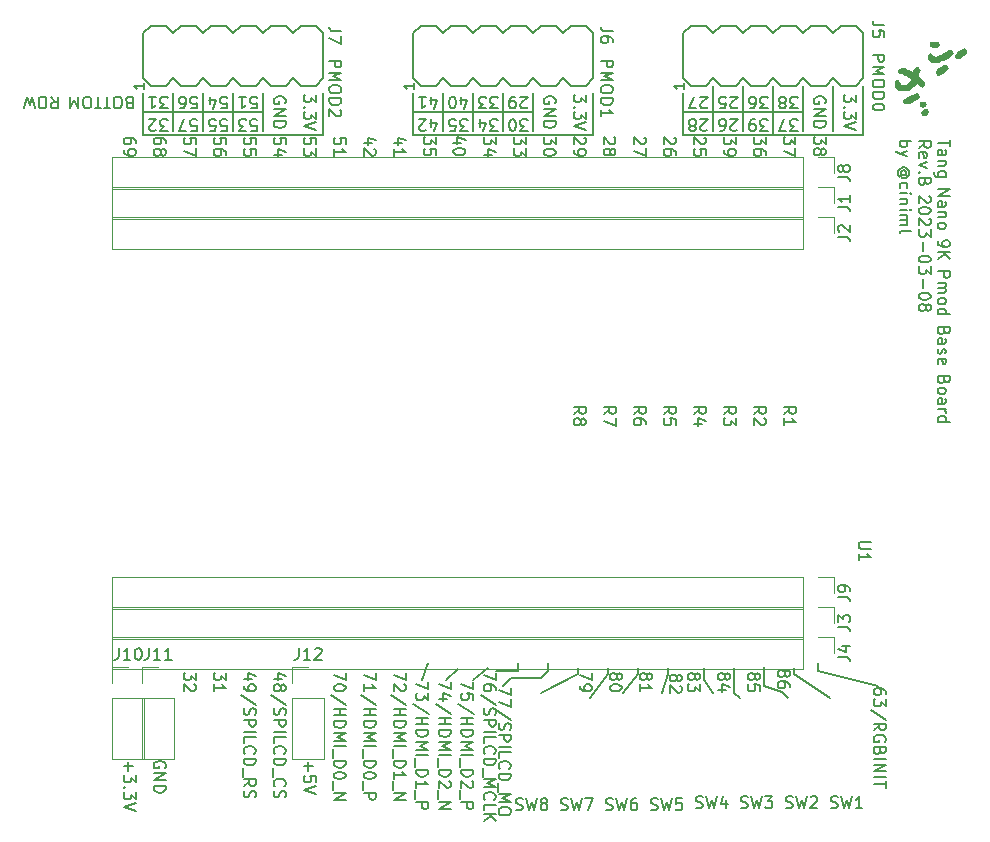
<source format=gto>
%TF.GenerationSoftware,KiCad,Pcbnew,(7.0.0)*%
%TF.CreationDate,2023-03-12T18:50:35+09:00*%
%TF.ProjectId,TangNano_PmodBase,54616e67-4e61-46e6-9f5f-506d6f644261,rev?*%
%TF.SameCoordinates,Original*%
%TF.FileFunction,Legend,Top*%
%TF.FilePolarity,Positive*%
%FSLAX46Y46*%
G04 Gerber Fmt 4.6, Leading zero omitted, Abs format (unit mm)*
G04 Created by KiCad (PCBNEW (7.0.0)) date 2023-03-12 18:50:35*
%MOMM*%
%LPD*%
G01*
G04 APERTURE LIST*
%ADD10C,0.150000*%
%ADD11C,0.120000*%
%ADD12C,0.010000*%
G04 APERTURE END LIST*
D10*
X123970000Y-46427500D02*
X123970000Y-42935000D01*
X140480000Y-94116000D02*
X139972000Y-93608000D01*
X96030000Y-46110000D02*
X96030000Y-42935000D01*
X146830000Y-46427500D02*
X146830000Y-42300000D01*
X131590000Y-46110000D02*
X131590000Y-42935000D01*
X144290000Y-46110000D02*
X144290000Y-42300000D01*
X116985000Y-92465000D02*
X119525000Y-92465000D01*
X120160000Y-91830000D02*
X120160000Y-91195000D01*
X138448000Y-93100000D02*
X138448000Y-91512500D01*
X116350000Y-46110000D02*
X116350000Y-42935000D01*
X139210000Y-46427500D02*
X139210000Y-42300000D01*
X93490000Y-46110000D02*
X93490000Y-42935000D01*
X146830000Y-46427500D02*
X131590000Y-46427500D01*
X111270000Y-46110000D02*
X111270000Y-42935000D01*
X113810000Y-46110000D02*
X113810000Y-42935000D01*
X131590000Y-44522500D02*
X141750000Y-44522500D01*
X117620000Y-91830000D02*
X117620000Y-91195000D01*
X133368000Y-92592000D02*
X133368000Y-91576000D01*
X134130000Y-46110000D02*
X134130000Y-42300000D01*
X101110000Y-46427500D02*
X101110000Y-42935000D01*
X116985000Y-91830000D02*
X117620000Y-91830000D01*
X108730000Y-44522500D02*
X118890000Y-44522500D01*
X136670000Y-46110000D02*
X136670000Y-42300000D01*
X135908000Y-93735000D02*
X135908000Y-91576000D01*
X108730000Y-42935000D02*
X108730000Y-46110000D01*
X108730000Y-46427500D02*
X123970000Y-46427500D01*
X130320000Y-92084000D02*
X130320000Y-91576000D01*
X141750000Y-46110000D02*
X141750000Y-42300000D01*
X140988000Y-92084000D02*
X144036000Y-94116000D01*
X134130000Y-93735000D02*
X133368000Y-92592000D01*
X127780000Y-92084000D02*
X127780000Y-91576000D01*
X125240000Y-92084000D02*
X125240000Y-91576000D01*
X85870000Y-46427500D02*
X85870000Y-42935000D01*
X115715000Y-91830000D02*
X116985000Y-91830000D01*
X88410000Y-46110000D02*
X88410000Y-42935000D01*
X85870000Y-46427500D02*
X101110000Y-46427500D01*
X129812000Y-93735000D02*
X130320000Y-92084000D01*
X123716000Y-94116000D02*
X125240000Y-92084000D01*
X116350000Y-93100000D02*
X116985000Y-92465000D01*
X119525000Y-93735000D02*
X122700000Y-92084000D01*
X90950000Y-46110000D02*
X90950000Y-42935000D01*
X139972000Y-93608000D02*
X138448000Y-93100000D01*
X119525000Y-92465000D02*
X120160000Y-91830000D01*
X122700000Y-92084000D02*
X122700000Y-91576000D01*
X143020000Y-91830000D02*
X143020000Y-91195000D01*
X135908000Y-93735000D02*
X136416000Y-94116000D01*
X148100000Y-93100000D02*
X143020000Y-91830000D01*
X85870000Y-44522500D02*
X96030000Y-44522500D01*
X113810000Y-92592000D02*
X115080000Y-91576000D01*
X118890000Y-46110000D02*
X118890000Y-42935000D01*
X126510000Y-93735000D02*
X127780000Y-92084000D01*
X111524000Y-92592000D02*
X112510000Y-91650000D01*
X140988000Y-92084000D02*
X140988000Y-91576000D01*
X109492000Y-92592000D02*
X110000000Y-91195000D01*
X131590000Y-46427500D02*
X131590000Y-46110000D01*
X108730000Y-46110000D02*
X108730000Y-46427500D01*
X140176047Y-91956952D02*
X140223666Y-91861714D01*
X140223666Y-91861714D02*
X140271285Y-91814095D01*
X140271285Y-91814095D02*
X140366523Y-91766476D01*
X140366523Y-91766476D02*
X140414142Y-91766476D01*
X140414142Y-91766476D02*
X140509380Y-91814095D01*
X140509380Y-91814095D02*
X140557000Y-91861714D01*
X140557000Y-91861714D02*
X140604619Y-91956952D01*
X140604619Y-91956952D02*
X140604619Y-92147428D01*
X140604619Y-92147428D02*
X140557000Y-92242666D01*
X140557000Y-92242666D02*
X140509380Y-92290285D01*
X140509380Y-92290285D02*
X140414142Y-92337904D01*
X140414142Y-92337904D02*
X140366523Y-92337904D01*
X140366523Y-92337904D02*
X140271285Y-92290285D01*
X140271285Y-92290285D02*
X140223666Y-92242666D01*
X140223666Y-92242666D02*
X140176047Y-92147428D01*
X140176047Y-92147428D02*
X140176047Y-91956952D01*
X140176047Y-91956952D02*
X140128428Y-91861714D01*
X140128428Y-91861714D02*
X140080809Y-91814095D01*
X140080809Y-91814095D02*
X139985571Y-91766476D01*
X139985571Y-91766476D02*
X139795095Y-91766476D01*
X139795095Y-91766476D02*
X139699857Y-91814095D01*
X139699857Y-91814095D02*
X139652238Y-91861714D01*
X139652238Y-91861714D02*
X139604619Y-91956952D01*
X139604619Y-91956952D02*
X139604619Y-92147428D01*
X139604619Y-92147428D02*
X139652238Y-92242666D01*
X139652238Y-92242666D02*
X139699857Y-92290285D01*
X139699857Y-92290285D02*
X139795095Y-92337904D01*
X139795095Y-92337904D02*
X139985571Y-92337904D01*
X139985571Y-92337904D02*
X140080809Y-92290285D01*
X140080809Y-92290285D02*
X140128428Y-92242666D01*
X140128428Y-92242666D02*
X140176047Y-92147428D01*
X140604619Y-93195047D02*
X140604619Y-93004571D01*
X140604619Y-93004571D02*
X140557000Y-92909333D01*
X140557000Y-92909333D02*
X140509380Y-92861714D01*
X140509380Y-92861714D02*
X140366523Y-92766476D01*
X140366523Y-92766476D02*
X140176047Y-92718857D01*
X140176047Y-92718857D02*
X139795095Y-92718857D01*
X139795095Y-92718857D02*
X139699857Y-92766476D01*
X139699857Y-92766476D02*
X139652238Y-92814095D01*
X139652238Y-92814095D02*
X139604619Y-92909333D01*
X139604619Y-92909333D02*
X139604619Y-93099809D01*
X139604619Y-93099809D02*
X139652238Y-93195047D01*
X139652238Y-93195047D02*
X139699857Y-93242666D01*
X139699857Y-93242666D02*
X139795095Y-93290285D01*
X139795095Y-93290285D02*
X140033190Y-93290285D01*
X140033190Y-93290285D02*
X140128428Y-93242666D01*
X140128428Y-93242666D02*
X140176047Y-93195047D01*
X140176047Y-93195047D02*
X140223666Y-93099809D01*
X140223666Y-93099809D02*
X140223666Y-92909333D01*
X140223666Y-92909333D02*
X140176047Y-92814095D01*
X140176047Y-92814095D02*
X140128428Y-92766476D01*
X140128428Y-92766476D02*
X140033190Y-92718857D01*
X87949523Y-44202619D02*
X87330476Y-44202619D01*
X87330476Y-44202619D02*
X87663809Y-43821666D01*
X87663809Y-43821666D02*
X87520952Y-43821666D01*
X87520952Y-43821666D02*
X87425714Y-43774047D01*
X87425714Y-43774047D02*
X87378095Y-43726428D01*
X87378095Y-43726428D02*
X87330476Y-43631190D01*
X87330476Y-43631190D02*
X87330476Y-43393095D01*
X87330476Y-43393095D02*
X87378095Y-43297857D01*
X87378095Y-43297857D02*
X87425714Y-43250238D01*
X87425714Y-43250238D02*
X87520952Y-43202619D01*
X87520952Y-43202619D02*
X87806666Y-43202619D01*
X87806666Y-43202619D02*
X87901904Y-43250238D01*
X87901904Y-43250238D02*
X87949523Y-43297857D01*
X86378095Y-43202619D02*
X86949523Y-43202619D01*
X86663809Y-43202619D02*
X86663809Y-44202619D01*
X86663809Y-44202619D02*
X86759047Y-44059761D01*
X86759047Y-44059761D02*
X86854285Y-43964523D01*
X86854285Y-43964523D02*
X86949523Y-43916904D01*
X143652619Y-46588095D02*
X143652619Y-47207142D01*
X143652619Y-47207142D02*
X143271666Y-46873809D01*
X143271666Y-46873809D02*
X143271666Y-47016666D01*
X143271666Y-47016666D02*
X143224047Y-47111904D01*
X143224047Y-47111904D02*
X143176428Y-47159523D01*
X143176428Y-47159523D02*
X143081190Y-47207142D01*
X143081190Y-47207142D02*
X142843095Y-47207142D01*
X142843095Y-47207142D02*
X142747857Y-47159523D01*
X142747857Y-47159523D02*
X142700238Y-47111904D01*
X142700238Y-47111904D02*
X142652619Y-47016666D01*
X142652619Y-47016666D02*
X142652619Y-46730952D01*
X142652619Y-46730952D02*
X142700238Y-46635714D01*
X142700238Y-46635714D02*
X142747857Y-46588095D01*
X143224047Y-47778571D02*
X143271666Y-47683333D01*
X143271666Y-47683333D02*
X143319285Y-47635714D01*
X143319285Y-47635714D02*
X143414523Y-47588095D01*
X143414523Y-47588095D02*
X143462142Y-47588095D01*
X143462142Y-47588095D02*
X143557380Y-47635714D01*
X143557380Y-47635714D02*
X143605000Y-47683333D01*
X143605000Y-47683333D02*
X143652619Y-47778571D01*
X143652619Y-47778571D02*
X143652619Y-47969047D01*
X143652619Y-47969047D02*
X143605000Y-48064285D01*
X143605000Y-48064285D02*
X143557380Y-48111904D01*
X143557380Y-48111904D02*
X143462142Y-48159523D01*
X143462142Y-48159523D02*
X143414523Y-48159523D01*
X143414523Y-48159523D02*
X143319285Y-48111904D01*
X143319285Y-48111904D02*
X143271666Y-48064285D01*
X143271666Y-48064285D02*
X143224047Y-47969047D01*
X143224047Y-47969047D02*
X143224047Y-47778571D01*
X143224047Y-47778571D02*
X143176428Y-47683333D01*
X143176428Y-47683333D02*
X143128809Y-47635714D01*
X143128809Y-47635714D02*
X143033571Y-47588095D01*
X143033571Y-47588095D02*
X142843095Y-47588095D01*
X142843095Y-47588095D02*
X142747857Y-47635714D01*
X142747857Y-47635714D02*
X142700238Y-47683333D01*
X142700238Y-47683333D02*
X142652619Y-47778571D01*
X142652619Y-47778571D02*
X142652619Y-47969047D01*
X142652619Y-47969047D02*
X142700238Y-48064285D01*
X142700238Y-48064285D02*
X142747857Y-48111904D01*
X142747857Y-48111904D02*
X142843095Y-48159523D01*
X142843095Y-48159523D02*
X143033571Y-48159523D01*
X143033571Y-48159523D02*
X143128809Y-48111904D01*
X143128809Y-48111904D02*
X143176428Y-48064285D01*
X143176428Y-48064285D02*
X143224047Y-47969047D01*
X100472619Y-43046310D02*
X100472619Y-43665357D01*
X100472619Y-43665357D02*
X100091666Y-43332024D01*
X100091666Y-43332024D02*
X100091666Y-43474881D01*
X100091666Y-43474881D02*
X100044047Y-43570119D01*
X100044047Y-43570119D02*
X99996428Y-43617738D01*
X99996428Y-43617738D02*
X99901190Y-43665357D01*
X99901190Y-43665357D02*
X99663095Y-43665357D01*
X99663095Y-43665357D02*
X99567857Y-43617738D01*
X99567857Y-43617738D02*
X99520238Y-43570119D01*
X99520238Y-43570119D02*
X99472619Y-43474881D01*
X99472619Y-43474881D02*
X99472619Y-43189167D01*
X99472619Y-43189167D02*
X99520238Y-43093929D01*
X99520238Y-43093929D02*
X99567857Y-43046310D01*
X99567857Y-44093929D02*
X99520238Y-44141548D01*
X99520238Y-44141548D02*
X99472619Y-44093929D01*
X99472619Y-44093929D02*
X99520238Y-44046310D01*
X99520238Y-44046310D02*
X99567857Y-44093929D01*
X99567857Y-44093929D02*
X99472619Y-44093929D01*
X100472619Y-44474881D02*
X100472619Y-45093928D01*
X100472619Y-45093928D02*
X100091666Y-44760595D01*
X100091666Y-44760595D02*
X100091666Y-44903452D01*
X100091666Y-44903452D02*
X100044047Y-44998690D01*
X100044047Y-44998690D02*
X99996428Y-45046309D01*
X99996428Y-45046309D02*
X99901190Y-45093928D01*
X99901190Y-45093928D02*
X99663095Y-45093928D01*
X99663095Y-45093928D02*
X99567857Y-45046309D01*
X99567857Y-45046309D02*
X99520238Y-44998690D01*
X99520238Y-44998690D02*
X99472619Y-44903452D01*
X99472619Y-44903452D02*
X99472619Y-44617738D01*
X99472619Y-44617738D02*
X99520238Y-44522500D01*
X99520238Y-44522500D02*
X99567857Y-44474881D01*
X100472619Y-45379643D02*
X99472619Y-45712976D01*
X99472619Y-45712976D02*
X100472619Y-46046309D01*
X115712619Y-91972857D02*
X115712619Y-92639523D01*
X115712619Y-92639523D02*
X114712619Y-92210952D01*
X115712619Y-93449047D02*
X115712619Y-93258571D01*
X115712619Y-93258571D02*
X115665000Y-93163333D01*
X115665000Y-93163333D02*
X115617380Y-93115714D01*
X115617380Y-93115714D02*
X115474523Y-93020476D01*
X115474523Y-93020476D02*
X115284047Y-92972857D01*
X115284047Y-92972857D02*
X114903095Y-92972857D01*
X114903095Y-92972857D02*
X114807857Y-93020476D01*
X114807857Y-93020476D02*
X114760238Y-93068095D01*
X114760238Y-93068095D02*
X114712619Y-93163333D01*
X114712619Y-93163333D02*
X114712619Y-93353809D01*
X114712619Y-93353809D02*
X114760238Y-93449047D01*
X114760238Y-93449047D02*
X114807857Y-93496666D01*
X114807857Y-93496666D02*
X114903095Y-93544285D01*
X114903095Y-93544285D02*
X115141190Y-93544285D01*
X115141190Y-93544285D02*
X115236428Y-93496666D01*
X115236428Y-93496666D02*
X115284047Y-93449047D01*
X115284047Y-93449047D02*
X115331666Y-93353809D01*
X115331666Y-93353809D02*
X115331666Y-93163333D01*
X115331666Y-93163333D02*
X115284047Y-93068095D01*
X115284047Y-93068095D02*
X115236428Y-93020476D01*
X115236428Y-93020476D02*
X115141190Y-92972857D01*
X115760238Y-94687142D02*
X114474523Y-93830000D01*
X114760238Y-94972857D02*
X114712619Y-95115714D01*
X114712619Y-95115714D02*
X114712619Y-95353809D01*
X114712619Y-95353809D02*
X114760238Y-95449047D01*
X114760238Y-95449047D02*
X114807857Y-95496666D01*
X114807857Y-95496666D02*
X114903095Y-95544285D01*
X114903095Y-95544285D02*
X114998333Y-95544285D01*
X114998333Y-95544285D02*
X115093571Y-95496666D01*
X115093571Y-95496666D02*
X115141190Y-95449047D01*
X115141190Y-95449047D02*
X115188809Y-95353809D01*
X115188809Y-95353809D02*
X115236428Y-95163333D01*
X115236428Y-95163333D02*
X115284047Y-95068095D01*
X115284047Y-95068095D02*
X115331666Y-95020476D01*
X115331666Y-95020476D02*
X115426904Y-94972857D01*
X115426904Y-94972857D02*
X115522142Y-94972857D01*
X115522142Y-94972857D02*
X115617380Y-95020476D01*
X115617380Y-95020476D02*
X115665000Y-95068095D01*
X115665000Y-95068095D02*
X115712619Y-95163333D01*
X115712619Y-95163333D02*
X115712619Y-95401428D01*
X115712619Y-95401428D02*
X115665000Y-95544285D01*
X114712619Y-95972857D02*
X115712619Y-95972857D01*
X115712619Y-95972857D02*
X115712619Y-96353809D01*
X115712619Y-96353809D02*
X115665000Y-96449047D01*
X115665000Y-96449047D02*
X115617380Y-96496666D01*
X115617380Y-96496666D02*
X115522142Y-96544285D01*
X115522142Y-96544285D02*
X115379285Y-96544285D01*
X115379285Y-96544285D02*
X115284047Y-96496666D01*
X115284047Y-96496666D02*
X115236428Y-96449047D01*
X115236428Y-96449047D02*
X115188809Y-96353809D01*
X115188809Y-96353809D02*
X115188809Y-95972857D01*
X114712619Y-96972857D02*
X115712619Y-96972857D01*
X114712619Y-97925237D02*
X114712619Y-97449047D01*
X114712619Y-97449047D02*
X115712619Y-97449047D01*
X114807857Y-98829999D02*
X114760238Y-98782380D01*
X114760238Y-98782380D02*
X114712619Y-98639523D01*
X114712619Y-98639523D02*
X114712619Y-98544285D01*
X114712619Y-98544285D02*
X114760238Y-98401428D01*
X114760238Y-98401428D02*
X114855476Y-98306190D01*
X114855476Y-98306190D02*
X114950714Y-98258571D01*
X114950714Y-98258571D02*
X115141190Y-98210952D01*
X115141190Y-98210952D02*
X115284047Y-98210952D01*
X115284047Y-98210952D02*
X115474523Y-98258571D01*
X115474523Y-98258571D02*
X115569761Y-98306190D01*
X115569761Y-98306190D02*
X115665000Y-98401428D01*
X115665000Y-98401428D02*
X115712619Y-98544285D01*
X115712619Y-98544285D02*
X115712619Y-98639523D01*
X115712619Y-98639523D02*
X115665000Y-98782380D01*
X115665000Y-98782380D02*
X115617380Y-98829999D01*
X114712619Y-99258571D02*
X115712619Y-99258571D01*
X115712619Y-99258571D02*
X115712619Y-99496666D01*
X115712619Y-99496666D02*
X115665000Y-99639523D01*
X115665000Y-99639523D02*
X115569761Y-99734761D01*
X115569761Y-99734761D02*
X115474523Y-99782380D01*
X115474523Y-99782380D02*
X115284047Y-99829999D01*
X115284047Y-99829999D02*
X115141190Y-99829999D01*
X115141190Y-99829999D02*
X114950714Y-99782380D01*
X114950714Y-99782380D02*
X114855476Y-99734761D01*
X114855476Y-99734761D02*
X114760238Y-99639523D01*
X114760238Y-99639523D02*
X114712619Y-99496666D01*
X114712619Y-99496666D02*
X114712619Y-99258571D01*
X114617380Y-100020476D02*
X114617380Y-100782380D01*
X114712619Y-101020476D02*
X115712619Y-101020476D01*
X115712619Y-101020476D02*
X114998333Y-101353809D01*
X114998333Y-101353809D02*
X115712619Y-101687142D01*
X115712619Y-101687142D02*
X114712619Y-101687142D01*
X114807857Y-102734761D02*
X114760238Y-102687142D01*
X114760238Y-102687142D02*
X114712619Y-102544285D01*
X114712619Y-102544285D02*
X114712619Y-102449047D01*
X114712619Y-102449047D02*
X114760238Y-102306190D01*
X114760238Y-102306190D02*
X114855476Y-102210952D01*
X114855476Y-102210952D02*
X114950714Y-102163333D01*
X114950714Y-102163333D02*
X115141190Y-102115714D01*
X115141190Y-102115714D02*
X115284047Y-102115714D01*
X115284047Y-102115714D02*
X115474523Y-102163333D01*
X115474523Y-102163333D02*
X115569761Y-102210952D01*
X115569761Y-102210952D02*
X115665000Y-102306190D01*
X115665000Y-102306190D02*
X115712619Y-102449047D01*
X115712619Y-102449047D02*
X115712619Y-102544285D01*
X115712619Y-102544285D02*
X115665000Y-102687142D01*
X115665000Y-102687142D02*
X115617380Y-102734761D01*
X114712619Y-103639523D02*
X114712619Y-103163333D01*
X114712619Y-103163333D02*
X115712619Y-103163333D01*
X114712619Y-103972857D02*
X115712619Y-103972857D01*
X114712619Y-104544285D02*
X115284047Y-104115714D01*
X115712619Y-104544285D02*
X115141190Y-103972857D01*
X141289523Y-44202619D02*
X140670476Y-44202619D01*
X140670476Y-44202619D02*
X141003809Y-43821666D01*
X141003809Y-43821666D02*
X140860952Y-43821666D01*
X140860952Y-43821666D02*
X140765714Y-43774047D01*
X140765714Y-43774047D02*
X140718095Y-43726428D01*
X140718095Y-43726428D02*
X140670476Y-43631190D01*
X140670476Y-43631190D02*
X140670476Y-43393095D01*
X140670476Y-43393095D02*
X140718095Y-43297857D01*
X140718095Y-43297857D02*
X140765714Y-43250238D01*
X140765714Y-43250238D02*
X140860952Y-43202619D01*
X140860952Y-43202619D02*
X141146666Y-43202619D01*
X141146666Y-43202619D02*
X141241904Y-43250238D01*
X141241904Y-43250238D02*
X141289523Y-43297857D01*
X140099047Y-43774047D02*
X140194285Y-43821666D01*
X140194285Y-43821666D02*
X140241904Y-43869285D01*
X140241904Y-43869285D02*
X140289523Y-43964523D01*
X140289523Y-43964523D02*
X140289523Y-44012142D01*
X140289523Y-44012142D02*
X140241904Y-44107380D01*
X140241904Y-44107380D02*
X140194285Y-44155000D01*
X140194285Y-44155000D02*
X140099047Y-44202619D01*
X140099047Y-44202619D02*
X139908571Y-44202619D01*
X139908571Y-44202619D02*
X139813333Y-44155000D01*
X139813333Y-44155000D02*
X139765714Y-44107380D01*
X139765714Y-44107380D02*
X139718095Y-44012142D01*
X139718095Y-44012142D02*
X139718095Y-43964523D01*
X139718095Y-43964523D02*
X139765714Y-43869285D01*
X139765714Y-43869285D02*
X139813333Y-43821666D01*
X139813333Y-43821666D02*
X139908571Y-43774047D01*
X139908571Y-43774047D02*
X140099047Y-43774047D01*
X140099047Y-43774047D02*
X140194285Y-43726428D01*
X140194285Y-43726428D02*
X140241904Y-43678809D01*
X140241904Y-43678809D02*
X140289523Y-43583571D01*
X140289523Y-43583571D02*
X140289523Y-43393095D01*
X140289523Y-43393095D02*
X140241904Y-43297857D01*
X140241904Y-43297857D02*
X140194285Y-43250238D01*
X140194285Y-43250238D02*
X140099047Y-43202619D01*
X140099047Y-43202619D02*
X139908571Y-43202619D01*
X139908571Y-43202619D02*
X139813333Y-43250238D01*
X139813333Y-43250238D02*
X139765714Y-43297857D01*
X139765714Y-43297857D02*
X139718095Y-43393095D01*
X139718095Y-43393095D02*
X139718095Y-43583571D01*
X139718095Y-43583571D02*
X139765714Y-43678809D01*
X139765714Y-43678809D02*
X139813333Y-43726428D01*
X139813333Y-43726428D02*
X139908571Y-43774047D01*
X95059285Y-92496666D02*
X94392619Y-92496666D01*
X95440238Y-92258571D02*
X94725952Y-92020476D01*
X94725952Y-92020476D02*
X94725952Y-92639523D01*
X94392619Y-93068095D02*
X94392619Y-93258571D01*
X94392619Y-93258571D02*
X94440238Y-93353809D01*
X94440238Y-93353809D02*
X94487857Y-93401428D01*
X94487857Y-93401428D02*
X94630714Y-93496666D01*
X94630714Y-93496666D02*
X94821190Y-93544285D01*
X94821190Y-93544285D02*
X95202142Y-93544285D01*
X95202142Y-93544285D02*
X95297380Y-93496666D01*
X95297380Y-93496666D02*
X95345000Y-93449047D01*
X95345000Y-93449047D02*
X95392619Y-93353809D01*
X95392619Y-93353809D02*
X95392619Y-93163333D01*
X95392619Y-93163333D02*
X95345000Y-93068095D01*
X95345000Y-93068095D02*
X95297380Y-93020476D01*
X95297380Y-93020476D02*
X95202142Y-92972857D01*
X95202142Y-92972857D02*
X94964047Y-92972857D01*
X94964047Y-92972857D02*
X94868809Y-93020476D01*
X94868809Y-93020476D02*
X94821190Y-93068095D01*
X94821190Y-93068095D02*
X94773571Y-93163333D01*
X94773571Y-93163333D02*
X94773571Y-93353809D01*
X94773571Y-93353809D02*
X94821190Y-93449047D01*
X94821190Y-93449047D02*
X94868809Y-93496666D01*
X94868809Y-93496666D02*
X94964047Y-93544285D01*
X95440238Y-94687142D02*
X94154523Y-93830000D01*
X94440238Y-94972857D02*
X94392619Y-95115714D01*
X94392619Y-95115714D02*
X94392619Y-95353809D01*
X94392619Y-95353809D02*
X94440238Y-95449047D01*
X94440238Y-95449047D02*
X94487857Y-95496666D01*
X94487857Y-95496666D02*
X94583095Y-95544285D01*
X94583095Y-95544285D02*
X94678333Y-95544285D01*
X94678333Y-95544285D02*
X94773571Y-95496666D01*
X94773571Y-95496666D02*
X94821190Y-95449047D01*
X94821190Y-95449047D02*
X94868809Y-95353809D01*
X94868809Y-95353809D02*
X94916428Y-95163333D01*
X94916428Y-95163333D02*
X94964047Y-95068095D01*
X94964047Y-95068095D02*
X95011666Y-95020476D01*
X95011666Y-95020476D02*
X95106904Y-94972857D01*
X95106904Y-94972857D02*
X95202142Y-94972857D01*
X95202142Y-94972857D02*
X95297380Y-95020476D01*
X95297380Y-95020476D02*
X95345000Y-95068095D01*
X95345000Y-95068095D02*
X95392619Y-95163333D01*
X95392619Y-95163333D02*
X95392619Y-95401428D01*
X95392619Y-95401428D02*
X95345000Y-95544285D01*
X94392619Y-95972857D02*
X95392619Y-95972857D01*
X95392619Y-95972857D02*
X95392619Y-96353809D01*
X95392619Y-96353809D02*
X95345000Y-96449047D01*
X95345000Y-96449047D02*
X95297380Y-96496666D01*
X95297380Y-96496666D02*
X95202142Y-96544285D01*
X95202142Y-96544285D02*
X95059285Y-96544285D01*
X95059285Y-96544285D02*
X94964047Y-96496666D01*
X94964047Y-96496666D02*
X94916428Y-96449047D01*
X94916428Y-96449047D02*
X94868809Y-96353809D01*
X94868809Y-96353809D02*
X94868809Y-95972857D01*
X94392619Y-96972857D02*
X95392619Y-96972857D01*
X94392619Y-97925237D02*
X94392619Y-97449047D01*
X94392619Y-97449047D02*
X95392619Y-97449047D01*
X94487857Y-98829999D02*
X94440238Y-98782380D01*
X94440238Y-98782380D02*
X94392619Y-98639523D01*
X94392619Y-98639523D02*
X94392619Y-98544285D01*
X94392619Y-98544285D02*
X94440238Y-98401428D01*
X94440238Y-98401428D02*
X94535476Y-98306190D01*
X94535476Y-98306190D02*
X94630714Y-98258571D01*
X94630714Y-98258571D02*
X94821190Y-98210952D01*
X94821190Y-98210952D02*
X94964047Y-98210952D01*
X94964047Y-98210952D02*
X95154523Y-98258571D01*
X95154523Y-98258571D02*
X95249761Y-98306190D01*
X95249761Y-98306190D02*
X95345000Y-98401428D01*
X95345000Y-98401428D02*
X95392619Y-98544285D01*
X95392619Y-98544285D02*
X95392619Y-98639523D01*
X95392619Y-98639523D02*
X95345000Y-98782380D01*
X95345000Y-98782380D02*
X95297380Y-98829999D01*
X94392619Y-99258571D02*
X95392619Y-99258571D01*
X95392619Y-99258571D02*
X95392619Y-99496666D01*
X95392619Y-99496666D02*
X95345000Y-99639523D01*
X95345000Y-99639523D02*
X95249761Y-99734761D01*
X95249761Y-99734761D02*
X95154523Y-99782380D01*
X95154523Y-99782380D02*
X94964047Y-99829999D01*
X94964047Y-99829999D02*
X94821190Y-99829999D01*
X94821190Y-99829999D02*
X94630714Y-99782380D01*
X94630714Y-99782380D02*
X94535476Y-99734761D01*
X94535476Y-99734761D02*
X94440238Y-99639523D01*
X94440238Y-99639523D02*
X94392619Y-99496666D01*
X94392619Y-99496666D02*
X94392619Y-99258571D01*
X94297380Y-100020476D02*
X94297380Y-100782380D01*
X94392619Y-101591904D02*
X94868809Y-101258571D01*
X94392619Y-101020476D02*
X95392619Y-101020476D01*
X95392619Y-101020476D02*
X95392619Y-101401428D01*
X95392619Y-101401428D02*
X95345000Y-101496666D01*
X95345000Y-101496666D02*
X95297380Y-101544285D01*
X95297380Y-101544285D02*
X95202142Y-101591904D01*
X95202142Y-101591904D02*
X95059285Y-101591904D01*
X95059285Y-101591904D02*
X94964047Y-101544285D01*
X94964047Y-101544285D02*
X94916428Y-101496666D01*
X94916428Y-101496666D02*
X94868809Y-101401428D01*
X94868809Y-101401428D02*
X94868809Y-101020476D01*
X94440238Y-101972857D02*
X94392619Y-102115714D01*
X94392619Y-102115714D02*
X94392619Y-102353809D01*
X94392619Y-102353809D02*
X94440238Y-102449047D01*
X94440238Y-102449047D02*
X94487857Y-102496666D01*
X94487857Y-102496666D02*
X94583095Y-102544285D01*
X94583095Y-102544285D02*
X94678333Y-102544285D01*
X94678333Y-102544285D02*
X94773571Y-102496666D01*
X94773571Y-102496666D02*
X94821190Y-102449047D01*
X94821190Y-102449047D02*
X94868809Y-102353809D01*
X94868809Y-102353809D02*
X94916428Y-102163333D01*
X94916428Y-102163333D02*
X94964047Y-102068095D01*
X94964047Y-102068095D02*
X95011666Y-102020476D01*
X95011666Y-102020476D02*
X95106904Y-101972857D01*
X95106904Y-101972857D02*
X95202142Y-101972857D01*
X95202142Y-101972857D02*
X95297380Y-102020476D01*
X95297380Y-102020476D02*
X95345000Y-102068095D01*
X95345000Y-102068095D02*
X95392619Y-102163333D01*
X95392619Y-102163333D02*
X95392619Y-102401428D01*
X95392619Y-102401428D02*
X95345000Y-102544285D01*
X94998095Y-46107619D02*
X95474285Y-46107619D01*
X95474285Y-46107619D02*
X95521904Y-45631428D01*
X95521904Y-45631428D02*
X95474285Y-45679047D01*
X95474285Y-45679047D02*
X95379047Y-45726666D01*
X95379047Y-45726666D02*
X95140952Y-45726666D01*
X95140952Y-45726666D02*
X95045714Y-45679047D01*
X95045714Y-45679047D02*
X94998095Y-45631428D01*
X94998095Y-45631428D02*
X94950476Y-45536190D01*
X94950476Y-45536190D02*
X94950476Y-45298095D01*
X94950476Y-45298095D02*
X94998095Y-45202857D01*
X94998095Y-45202857D02*
X95045714Y-45155238D01*
X95045714Y-45155238D02*
X95140952Y-45107619D01*
X95140952Y-45107619D02*
X95379047Y-45107619D01*
X95379047Y-45107619D02*
X95474285Y-45155238D01*
X95474285Y-45155238D02*
X95521904Y-45202857D01*
X94617142Y-46107619D02*
X93998095Y-46107619D01*
X93998095Y-46107619D02*
X94331428Y-45726666D01*
X94331428Y-45726666D02*
X94188571Y-45726666D01*
X94188571Y-45726666D02*
X94093333Y-45679047D01*
X94093333Y-45679047D02*
X94045714Y-45631428D01*
X94045714Y-45631428D02*
X93998095Y-45536190D01*
X93998095Y-45536190D02*
X93998095Y-45298095D01*
X93998095Y-45298095D02*
X94045714Y-45202857D01*
X94045714Y-45202857D02*
X94093333Y-45155238D01*
X94093333Y-45155238D02*
X94188571Y-45107619D01*
X94188571Y-45107619D02*
X94474285Y-45107619D01*
X94474285Y-45107619D02*
X94569523Y-45155238D01*
X94569523Y-45155238D02*
X94617142Y-45202857D01*
X89918095Y-46107619D02*
X90394285Y-46107619D01*
X90394285Y-46107619D02*
X90441904Y-45631428D01*
X90441904Y-45631428D02*
X90394285Y-45679047D01*
X90394285Y-45679047D02*
X90299047Y-45726666D01*
X90299047Y-45726666D02*
X90060952Y-45726666D01*
X90060952Y-45726666D02*
X89965714Y-45679047D01*
X89965714Y-45679047D02*
X89918095Y-45631428D01*
X89918095Y-45631428D02*
X89870476Y-45536190D01*
X89870476Y-45536190D02*
X89870476Y-45298095D01*
X89870476Y-45298095D02*
X89918095Y-45202857D01*
X89918095Y-45202857D02*
X89965714Y-45155238D01*
X89965714Y-45155238D02*
X90060952Y-45107619D01*
X90060952Y-45107619D02*
X90299047Y-45107619D01*
X90299047Y-45107619D02*
X90394285Y-45155238D01*
X90394285Y-45155238D02*
X90441904Y-45202857D01*
X89537142Y-46107619D02*
X88870476Y-46107619D01*
X88870476Y-46107619D02*
X89299047Y-45107619D01*
X147632619Y-39666667D02*
X148632619Y-39666667D01*
X148632619Y-39666667D02*
X148632619Y-40047619D01*
X148632619Y-40047619D02*
X148585000Y-40142857D01*
X148585000Y-40142857D02*
X148537380Y-40190476D01*
X148537380Y-40190476D02*
X148442142Y-40238095D01*
X148442142Y-40238095D02*
X148299285Y-40238095D01*
X148299285Y-40238095D02*
X148204047Y-40190476D01*
X148204047Y-40190476D02*
X148156428Y-40142857D01*
X148156428Y-40142857D02*
X148108809Y-40047619D01*
X148108809Y-40047619D02*
X148108809Y-39666667D01*
X147632619Y-40666667D02*
X148632619Y-40666667D01*
X148632619Y-40666667D02*
X147918333Y-41000000D01*
X147918333Y-41000000D02*
X148632619Y-41333333D01*
X148632619Y-41333333D02*
X147632619Y-41333333D01*
X148632619Y-42000000D02*
X148632619Y-42190476D01*
X148632619Y-42190476D02*
X148585000Y-42285714D01*
X148585000Y-42285714D02*
X148489761Y-42380952D01*
X148489761Y-42380952D02*
X148299285Y-42428571D01*
X148299285Y-42428571D02*
X147965952Y-42428571D01*
X147965952Y-42428571D02*
X147775476Y-42380952D01*
X147775476Y-42380952D02*
X147680238Y-42285714D01*
X147680238Y-42285714D02*
X147632619Y-42190476D01*
X147632619Y-42190476D02*
X147632619Y-42000000D01*
X147632619Y-42000000D02*
X147680238Y-41904762D01*
X147680238Y-41904762D02*
X147775476Y-41809524D01*
X147775476Y-41809524D02*
X147965952Y-41761905D01*
X147965952Y-41761905D02*
X148299285Y-41761905D01*
X148299285Y-41761905D02*
X148489761Y-41809524D01*
X148489761Y-41809524D02*
X148585000Y-41904762D01*
X148585000Y-41904762D02*
X148632619Y-42000000D01*
X147632619Y-42857143D02*
X148632619Y-42857143D01*
X148632619Y-42857143D02*
X148632619Y-43095238D01*
X148632619Y-43095238D02*
X148585000Y-43238095D01*
X148585000Y-43238095D02*
X148489761Y-43333333D01*
X148489761Y-43333333D02*
X148394523Y-43380952D01*
X148394523Y-43380952D02*
X148204047Y-43428571D01*
X148204047Y-43428571D02*
X148061190Y-43428571D01*
X148061190Y-43428571D02*
X147870714Y-43380952D01*
X147870714Y-43380952D02*
X147775476Y-43333333D01*
X147775476Y-43333333D02*
X147680238Y-43238095D01*
X147680238Y-43238095D02*
X147632619Y-43095238D01*
X147632619Y-43095238D02*
X147632619Y-42857143D01*
X148632619Y-44047619D02*
X148632619Y-44142857D01*
X148632619Y-44142857D02*
X148585000Y-44238095D01*
X148585000Y-44238095D02*
X148537380Y-44285714D01*
X148537380Y-44285714D02*
X148442142Y-44333333D01*
X148442142Y-44333333D02*
X148251666Y-44380952D01*
X148251666Y-44380952D02*
X148013571Y-44380952D01*
X148013571Y-44380952D02*
X147823095Y-44333333D01*
X147823095Y-44333333D02*
X147727857Y-44285714D01*
X147727857Y-44285714D02*
X147680238Y-44238095D01*
X147680238Y-44238095D02*
X147632619Y-44142857D01*
X147632619Y-44142857D02*
X147632619Y-44047619D01*
X147632619Y-44047619D02*
X147680238Y-43952381D01*
X147680238Y-43952381D02*
X147727857Y-43904762D01*
X147727857Y-43904762D02*
X147823095Y-43857143D01*
X147823095Y-43857143D02*
X148013571Y-43809524D01*
X148013571Y-43809524D02*
X148251666Y-43809524D01*
X148251666Y-43809524D02*
X148442142Y-43857143D01*
X148442142Y-43857143D02*
X148537380Y-43904762D01*
X148537380Y-43904762D02*
X148585000Y-43952381D01*
X148585000Y-43952381D02*
X148632619Y-44047619D01*
X141289523Y-46107619D02*
X140670476Y-46107619D01*
X140670476Y-46107619D02*
X141003809Y-45726666D01*
X141003809Y-45726666D02*
X140860952Y-45726666D01*
X140860952Y-45726666D02*
X140765714Y-45679047D01*
X140765714Y-45679047D02*
X140718095Y-45631428D01*
X140718095Y-45631428D02*
X140670476Y-45536190D01*
X140670476Y-45536190D02*
X140670476Y-45298095D01*
X140670476Y-45298095D02*
X140718095Y-45202857D01*
X140718095Y-45202857D02*
X140765714Y-45155238D01*
X140765714Y-45155238D02*
X140860952Y-45107619D01*
X140860952Y-45107619D02*
X141146666Y-45107619D01*
X141146666Y-45107619D02*
X141241904Y-45155238D01*
X141241904Y-45155238D02*
X141289523Y-45202857D01*
X140337142Y-46107619D02*
X139670476Y-46107619D01*
X139670476Y-46107619D02*
X140099047Y-45107619D01*
X133397380Y-46681714D02*
X133445000Y-46729333D01*
X133445000Y-46729333D02*
X133492619Y-46824571D01*
X133492619Y-46824571D02*
X133492619Y-47062666D01*
X133492619Y-47062666D02*
X133445000Y-47157904D01*
X133445000Y-47157904D02*
X133397380Y-47205523D01*
X133397380Y-47205523D02*
X133302142Y-47253142D01*
X133302142Y-47253142D02*
X133206904Y-47253142D01*
X133206904Y-47253142D02*
X133064047Y-47205523D01*
X133064047Y-47205523D02*
X132492619Y-46634095D01*
X132492619Y-46634095D02*
X132492619Y-47253142D01*
X133492619Y-48157904D02*
X133492619Y-47681714D01*
X133492619Y-47681714D02*
X133016428Y-47634095D01*
X133016428Y-47634095D02*
X133064047Y-47681714D01*
X133064047Y-47681714D02*
X133111666Y-47776952D01*
X133111666Y-47776952D02*
X133111666Y-48015047D01*
X133111666Y-48015047D02*
X133064047Y-48110285D01*
X133064047Y-48110285D02*
X133016428Y-48157904D01*
X133016428Y-48157904D02*
X132921190Y-48205523D01*
X132921190Y-48205523D02*
X132683095Y-48205523D01*
X132683095Y-48205523D02*
X132587857Y-48157904D01*
X132587857Y-48157904D02*
X132540238Y-48110285D01*
X132540238Y-48110285D02*
X132492619Y-48015047D01*
X132492619Y-48015047D02*
X132492619Y-47776952D01*
X132492619Y-47776952D02*
X132540238Y-47681714D01*
X132540238Y-47681714D02*
X132587857Y-47634095D01*
X138749523Y-44202619D02*
X138130476Y-44202619D01*
X138130476Y-44202619D02*
X138463809Y-43821666D01*
X138463809Y-43821666D02*
X138320952Y-43821666D01*
X138320952Y-43821666D02*
X138225714Y-43774047D01*
X138225714Y-43774047D02*
X138178095Y-43726428D01*
X138178095Y-43726428D02*
X138130476Y-43631190D01*
X138130476Y-43631190D02*
X138130476Y-43393095D01*
X138130476Y-43393095D02*
X138178095Y-43297857D01*
X138178095Y-43297857D02*
X138225714Y-43250238D01*
X138225714Y-43250238D02*
X138320952Y-43202619D01*
X138320952Y-43202619D02*
X138606666Y-43202619D01*
X138606666Y-43202619D02*
X138701904Y-43250238D01*
X138701904Y-43250238D02*
X138749523Y-43297857D01*
X137273333Y-44202619D02*
X137463809Y-44202619D01*
X137463809Y-44202619D02*
X137559047Y-44155000D01*
X137559047Y-44155000D02*
X137606666Y-44107380D01*
X137606666Y-44107380D02*
X137701904Y-43964523D01*
X137701904Y-43964523D02*
X137749523Y-43774047D01*
X137749523Y-43774047D02*
X137749523Y-43393095D01*
X137749523Y-43393095D02*
X137701904Y-43297857D01*
X137701904Y-43297857D02*
X137654285Y-43250238D01*
X137654285Y-43250238D02*
X137559047Y-43202619D01*
X137559047Y-43202619D02*
X137368571Y-43202619D01*
X137368571Y-43202619D02*
X137273333Y-43250238D01*
X137273333Y-43250238D02*
X137225714Y-43297857D01*
X137225714Y-43297857D02*
X137178095Y-43393095D01*
X137178095Y-43393095D02*
X137178095Y-43631190D01*
X137178095Y-43631190D02*
X137225714Y-43726428D01*
X137225714Y-43726428D02*
X137273333Y-43774047D01*
X137273333Y-43774047D02*
X137368571Y-43821666D01*
X137368571Y-43821666D02*
X137559047Y-43821666D01*
X137559047Y-43821666D02*
X137654285Y-43774047D01*
X137654285Y-43774047D02*
X137701904Y-43726428D01*
X137701904Y-43726428D02*
X137749523Y-43631190D01*
X87772619Y-47157904D02*
X87772619Y-46967428D01*
X87772619Y-46967428D02*
X87725000Y-46872190D01*
X87725000Y-46872190D02*
X87677380Y-46824571D01*
X87677380Y-46824571D02*
X87534523Y-46729333D01*
X87534523Y-46729333D02*
X87344047Y-46681714D01*
X87344047Y-46681714D02*
X86963095Y-46681714D01*
X86963095Y-46681714D02*
X86867857Y-46729333D01*
X86867857Y-46729333D02*
X86820238Y-46776952D01*
X86820238Y-46776952D02*
X86772619Y-46872190D01*
X86772619Y-46872190D02*
X86772619Y-47062666D01*
X86772619Y-47062666D02*
X86820238Y-47157904D01*
X86820238Y-47157904D02*
X86867857Y-47205523D01*
X86867857Y-47205523D02*
X86963095Y-47253142D01*
X86963095Y-47253142D02*
X87201190Y-47253142D01*
X87201190Y-47253142D02*
X87296428Y-47205523D01*
X87296428Y-47205523D02*
X87344047Y-47157904D01*
X87344047Y-47157904D02*
X87391666Y-47062666D01*
X87391666Y-47062666D02*
X87391666Y-46872190D01*
X87391666Y-46872190D02*
X87344047Y-46776952D01*
X87344047Y-46776952D02*
X87296428Y-46729333D01*
X87296428Y-46729333D02*
X87201190Y-46681714D01*
X87344047Y-47824571D02*
X87391666Y-47729333D01*
X87391666Y-47729333D02*
X87439285Y-47681714D01*
X87439285Y-47681714D02*
X87534523Y-47634095D01*
X87534523Y-47634095D02*
X87582142Y-47634095D01*
X87582142Y-47634095D02*
X87677380Y-47681714D01*
X87677380Y-47681714D02*
X87725000Y-47729333D01*
X87725000Y-47729333D02*
X87772619Y-47824571D01*
X87772619Y-47824571D02*
X87772619Y-48015047D01*
X87772619Y-48015047D02*
X87725000Y-48110285D01*
X87725000Y-48110285D02*
X87677380Y-48157904D01*
X87677380Y-48157904D02*
X87582142Y-48205523D01*
X87582142Y-48205523D02*
X87534523Y-48205523D01*
X87534523Y-48205523D02*
X87439285Y-48157904D01*
X87439285Y-48157904D02*
X87391666Y-48110285D01*
X87391666Y-48110285D02*
X87344047Y-48015047D01*
X87344047Y-48015047D02*
X87344047Y-47824571D01*
X87344047Y-47824571D02*
X87296428Y-47729333D01*
X87296428Y-47729333D02*
X87248809Y-47681714D01*
X87248809Y-47681714D02*
X87153571Y-47634095D01*
X87153571Y-47634095D02*
X86963095Y-47634095D01*
X86963095Y-47634095D02*
X86867857Y-47681714D01*
X86867857Y-47681714D02*
X86820238Y-47729333D01*
X86820238Y-47729333D02*
X86772619Y-47824571D01*
X86772619Y-47824571D02*
X86772619Y-48015047D01*
X86772619Y-48015047D02*
X86820238Y-48110285D01*
X86820238Y-48110285D02*
X86867857Y-48157904D01*
X86867857Y-48157904D02*
X86963095Y-48205523D01*
X86963095Y-48205523D02*
X87153571Y-48205523D01*
X87153571Y-48205523D02*
X87248809Y-48157904D01*
X87248809Y-48157904D02*
X87296428Y-48110285D01*
X87296428Y-48110285D02*
X87344047Y-48015047D01*
X128317380Y-46681714D02*
X128365000Y-46729333D01*
X128365000Y-46729333D02*
X128412619Y-46824571D01*
X128412619Y-46824571D02*
X128412619Y-47062666D01*
X128412619Y-47062666D02*
X128365000Y-47157904D01*
X128365000Y-47157904D02*
X128317380Y-47205523D01*
X128317380Y-47205523D02*
X128222142Y-47253142D01*
X128222142Y-47253142D02*
X128126904Y-47253142D01*
X128126904Y-47253142D02*
X127984047Y-47205523D01*
X127984047Y-47205523D02*
X127412619Y-46634095D01*
X127412619Y-46634095D02*
X127412619Y-47253142D01*
X128412619Y-47586476D02*
X128412619Y-48253142D01*
X128412619Y-48253142D02*
X127412619Y-47824571D01*
X123840619Y-91972857D02*
X123840619Y-92639523D01*
X123840619Y-92639523D02*
X122840619Y-92210952D01*
X122840619Y-93068095D02*
X122840619Y-93258571D01*
X122840619Y-93258571D02*
X122888238Y-93353809D01*
X122888238Y-93353809D02*
X122935857Y-93401428D01*
X122935857Y-93401428D02*
X123078714Y-93496666D01*
X123078714Y-93496666D02*
X123269190Y-93544285D01*
X123269190Y-93544285D02*
X123650142Y-93544285D01*
X123650142Y-93544285D02*
X123745380Y-93496666D01*
X123745380Y-93496666D02*
X123793000Y-93449047D01*
X123793000Y-93449047D02*
X123840619Y-93353809D01*
X123840619Y-93353809D02*
X123840619Y-93163333D01*
X123840619Y-93163333D02*
X123793000Y-93068095D01*
X123793000Y-93068095D02*
X123745380Y-93020476D01*
X123745380Y-93020476D02*
X123650142Y-92972857D01*
X123650142Y-92972857D02*
X123412047Y-92972857D01*
X123412047Y-92972857D02*
X123316809Y-93020476D01*
X123316809Y-93020476D02*
X123269190Y-93068095D01*
X123269190Y-93068095D02*
X123221571Y-93163333D01*
X123221571Y-93163333D02*
X123221571Y-93353809D01*
X123221571Y-93353809D02*
X123269190Y-93449047D01*
X123269190Y-93449047D02*
X123316809Y-93496666D01*
X123316809Y-93496666D02*
X123412047Y-93544285D01*
X85232619Y-47157904D02*
X85232619Y-46967428D01*
X85232619Y-46967428D02*
X85185000Y-46872190D01*
X85185000Y-46872190D02*
X85137380Y-46824571D01*
X85137380Y-46824571D02*
X84994523Y-46729333D01*
X84994523Y-46729333D02*
X84804047Y-46681714D01*
X84804047Y-46681714D02*
X84423095Y-46681714D01*
X84423095Y-46681714D02*
X84327857Y-46729333D01*
X84327857Y-46729333D02*
X84280238Y-46776952D01*
X84280238Y-46776952D02*
X84232619Y-46872190D01*
X84232619Y-46872190D02*
X84232619Y-47062666D01*
X84232619Y-47062666D02*
X84280238Y-47157904D01*
X84280238Y-47157904D02*
X84327857Y-47205523D01*
X84327857Y-47205523D02*
X84423095Y-47253142D01*
X84423095Y-47253142D02*
X84661190Y-47253142D01*
X84661190Y-47253142D02*
X84756428Y-47205523D01*
X84756428Y-47205523D02*
X84804047Y-47157904D01*
X84804047Y-47157904D02*
X84851666Y-47062666D01*
X84851666Y-47062666D02*
X84851666Y-46872190D01*
X84851666Y-46872190D02*
X84804047Y-46776952D01*
X84804047Y-46776952D02*
X84756428Y-46729333D01*
X84756428Y-46729333D02*
X84661190Y-46681714D01*
X84232619Y-47729333D02*
X84232619Y-47919809D01*
X84232619Y-47919809D02*
X84280238Y-48015047D01*
X84280238Y-48015047D02*
X84327857Y-48062666D01*
X84327857Y-48062666D02*
X84470714Y-48157904D01*
X84470714Y-48157904D02*
X84661190Y-48205523D01*
X84661190Y-48205523D02*
X85042142Y-48205523D01*
X85042142Y-48205523D02*
X85137380Y-48157904D01*
X85137380Y-48157904D02*
X85185000Y-48110285D01*
X85185000Y-48110285D02*
X85232619Y-48015047D01*
X85232619Y-48015047D02*
X85232619Y-47824571D01*
X85232619Y-47824571D02*
X85185000Y-47729333D01*
X85185000Y-47729333D02*
X85137380Y-47681714D01*
X85137380Y-47681714D02*
X85042142Y-47634095D01*
X85042142Y-47634095D02*
X84804047Y-47634095D01*
X84804047Y-47634095D02*
X84708809Y-47681714D01*
X84708809Y-47681714D02*
X84661190Y-47729333D01*
X84661190Y-47729333D02*
X84613571Y-47824571D01*
X84613571Y-47824571D02*
X84613571Y-48015047D01*
X84613571Y-48015047D02*
X84661190Y-48110285D01*
X84661190Y-48110285D02*
X84708809Y-48157904D01*
X84708809Y-48157904D02*
X84804047Y-48205523D01*
X99853571Y-99508095D02*
X99853571Y-100270000D01*
X99472619Y-99889047D02*
X100234523Y-99889047D01*
X100472619Y-101222380D02*
X100472619Y-100746190D01*
X100472619Y-100746190D02*
X99996428Y-100698571D01*
X99996428Y-100698571D02*
X100044047Y-100746190D01*
X100044047Y-100746190D02*
X100091666Y-100841428D01*
X100091666Y-100841428D02*
X100091666Y-101079523D01*
X100091666Y-101079523D02*
X100044047Y-101174761D01*
X100044047Y-101174761D02*
X99996428Y-101222380D01*
X99996428Y-101222380D02*
X99901190Y-101269999D01*
X99901190Y-101269999D02*
X99663095Y-101269999D01*
X99663095Y-101269999D02*
X99567857Y-101222380D01*
X99567857Y-101222380D02*
X99520238Y-101174761D01*
X99520238Y-101174761D02*
X99472619Y-101079523D01*
X99472619Y-101079523D02*
X99472619Y-100841428D01*
X99472619Y-100841428D02*
X99520238Y-100746190D01*
X99520238Y-100746190D02*
X99567857Y-100698571D01*
X100472619Y-101555714D02*
X99472619Y-101889047D01*
X99472619Y-101889047D02*
X100472619Y-102222380D01*
X115889523Y-44202619D02*
X115270476Y-44202619D01*
X115270476Y-44202619D02*
X115603809Y-43821666D01*
X115603809Y-43821666D02*
X115460952Y-43821666D01*
X115460952Y-43821666D02*
X115365714Y-43774047D01*
X115365714Y-43774047D02*
X115318095Y-43726428D01*
X115318095Y-43726428D02*
X115270476Y-43631190D01*
X115270476Y-43631190D02*
X115270476Y-43393095D01*
X115270476Y-43393095D02*
X115318095Y-43297857D01*
X115318095Y-43297857D02*
X115365714Y-43250238D01*
X115365714Y-43250238D02*
X115460952Y-43202619D01*
X115460952Y-43202619D02*
X115746666Y-43202619D01*
X115746666Y-43202619D02*
X115841904Y-43250238D01*
X115841904Y-43250238D02*
X115889523Y-43297857D01*
X114937142Y-44202619D02*
X114318095Y-44202619D01*
X114318095Y-44202619D02*
X114651428Y-43821666D01*
X114651428Y-43821666D02*
X114508571Y-43821666D01*
X114508571Y-43821666D02*
X114413333Y-43774047D01*
X114413333Y-43774047D02*
X114365714Y-43726428D01*
X114365714Y-43726428D02*
X114318095Y-43631190D01*
X114318095Y-43631190D02*
X114318095Y-43393095D01*
X114318095Y-43393095D02*
X114365714Y-43297857D01*
X114365714Y-43297857D02*
X114413333Y-43250238D01*
X114413333Y-43250238D02*
X114508571Y-43202619D01*
X114508571Y-43202619D02*
X114794285Y-43202619D01*
X114794285Y-43202619D02*
X114889523Y-43250238D01*
X114889523Y-43250238D02*
X114937142Y-43297857D01*
X118252619Y-46634095D02*
X118252619Y-47253142D01*
X118252619Y-47253142D02*
X117871666Y-46919809D01*
X117871666Y-46919809D02*
X117871666Y-47062666D01*
X117871666Y-47062666D02*
X117824047Y-47157904D01*
X117824047Y-47157904D02*
X117776428Y-47205523D01*
X117776428Y-47205523D02*
X117681190Y-47253142D01*
X117681190Y-47253142D02*
X117443095Y-47253142D01*
X117443095Y-47253142D02*
X117347857Y-47205523D01*
X117347857Y-47205523D02*
X117300238Y-47157904D01*
X117300238Y-47157904D02*
X117252619Y-47062666D01*
X117252619Y-47062666D02*
X117252619Y-46776952D01*
X117252619Y-46776952D02*
X117300238Y-46681714D01*
X117300238Y-46681714D02*
X117347857Y-46634095D01*
X118252619Y-47586476D02*
X118252619Y-48205523D01*
X118252619Y-48205523D02*
X117871666Y-47872190D01*
X117871666Y-47872190D02*
X117871666Y-48015047D01*
X117871666Y-48015047D02*
X117824047Y-48110285D01*
X117824047Y-48110285D02*
X117776428Y-48157904D01*
X117776428Y-48157904D02*
X117681190Y-48205523D01*
X117681190Y-48205523D02*
X117443095Y-48205523D01*
X117443095Y-48205523D02*
X117347857Y-48157904D01*
X117347857Y-48157904D02*
X117300238Y-48110285D01*
X117300238Y-48110285D02*
X117252619Y-48015047D01*
X117252619Y-48015047D02*
X117252619Y-47729333D01*
X117252619Y-47729333D02*
X117300238Y-47634095D01*
X117300238Y-47634095D02*
X117347857Y-47586476D01*
X90312619Y-91972857D02*
X90312619Y-92591904D01*
X90312619Y-92591904D02*
X89931666Y-92258571D01*
X89931666Y-92258571D02*
X89931666Y-92401428D01*
X89931666Y-92401428D02*
X89884047Y-92496666D01*
X89884047Y-92496666D02*
X89836428Y-92544285D01*
X89836428Y-92544285D02*
X89741190Y-92591904D01*
X89741190Y-92591904D02*
X89503095Y-92591904D01*
X89503095Y-92591904D02*
X89407857Y-92544285D01*
X89407857Y-92544285D02*
X89360238Y-92496666D01*
X89360238Y-92496666D02*
X89312619Y-92401428D01*
X89312619Y-92401428D02*
X89312619Y-92115714D01*
X89312619Y-92115714D02*
X89360238Y-92020476D01*
X89360238Y-92020476D02*
X89407857Y-91972857D01*
X90217380Y-92972857D02*
X90265000Y-93020476D01*
X90265000Y-93020476D02*
X90312619Y-93115714D01*
X90312619Y-93115714D02*
X90312619Y-93353809D01*
X90312619Y-93353809D02*
X90265000Y-93449047D01*
X90265000Y-93449047D02*
X90217380Y-93496666D01*
X90217380Y-93496666D02*
X90122142Y-93544285D01*
X90122142Y-93544285D02*
X90026904Y-93544285D01*
X90026904Y-93544285D02*
X89884047Y-93496666D01*
X89884047Y-93496666D02*
X89312619Y-92925238D01*
X89312619Y-92925238D02*
X89312619Y-93544285D01*
X146192619Y-43046310D02*
X146192619Y-43665357D01*
X146192619Y-43665357D02*
X145811666Y-43332024D01*
X145811666Y-43332024D02*
X145811666Y-43474881D01*
X145811666Y-43474881D02*
X145764047Y-43570119D01*
X145764047Y-43570119D02*
X145716428Y-43617738D01*
X145716428Y-43617738D02*
X145621190Y-43665357D01*
X145621190Y-43665357D02*
X145383095Y-43665357D01*
X145383095Y-43665357D02*
X145287857Y-43617738D01*
X145287857Y-43617738D02*
X145240238Y-43570119D01*
X145240238Y-43570119D02*
X145192619Y-43474881D01*
X145192619Y-43474881D02*
X145192619Y-43189167D01*
X145192619Y-43189167D02*
X145240238Y-43093929D01*
X145240238Y-43093929D02*
X145287857Y-43046310D01*
X145287857Y-44093929D02*
X145240238Y-44141548D01*
X145240238Y-44141548D02*
X145192619Y-44093929D01*
X145192619Y-44093929D02*
X145240238Y-44046310D01*
X145240238Y-44046310D02*
X145287857Y-44093929D01*
X145287857Y-44093929D02*
X145192619Y-44093929D01*
X146192619Y-44474881D02*
X146192619Y-45093928D01*
X146192619Y-45093928D02*
X145811666Y-44760595D01*
X145811666Y-44760595D02*
X145811666Y-44903452D01*
X145811666Y-44903452D02*
X145764047Y-44998690D01*
X145764047Y-44998690D02*
X145716428Y-45046309D01*
X145716428Y-45046309D02*
X145621190Y-45093928D01*
X145621190Y-45093928D02*
X145383095Y-45093928D01*
X145383095Y-45093928D02*
X145287857Y-45046309D01*
X145287857Y-45046309D02*
X145240238Y-44998690D01*
X145240238Y-44998690D02*
X145192619Y-44903452D01*
X145192619Y-44903452D02*
X145192619Y-44617738D01*
X145192619Y-44617738D02*
X145240238Y-44522500D01*
X145240238Y-44522500D02*
X145287857Y-44474881D01*
X146192619Y-45379643D02*
X145192619Y-45712976D01*
X145192619Y-45712976D02*
X146192619Y-46046309D01*
X143605000Y-43760595D02*
X143652619Y-43665357D01*
X143652619Y-43665357D02*
X143652619Y-43522500D01*
X143652619Y-43522500D02*
X143605000Y-43379643D01*
X143605000Y-43379643D02*
X143509761Y-43284405D01*
X143509761Y-43284405D02*
X143414523Y-43236786D01*
X143414523Y-43236786D02*
X143224047Y-43189167D01*
X143224047Y-43189167D02*
X143081190Y-43189167D01*
X143081190Y-43189167D02*
X142890714Y-43236786D01*
X142890714Y-43236786D02*
X142795476Y-43284405D01*
X142795476Y-43284405D02*
X142700238Y-43379643D01*
X142700238Y-43379643D02*
X142652619Y-43522500D01*
X142652619Y-43522500D02*
X142652619Y-43617738D01*
X142652619Y-43617738D02*
X142700238Y-43760595D01*
X142700238Y-43760595D02*
X142747857Y-43808214D01*
X142747857Y-43808214D02*
X143081190Y-43808214D01*
X143081190Y-43808214D02*
X143081190Y-43617738D01*
X142652619Y-44236786D02*
X143652619Y-44236786D01*
X143652619Y-44236786D02*
X142652619Y-44808214D01*
X142652619Y-44808214D02*
X143652619Y-44808214D01*
X142652619Y-45284405D02*
X143652619Y-45284405D01*
X143652619Y-45284405D02*
X143652619Y-45522500D01*
X143652619Y-45522500D02*
X143605000Y-45665357D01*
X143605000Y-45665357D02*
X143509761Y-45760595D01*
X143509761Y-45760595D02*
X143414523Y-45808214D01*
X143414523Y-45808214D02*
X143224047Y-45855833D01*
X143224047Y-45855833D02*
X143081190Y-45855833D01*
X143081190Y-45855833D02*
X142890714Y-45808214D01*
X142890714Y-45808214D02*
X142795476Y-45760595D01*
X142795476Y-45760595D02*
X142700238Y-45665357D01*
X142700238Y-45665357D02*
X142652619Y-45522500D01*
X142652619Y-45522500D02*
X142652619Y-45284405D01*
X92458095Y-46107619D02*
X92934285Y-46107619D01*
X92934285Y-46107619D02*
X92981904Y-45631428D01*
X92981904Y-45631428D02*
X92934285Y-45679047D01*
X92934285Y-45679047D02*
X92839047Y-45726666D01*
X92839047Y-45726666D02*
X92600952Y-45726666D01*
X92600952Y-45726666D02*
X92505714Y-45679047D01*
X92505714Y-45679047D02*
X92458095Y-45631428D01*
X92458095Y-45631428D02*
X92410476Y-45536190D01*
X92410476Y-45536190D02*
X92410476Y-45298095D01*
X92410476Y-45298095D02*
X92458095Y-45202857D01*
X92458095Y-45202857D02*
X92505714Y-45155238D01*
X92505714Y-45155238D02*
X92600952Y-45107619D01*
X92600952Y-45107619D02*
X92839047Y-45107619D01*
X92839047Y-45107619D02*
X92934285Y-45155238D01*
X92934285Y-45155238D02*
X92981904Y-45202857D01*
X91505714Y-46107619D02*
X91981904Y-46107619D01*
X91981904Y-46107619D02*
X92029523Y-45631428D01*
X92029523Y-45631428D02*
X91981904Y-45679047D01*
X91981904Y-45679047D02*
X91886666Y-45726666D01*
X91886666Y-45726666D02*
X91648571Y-45726666D01*
X91648571Y-45726666D02*
X91553333Y-45679047D01*
X91553333Y-45679047D02*
X91505714Y-45631428D01*
X91505714Y-45631428D02*
X91458095Y-45536190D01*
X91458095Y-45536190D02*
X91458095Y-45298095D01*
X91458095Y-45298095D02*
X91505714Y-45202857D01*
X91505714Y-45202857D02*
X91553333Y-45155238D01*
X91553333Y-45155238D02*
X91648571Y-45107619D01*
X91648571Y-45107619D02*
X91886666Y-45107619D01*
X91886666Y-45107619D02*
X91981904Y-45155238D01*
X91981904Y-45155238D02*
X92029523Y-45202857D01*
X84613571Y-99508095D02*
X84613571Y-100270000D01*
X84232619Y-99889047D02*
X84994523Y-99889047D01*
X85232619Y-100650952D02*
X85232619Y-101269999D01*
X85232619Y-101269999D02*
X84851666Y-100936666D01*
X84851666Y-100936666D02*
X84851666Y-101079523D01*
X84851666Y-101079523D02*
X84804047Y-101174761D01*
X84804047Y-101174761D02*
X84756428Y-101222380D01*
X84756428Y-101222380D02*
X84661190Y-101269999D01*
X84661190Y-101269999D02*
X84423095Y-101269999D01*
X84423095Y-101269999D02*
X84327857Y-101222380D01*
X84327857Y-101222380D02*
X84280238Y-101174761D01*
X84280238Y-101174761D02*
X84232619Y-101079523D01*
X84232619Y-101079523D02*
X84232619Y-100793809D01*
X84232619Y-100793809D02*
X84280238Y-100698571D01*
X84280238Y-100698571D02*
X84327857Y-100650952D01*
X84327857Y-101698571D02*
X84280238Y-101746190D01*
X84280238Y-101746190D02*
X84232619Y-101698571D01*
X84232619Y-101698571D02*
X84280238Y-101650952D01*
X84280238Y-101650952D02*
X84327857Y-101698571D01*
X84327857Y-101698571D02*
X84232619Y-101698571D01*
X85232619Y-102079523D02*
X85232619Y-102698570D01*
X85232619Y-102698570D02*
X84851666Y-102365237D01*
X84851666Y-102365237D02*
X84851666Y-102508094D01*
X84851666Y-102508094D02*
X84804047Y-102603332D01*
X84804047Y-102603332D02*
X84756428Y-102650951D01*
X84756428Y-102650951D02*
X84661190Y-102698570D01*
X84661190Y-102698570D02*
X84423095Y-102698570D01*
X84423095Y-102698570D02*
X84327857Y-102650951D01*
X84327857Y-102650951D02*
X84280238Y-102603332D01*
X84280238Y-102603332D02*
X84232619Y-102508094D01*
X84232619Y-102508094D02*
X84232619Y-102222380D01*
X84232619Y-102222380D02*
X84280238Y-102127142D01*
X84280238Y-102127142D02*
X84327857Y-102079523D01*
X85232619Y-102984285D02*
X84232619Y-103317618D01*
X84232619Y-103317618D02*
X85232619Y-103650951D01*
X132556047Y-92210952D02*
X132603666Y-92115714D01*
X132603666Y-92115714D02*
X132651285Y-92068095D01*
X132651285Y-92068095D02*
X132746523Y-92020476D01*
X132746523Y-92020476D02*
X132794142Y-92020476D01*
X132794142Y-92020476D02*
X132889380Y-92068095D01*
X132889380Y-92068095D02*
X132937000Y-92115714D01*
X132937000Y-92115714D02*
X132984619Y-92210952D01*
X132984619Y-92210952D02*
X132984619Y-92401428D01*
X132984619Y-92401428D02*
X132937000Y-92496666D01*
X132937000Y-92496666D02*
X132889380Y-92544285D01*
X132889380Y-92544285D02*
X132794142Y-92591904D01*
X132794142Y-92591904D02*
X132746523Y-92591904D01*
X132746523Y-92591904D02*
X132651285Y-92544285D01*
X132651285Y-92544285D02*
X132603666Y-92496666D01*
X132603666Y-92496666D02*
X132556047Y-92401428D01*
X132556047Y-92401428D02*
X132556047Y-92210952D01*
X132556047Y-92210952D02*
X132508428Y-92115714D01*
X132508428Y-92115714D02*
X132460809Y-92068095D01*
X132460809Y-92068095D02*
X132365571Y-92020476D01*
X132365571Y-92020476D02*
X132175095Y-92020476D01*
X132175095Y-92020476D02*
X132079857Y-92068095D01*
X132079857Y-92068095D02*
X132032238Y-92115714D01*
X132032238Y-92115714D02*
X131984619Y-92210952D01*
X131984619Y-92210952D02*
X131984619Y-92401428D01*
X131984619Y-92401428D02*
X132032238Y-92496666D01*
X132032238Y-92496666D02*
X132079857Y-92544285D01*
X132079857Y-92544285D02*
X132175095Y-92591904D01*
X132175095Y-92591904D02*
X132365571Y-92591904D01*
X132365571Y-92591904D02*
X132460809Y-92544285D01*
X132460809Y-92544285D02*
X132508428Y-92496666D01*
X132508428Y-92496666D02*
X132556047Y-92401428D01*
X132984619Y-92925238D02*
X132984619Y-93544285D01*
X132984619Y-93544285D02*
X132603666Y-93210952D01*
X132603666Y-93210952D02*
X132603666Y-93353809D01*
X132603666Y-93353809D02*
X132556047Y-93449047D01*
X132556047Y-93449047D02*
X132508428Y-93496666D01*
X132508428Y-93496666D02*
X132413190Y-93544285D01*
X132413190Y-93544285D02*
X132175095Y-93544285D01*
X132175095Y-93544285D02*
X132079857Y-93496666D01*
X132079857Y-93496666D02*
X132032238Y-93449047D01*
X132032238Y-93449047D02*
X131984619Y-93353809D01*
X131984619Y-93353809D02*
X131984619Y-93068095D01*
X131984619Y-93068095D02*
X132032238Y-92972857D01*
X132032238Y-92972857D02*
X132079857Y-92925238D01*
X110632378Y-46622290D02*
X110632378Y-47241337D01*
X110632378Y-47241337D02*
X110251425Y-46908004D01*
X110251425Y-46908004D02*
X110251425Y-47050861D01*
X110251425Y-47050861D02*
X110203806Y-47146099D01*
X110203806Y-47146099D02*
X110156187Y-47193718D01*
X110156187Y-47193718D02*
X110060949Y-47241337D01*
X110060949Y-47241337D02*
X109822854Y-47241337D01*
X109822854Y-47241337D02*
X109727616Y-47193718D01*
X109727616Y-47193718D02*
X109679997Y-47146099D01*
X109679997Y-47146099D02*
X109632378Y-47050861D01*
X109632378Y-47050861D02*
X109632378Y-46765147D01*
X109632378Y-46765147D02*
X109679997Y-46669909D01*
X109679997Y-46669909D02*
X109727616Y-46622290D01*
X110632378Y-48146099D02*
X110632378Y-47669909D01*
X110632378Y-47669909D02*
X110156187Y-47622290D01*
X110156187Y-47622290D02*
X110203806Y-47669909D01*
X110203806Y-47669909D02*
X110251425Y-47765147D01*
X110251425Y-47765147D02*
X110251425Y-48003242D01*
X110251425Y-48003242D02*
X110203806Y-48098480D01*
X110203806Y-48098480D02*
X110156187Y-48146099D01*
X110156187Y-48146099D02*
X110060949Y-48193718D01*
X110060949Y-48193718D02*
X109822854Y-48193718D01*
X109822854Y-48193718D02*
X109727616Y-48146099D01*
X109727616Y-48146099D02*
X109679997Y-48098480D01*
X109679997Y-48098480D02*
X109632378Y-48003242D01*
X109632378Y-48003242D02*
X109632378Y-47765147D01*
X109632378Y-47765147D02*
X109679997Y-47669909D01*
X109679997Y-47669909D02*
X109727616Y-47622290D01*
X123332619Y-43046310D02*
X123332619Y-43665357D01*
X123332619Y-43665357D02*
X122951666Y-43332024D01*
X122951666Y-43332024D02*
X122951666Y-43474881D01*
X122951666Y-43474881D02*
X122904047Y-43570119D01*
X122904047Y-43570119D02*
X122856428Y-43617738D01*
X122856428Y-43617738D02*
X122761190Y-43665357D01*
X122761190Y-43665357D02*
X122523095Y-43665357D01*
X122523095Y-43665357D02*
X122427857Y-43617738D01*
X122427857Y-43617738D02*
X122380238Y-43570119D01*
X122380238Y-43570119D02*
X122332619Y-43474881D01*
X122332619Y-43474881D02*
X122332619Y-43189167D01*
X122332619Y-43189167D02*
X122380238Y-43093929D01*
X122380238Y-43093929D02*
X122427857Y-43046310D01*
X122427857Y-44093929D02*
X122380238Y-44141548D01*
X122380238Y-44141548D02*
X122332619Y-44093929D01*
X122332619Y-44093929D02*
X122380238Y-44046310D01*
X122380238Y-44046310D02*
X122427857Y-44093929D01*
X122427857Y-44093929D02*
X122332619Y-44093929D01*
X123332619Y-44474881D02*
X123332619Y-45093928D01*
X123332619Y-45093928D02*
X122951666Y-44760595D01*
X122951666Y-44760595D02*
X122951666Y-44903452D01*
X122951666Y-44903452D02*
X122904047Y-44998690D01*
X122904047Y-44998690D02*
X122856428Y-45046309D01*
X122856428Y-45046309D02*
X122761190Y-45093928D01*
X122761190Y-45093928D02*
X122523095Y-45093928D01*
X122523095Y-45093928D02*
X122427857Y-45046309D01*
X122427857Y-45046309D02*
X122380238Y-44998690D01*
X122380238Y-44998690D02*
X122332619Y-44903452D01*
X122332619Y-44903452D02*
X122332619Y-44617738D01*
X122332619Y-44617738D02*
X122380238Y-44522500D01*
X122380238Y-44522500D02*
X122427857Y-44474881D01*
X123332619Y-45379643D02*
X122332619Y-45712976D01*
X122332619Y-45712976D02*
X123332619Y-46046309D01*
X113349523Y-46107619D02*
X112730476Y-46107619D01*
X112730476Y-46107619D02*
X113063809Y-45726666D01*
X113063809Y-45726666D02*
X112920952Y-45726666D01*
X112920952Y-45726666D02*
X112825714Y-45679047D01*
X112825714Y-45679047D02*
X112778095Y-45631428D01*
X112778095Y-45631428D02*
X112730476Y-45536190D01*
X112730476Y-45536190D02*
X112730476Y-45298095D01*
X112730476Y-45298095D02*
X112778095Y-45202857D01*
X112778095Y-45202857D02*
X112825714Y-45155238D01*
X112825714Y-45155238D02*
X112920952Y-45107619D01*
X112920952Y-45107619D02*
X113206666Y-45107619D01*
X113206666Y-45107619D02*
X113301904Y-45155238D01*
X113301904Y-45155238D02*
X113349523Y-45202857D01*
X111825714Y-46107619D02*
X112301904Y-46107619D01*
X112301904Y-46107619D02*
X112349523Y-45631428D01*
X112349523Y-45631428D02*
X112301904Y-45679047D01*
X112301904Y-45679047D02*
X112206666Y-45726666D01*
X112206666Y-45726666D02*
X111968571Y-45726666D01*
X111968571Y-45726666D02*
X111873333Y-45679047D01*
X111873333Y-45679047D02*
X111825714Y-45631428D01*
X111825714Y-45631428D02*
X111778095Y-45536190D01*
X111778095Y-45536190D02*
X111778095Y-45298095D01*
X111778095Y-45298095D02*
X111825714Y-45202857D01*
X111825714Y-45202857D02*
X111873333Y-45155238D01*
X111873333Y-45155238D02*
X111968571Y-45107619D01*
X111968571Y-45107619D02*
X112206666Y-45107619D01*
X112206666Y-45107619D02*
X112301904Y-45155238D01*
X112301904Y-45155238D02*
X112349523Y-45202857D01*
X133621904Y-44107380D02*
X133574285Y-44155000D01*
X133574285Y-44155000D02*
X133479047Y-44202619D01*
X133479047Y-44202619D02*
X133240952Y-44202619D01*
X133240952Y-44202619D02*
X133145714Y-44155000D01*
X133145714Y-44155000D02*
X133098095Y-44107380D01*
X133098095Y-44107380D02*
X133050476Y-44012142D01*
X133050476Y-44012142D02*
X133050476Y-43916904D01*
X133050476Y-43916904D02*
X133098095Y-43774047D01*
X133098095Y-43774047D02*
X133669523Y-43202619D01*
X133669523Y-43202619D02*
X133050476Y-43202619D01*
X132717142Y-44202619D02*
X132050476Y-44202619D01*
X132050476Y-44202619D02*
X132479047Y-43202619D01*
X87725000Y-100031904D02*
X87772619Y-99936666D01*
X87772619Y-99936666D02*
X87772619Y-99793809D01*
X87772619Y-99793809D02*
X87725000Y-99650952D01*
X87725000Y-99650952D02*
X87629761Y-99555714D01*
X87629761Y-99555714D02*
X87534523Y-99508095D01*
X87534523Y-99508095D02*
X87344047Y-99460476D01*
X87344047Y-99460476D02*
X87201190Y-99460476D01*
X87201190Y-99460476D02*
X87010714Y-99508095D01*
X87010714Y-99508095D02*
X86915476Y-99555714D01*
X86915476Y-99555714D02*
X86820238Y-99650952D01*
X86820238Y-99650952D02*
X86772619Y-99793809D01*
X86772619Y-99793809D02*
X86772619Y-99889047D01*
X86772619Y-99889047D02*
X86820238Y-100031904D01*
X86820238Y-100031904D02*
X86867857Y-100079523D01*
X86867857Y-100079523D02*
X87201190Y-100079523D01*
X87201190Y-100079523D02*
X87201190Y-99889047D01*
X86772619Y-100508095D02*
X87772619Y-100508095D01*
X87772619Y-100508095D02*
X86772619Y-101079523D01*
X86772619Y-101079523D02*
X87772619Y-101079523D01*
X86772619Y-101555714D02*
X87772619Y-101555714D01*
X87772619Y-101555714D02*
X87772619Y-101793809D01*
X87772619Y-101793809D02*
X87725000Y-101936666D01*
X87725000Y-101936666D02*
X87629761Y-102031904D01*
X87629761Y-102031904D02*
X87534523Y-102079523D01*
X87534523Y-102079523D02*
X87344047Y-102127142D01*
X87344047Y-102127142D02*
X87201190Y-102127142D01*
X87201190Y-102127142D02*
X87010714Y-102079523D01*
X87010714Y-102079523D02*
X86915476Y-102031904D01*
X86915476Y-102031904D02*
X86820238Y-101936666D01*
X86820238Y-101936666D02*
X86772619Y-101793809D01*
X86772619Y-101793809D02*
X86772619Y-101555714D01*
X123237380Y-46681714D02*
X123285000Y-46729333D01*
X123285000Y-46729333D02*
X123332619Y-46824571D01*
X123332619Y-46824571D02*
X123332619Y-47062666D01*
X123332619Y-47062666D02*
X123285000Y-47157904D01*
X123285000Y-47157904D02*
X123237380Y-47205523D01*
X123237380Y-47205523D02*
X123142142Y-47253142D01*
X123142142Y-47253142D02*
X123046904Y-47253142D01*
X123046904Y-47253142D02*
X122904047Y-47205523D01*
X122904047Y-47205523D02*
X122332619Y-46634095D01*
X122332619Y-46634095D02*
X122332619Y-47253142D01*
X122332619Y-47729333D02*
X122332619Y-47919809D01*
X122332619Y-47919809D02*
X122380238Y-48015047D01*
X122380238Y-48015047D02*
X122427857Y-48062666D01*
X122427857Y-48062666D02*
X122570714Y-48157904D01*
X122570714Y-48157904D02*
X122761190Y-48205523D01*
X122761190Y-48205523D02*
X123142142Y-48205523D01*
X123142142Y-48205523D02*
X123237380Y-48157904D01*
X123237380Y-48157904D02*
X123285000Y-48110285D01*
X123285000Y-48110285D02*
X123332619Y-48015047D01*
X123332619Y-48015047D02*
X123332619Y-47824571D01*
X123332619Y-47824571D02*
X123285000Y-47729333D01*
X123285000Y-47729333D02*
X123237380Y-47681714D01*
X123237380Y-47681714D02*
X123142142Y-47634095D01*
X123142142Y-47634095D02*
X122904047Y-47634095D01*
X122904047Y-47634095D02*
X122808809Y-47681714D01*
X122808809Y-47681714D02*
X122761190Y-47729333D01*
X122761190Y-47729333D02*
X122713571Y-47824571D01*
X122713571Y-47824571D02*
X122713571Y-48015047D01*
X122713571Y-48015047D02*
X122761190Y-48110285D01*
X122761190Y-48110285D02*
X122808809Y-48157904D01*
X122808809Y-48157904D02*
X122904047Y-48205523D01*
X95392619Y-47205523D02*
X95392619Y-46729333D01*
X95392619Y-46729333D02*
X94916428Y-46681714D01*
X94916428Y-46681714D02*
X94964047Y-46729333D01*
X94964047Y-46729333D02*
X95011666Y-46824571D01*
X95011666Y-46824571D02*
X95011666Y-47062666D01*
X95011666Y-47062666D02*
X94964047Y-47157904D01*
X94964047Y-47157904D02*
X94916428Y-47205523D01*
X94916428Y-47205523D02*
X94821190Y-47253142D01*
X94821190Y-47253142D02*
X94583095Y-47253142D01*
X94583095Y-47253142D02*
X94487857Y-47205523D01*
X94487857Y-47205523D02*
X94440238Y-47157904D01*
X94440238Y-47157904D02*
X94392619Y-47062666D01*
X94392619Y-47062666D02*
X94392619Y-46824571D01*
X94392619Y-46824571D02*
X94440238Y-46729333D01*
X94440238Y-46729333D02*
X94487857Y-46681714D01*
X95392619Y-48157904D02*
X95392619Y-47681714D01*
X95392619Y-47681714D02*
X94916428Y-47634095D01*
X94916428Y-47634095D02*
X94964047Y-47681714D01*
X94964047Y-47681714D02*
X95011666Y-47776952D01*
X95011666Y-47776952D02*
X95011666Y-48015047D01*
X95011666Y-48015047D02*
X94964047Y-48110285D01*
X94964047Y-48110285D02*
X94916428Y-48157904D01*
X94916428Y-48157904D02*
X94821190Y-48205523D01*
X94821190Y-48205523D02*
X94583095Y-48205523D01*
X94583095Y-48205523D02*
X94487857Y-48157904D01*
X94487857Y-48157904D02*
X94440238Y-48110285D01*
X94440238Y-48110285D02*
X94392619Y-48015047D01*
X94392619Y-48015047D02*
X94392619Y-47776952D01*
X94392619Y-47776952D02*
X94440238Y-47681714D01*
X94440238Y-47681714D02*
X94487857Y-47634095D01*
X110285714Y-45774285D02*
X110285714Y-45107619D01*
X110523809Y-46155238D02*
X110761904Y-45440952D01*
X110761904Y-45440952D02*
X110142857Y-45440952D01*
X109809523Y-46012380D02*
X109761904Y-46060000D01*
X109761904Y-46060000D02*
X109666666Y-46107619D01*
X109666666Y-46107619D02*
X109428571Y-46107619D01*
X109428571Y-46107619D02*
X109333333Y-46060000D01*
X109333333Y-46060000D02*
X109285714Y-46012380D01*
X109285714Y-46012380D02*
X109238095Y-45917142D01*
X109238095Y-45917142D02*
X109238095Y-45821904D01*
X109238095Y-45821904D02*
X109285714Y-45679047D01*
X109285714Y-45679047D02*
X109857142Y-45107619D01*
X109857142Y-45107619D02*
X109238095Y-45107619D01*
X107759285Y-47157904D02*
X107092619Y-47157904D01*
X108140238Y-46919809D02*
X107425952Y-46681714D01*
X107425952Y-46681714D02*
X107425952Y-47300761D01*
X107092619Y-48205523D02*
X107092619Y-47634095D01*
X107092619Y-47919809D02*
X108092619Y-47919809D01*
X108092619Y-47919809D02*
X107949761Y-47824571D01*
X107949761Y-47824571D02*
X107854523Y-47729333D01*
X107854523Y-47729333D02*
X107806904Y-47634095D01*
X131032047Y-92337952D02*
X131079666Y-92242714D01*
X131079666Y-92242714D02*
X131127285Y-92195095D01*
X131127285Y-92195095D02*
X131222523Y-92147476D01*
X131222523Y-92147476D02*
X131270142Y-92147476D01*
X131270142Y-92147476D02*
X131365380Y-92195095D01*
X131365380Y-92195095D02*
X131413000Y-92242714D01*
X131413000Y-92242714D02*
X131460619Y-92337952D01*
X131460619Y-92337952D02*
X131460619Y-92528428D01*
X131460619Y-92528428D02*
X131413000Y-92623666D01*
X131413000Y-92623666D02*
X131365380Y-92671285D01*
X131365380Y-92671285D02*
X131270142Y-92718904D01*
X131270142Y-92718904D02*
X131222523Y-92718904D01*
X131222523Y-92718904D02*
X131127285Y-92671285D01*
X131127285Y-92671285D02*
X131079666Y-92623666D01*
X131079666Y-92623666D02*
X131032047Y-92528428D01*
X131032047Y-92528428D02*
X131032047Y-92337952D01*
X131032047Y-92337952D02*
X130984428Y-92242714D01*
X130984428Y-92242714D02*
X130936809Y-92195095D01*
X130936809Y-92195095D02*
X130841571Y-92147476D01*
X130841571Y-92147476D02*
X130651095Y-92147476D01*
X130651095Y-92147476D02*
X130555857Y-92195095D01*
X130555857Y-92195095D02*
X130508238Y-92242714D01*
X130508238Y-92242714D02*
X130460619Y-92337952D01*
X130460619Y-92337952D02*
X130460619Y-92528428D01*
X130460619Y-92528428D02*
X130508238Y-92623666D01*
X130508238Y-92623666D02*
X130555857Y-92671285D01*
X130555857Y-92671285D02*
X130651095Y-92718904D01*
X130651095Y-92718904D02*
X130841571Y-92718904D01*
X130841571Y-92718904D02*
X130936809Y-92671285D01*
X130936809Y-92671285D02*
X130984428Y-92623666D01*
X130984428Y-92623666D02*
X131032047Y-92528428D01*
X131365380Y-93099857D02*
X131413000Y-93147476D01*
X131413000Y-93147476D02*
X131460619Y-93242714D01*
X131460619Y-93242714D02*
X131460619Y-93480809D01*
X131460619Y-93480809D02*
X131413000Y-93576047D01*
X131413000Y-93576047D02*
X131365380Y-93623666D01*
X131365380Y-93623666D02*
X131270142Y-93671285D01*
X131270142Y-93671285D02*
X131174904Y-93671285D01*
X131174904Y-93671285D02*
X131032047Y-93623666D01*
X131032047Y-93623666D02*
X130460619Y-93052238D01*
X130460619Y-93052238D02*
X130460619Y-93671285D01*
X148732619Y-93766666D02*
X148732619Y-93576190D01*
X148732619Y-93576190D02*
X148685000Y-93480952D01*
X148685000Y-93480952D02*
X148637380Y-93433333D01*
X148637380Y-93433333D02*
X148494523Y-93338095D01*
X148494523Y-93338095D02*
X148304047Y-93290476D01*
X148304047Y-93290476D02*
X147923095Y-93290476D01*
X147923095Y-93290476D02*
X147827857Y-93338095D01*
X147827857Y-93338095D02*
X147780238Y-93385714D01*
X147780238Y-93385714D02*
X147732619Y-93480952D01*
X147732619Y-93480952D02*
X147732619Y-93671428D01*
X147732619Y-93671428D02*
X147780238Y-93766666D01*
X147780238Y-93766666D02*
X147827857Y-93814285D01*
X147827857Y-93814285D02*
X147923095Y-93861904D01*
X147923095Y-93861904D02*
X148161190Y-93861904D01*
X148161190Y-93861904D02*
X148256428Y-93814285D01*
X148256428Y-93814285D02*
X148304047Y-93766666D01*
X148304047Y-93766666D02*
X148351666Y-93671428D01*
X148351666Y-93671428D02*
X148351666Y-93480952D01*
X148351666Y-93480952D02*
X148304047Y-93385714D01*
X148304047Y-93385714D02*
X148256428Y-93338095D01*
X148256428Y-93338095D02*
X148161190Y-93290476D01*
X148732619Y-94195238D02*
X148732619Y-94814285D01*
X148732619Y-94814285D02*
X148351666Y-94480952D01*
X148351666Y-94480952D02*
X148351666Y-94623809D01*
X148351666Y-94623809D02*
X148304047Y-94719047D01*
X148304047Y-94719047D02*
X148256428Y-94766666D01*
X148256428Y-94766666D02*
X148161190Y-94814285D01*
X148161190Y-94814285D02*
X147923095Y-94814285D01*
X147923095Y-94814285D02*
X147827857Y-94766666D01*
X147827857Y-94766666D02*
X147780238Y-94719047D01*
X147780238Y-94719047D02*
X147732619Y-94623809D01*
X147732619Y-94623809D02*
X147732619Y-94338095D01*
X147732619Y-94338095D02*
X147780238Y-94242857D01*
X147780238Y-94242857D02*
X147827857Y-94195238D01*
X148780238Y-95957142D02*
X147494523Y-95100000D01*
X147732619Y-96861904D02*
X148208809Y-96528571D01*
X147732619Y-96290476D02*
X148732619Y-96290476D01*
X148732619Y-96290476D02*
X148732619Y-96671428D01*
X148732619Y-96671428D02*
X148685000Y-96766666D01*
X148685000Y-96766666D02*
X148637380Y-96814285D01*
X148637380Y-96814285D02*
X148542142Y-96861904D01*
X148542142Y-96861904D02*
X148399285Y-96861904D01*
X148399285Y-96861904D02*
X148304047Y-96814285D01*
X148304047Y-96814285D02*
X148256428Y-96766666D01*
X148256428Y-96766666D02*
X148208809Y-96671428D01*
X148208809Y-96671428D02*
X148208809Y-96290476D01*
X148685000Y-97814285D02*
X148732619Y-97719047D01*
X148732619Y-97719047D02*
X148732619Y-97576190D01*
X148732619Y-97576190D02*
X148685000Y-97433333D01*
X148685000Y-97433333D02*
X148589761Y-97338095D01*
X148589761Y-97338095D02*
X148494523Y-97290476D01*
X148494523Y-97290476D02*
X148304047Y-97242857D01*
X148304047Y-97242857D02*
X148161190Y-97242857D01*
X148161190Y-97242857D02*
X147970714Y-97290476D01*
X147970714Y-97290476D02*
X147875476Y-97338095D01*
X147875476Y-97338095D02*
X147780238Y-97433333D01*
X147780238Y-97433333D02*
X147732619Y-97576190D01*
X147732619Y-97576190D02*
X147732619Y-97671428D01*
X147732619Y-97671428D02*
X147780238Y-97814285D01*
X147780238Y-97814285D02*
X147827857Y-97861904D01*
X147827857Y-97861904D02*
X148161190Y-97861904D01*
X148161190Y-97861904D02*
X148161190Y-97671428D01*
X148256428Y-98623809D02*
X148208809Y-98766666D01*
X148208809Y-98766666D02*
X148161190Y-98814285D01*
X148161190Y-98814285D02*
X148065952Y-98861904D01*
X148065952Y-98861904D02*
X147923095Y-98861904D01*
X147923095Y-98861904D02*
X147827857Y-98814285D01*
X147827857Y-98814285D02*
X147780238Y-98766666D01*
X147780238Y-98766666D02*
X147732619Y-98671428D01*
X147732619Y-98671428D02*
X147732619Y-98290476D01*
X147732619Y-98290476D02*
X148732619Y-98290476D01*
X148732619Y-98290476D02*
X148732619Y-98623809D01*
X148732619Y-98623809D02*
X148685000Y-98719047D01*
X148685000Y-98719047D02*
X148637380Y-98766666D01*
X148637380Y-98766666D02*
X148542142Y-98814285D01*
X148542142Y-98814285D02*
X148446904Y-98814285D01*
X148446904Y-98814285D02*
X148351666Y-98766666D01*
X148351666Y-98766666D02*
X148304047Y-98719047D01*
X148304047Y-98719047D02*
X148256428Y-98623809D01*
X148256428Y-98623809D02*
X148256428Y-98290476D01*
X147732619Y-99290476D02*
X148732619Y-99290476D01*
X147732619Y-99766666D02*
X148732619Y-99766666D01*
X148732619Y-99766666D02*
X147732619Y-100338094D01*
X147732619Y-100338094D02*
X148732619Y-100338094D01*
X147732619Y-100814285D02*
X148732619Y-100814285D01*
X148732619Y-101147618D02*
X148732619Y-101719046D01*
X147732619Y-101433332D02*
X148732619Y-101433332D01*
X125762041Y-46669909D02*
X125809661Y-46717528D01*
X125809661Y-46717528D02*
X125857280Y-46812766D01*
X125857280Y-46812766D02*
X125857280Y-47050861D01*
X125857280Y-47050861D02*
X125809661Y-47146099D01*
X125809661Y-47146099D02*
X125762041Y-47193718D01*
X125762041Y-47193718D02*
X125666803Y-47241337D01*
X125666803Y-47241337D02*
X125571565Y-47241337D01*
X125571565Y-47241337D02*
X125428708Y-47193718D01*
X125428708Y-47193718D02*
X124857280Y-46622290D01*
X124857280Y-46622290D02*
X124857280Y-47241337D01*
X125428708Y-47812766D02*
X125476327Y-47717528D01*
X125476327Y-47717528D02*
X125523946Y-47669909D01*
X125523946Y-47669909D02*
X125619184Y-47622290D01*
X125619184Y-47622290D02*
X125666803Y-47622290D01*
X125666803Y-47622290D02*
X125762041Y-47669909D01*
X125762041Y-47669909D02*
X125809661Y-47717528D01*
X125809661Y-47717528D02*
X125857280Y-47812766D01*
X125857280Y-47812766D02*
X125857280Y-48003242D01*
X125857280Y-48003242D02*
X125809661Y-48098480D01*
X125809661Y-48098480D02*
X125762041Y-48146099D01*
X125762041Y-48146099D02*
X125666803Y-48193718D01*
X125666803Y-48193718D02*
X125619184Y-48193718D01*
X125619184Y-48193718D02*
X125523946Y-48146099D01*
X125523946Y-48146099D02*
X125476327Y-48098480D01*
X125476327Y-48098480D02*
X125428708Y-48003242D01*
X125428708Y-48003242D02*
X125428708Y-47812766D01*
X125428708Y-47812766D02*
X125381089Y-47717528D01*
X125381089Y-47717528D02*
X125333470Y-47669909D01*
X125333470Y-47669909D02*
X125238232Y-47622290D01*
X125238232Y-47622290D02*
X125047756Y-47622290D01*
X125047756Y-47622290D02*
X124952518Y-47669909D01*
X124952518Y-47669909D02*
X124904899Y-47717528D01*
X124904899Y-47717528D02*
X124857280Y-47812766D01*
X124857280Y-47812766D02*
X124857280Y-48003242D01*
X124857280Y-48003242D02*
X124904899Y-48098480D01*
X124904899Y-48098480D02*
X124952518Y-48146099D01*
X124952518Y-48146099D02*
X125047756Y-48193718D01*
X125047756Y-48193718D02*
X125238232Y-48193718D01*
X125238232Y-48193718D02*
X125333470Y-48146099D01*
X125333470Y-48146099D02*
X125381089Y-48098480D01*
X125381089Y-48098480D02*
X125428708Y-48003242D01*
X100472619Y-47205523D02*
X100472619Y-46729333D01*
X100472619Y-46729333D02*
X99996428Y-46681714D01*
X99996428Y-46681714D02*
X100044047Y-46729333D01*
X100044047Y-46729333D02*
X100091666Y-46824571D01*
X100091666Y-46824571D02*
X100091666Y-47062666D01*
X100091666Y-47062666D02*
X100044047Y-47157904D01*
X100044047Y-47157904D02*
X99996428Y-47205523D01*
X99996428Y-47205523D02*
X99901190Y-47253142D01*
X99901190Y-47253142D02*
X99663095Y-47253142D01*
X99663095Y-47253142D02*
X99567857Y-47205523D01*
X99567857Y-47205523D02*
X99520238Y-47157904D01*
X99520238Y-47157904D02*
X99472619Y-47062666D01*
X99472619Y-47062666D02*
X99472619Y-46824571D01*
X99472619Y-46824571D02*
X99520238Y-46729333D01*
X99520238Y-46729333D02*
X99567857Y-46681714D01*
X100472619Y-47586476D02*
X100472619Y-48205523D01*
X100472619Y-48205523D02*
X100091666Y-47872190D01*
X100091666Y-47872190D02*
X100091666Y-48015047D01*
X100091666Y-48015047D02*
X100044047Y-48110285D01*
X100044047Y-48110285D02*
X99996428Y-48157904D01*
X99996428Y-48157904D02*
X99901190Y-48205523D01*
X99901190Y-48205523D02*
X99663095Y-48205523D01*
X99663095Y-48205523D02*
X99567857Y-48157904D01*
X99567857Y-48157904D02*
X99520238Y-48110285D01*
X99520238Y-48110285D02*
X99472619Y-48015047D01*
X99472619Y-48015047D02*
X99472619Y-47729333D01*
X99472619Y-47729333D02*
X99520238Y-47634095D01*
X99520238Y-47634095D02*
X99567857Y-47586476D01*
X112809285Y-47111904D02*
X112142619Y-47111904D01*
X113190238Y-46873809D02*
X112475952Y-46635714D01*
X112475952Y-46635714D02*
X112475952Y-47254761D01*
X113142619Y-47826190D02*
X113142619Y-47921428D01*
X113142619Y-47921428D02*
X113095000Y-48016666D01*
X113095000Y-48016666D02*
X113047380Y-48064285D01*
X113047380Y-48064285D02*
X112952142Y-48111904D01*
X112952142Y-48111904D02*
X112761666Y-48159523D01*
X112761666Y-48159523D02*
X112523571Y-48159523D01*
X112523571Y-48159523D02*
X112333095Y-48111904D01*
X112333095Y-48111904D02*
X112237857Y-48064285D01*
X112237857Y-48064285D02*
X112190238Y-48016666D01*
X112190238Y-48016666D02*
X112142619Y-47921428D01*
X112142619Y-47921428D02*
X112142619Y-47826190D01*
X112142619Y-47826190D02*
X112190238Y-47730952D01*
X112190238Y-47730952D02*
X112237857Y-47683333D01*
X112237857Y-47683333D02*
X112333095Y-47635714D01*
X112333095Y-47635714D02*
X112523571Y-47588095D01*
X112523571Y-47588095D02*
X112761666Y-47588095D01*
X112761666Y-47588095D02*
X112952142Y-47635714D01*
X112952142Y-47635714D02*
X113047380Y-47683333D01*
X113047380Y-47683333D02*
X113095000Y-47730952D01*
X113095000Y-47730952D02*
X113142619Y-47826190D01*
X111902619Y-92734857D02*
X111902619Y-93401523D01*
X111902619Y-93401523D02*
X110902619Y-92972952D01*
X111569285Y-94211047D02*
X110902619Y-94211047D01*
X111950238Y-93972952D02*
X111235952Y-93734857D01*
X111235952Y-93734857D02*
X111235952Y-94353904D01*
X111950238Y-95449142D02*
X110664523Y-94592000D01*
X110902619Y-95782476D02*
X111902619Y-95782476D01*
X111426428Y-95782476D02*
X111426428Y-96353904D01*
X110902619Y-96353904D02*
X111902619Y-96353904D01*
X110902619Y-96830095D02*
X111902619Y-96830095D01*
X111902619Y-96830095D02*
X111902619Y-97068190D01*
X111902619Y-97068190D02*
X111855000Y-97211047D01*
X111855000Y-97211047D02*
X111759761Y-97306285D01*
X111759761Y-97306285D02*
X111664523Y-97353904D01*
X111664523Y-97353904D02*
X111474047Y-97401523D01*
X111474047Y-97401523D02*
X111331190Y-97401523D01*
X111331190Y-97401523D02*
X111140714Y-97353904D01*
X111140714Y-97353904D02*
X111045476Y-97306285D01*
X111045476Y-97306285D02*
X110950238Y-97211047D01*
X110950238Y-97211047D02*
X110902619Y-97068190D01*
X110902619Y-97068190D02*
X110902619Y-96830095D01*
X110902619Y-97830095D02*
X111902619Y-97830095D01*
X111902619Y-97830095D02*
X111188333Y-98163428D01*
X111188333Y-98163428D02*
X111902619Y-98496761D01*
X111902619Y-98496761D02*
X110902619Y-98496761D01*
X110902619Y-98972952D02*
X111902619Y-98972952D01*
X110807380Y-99211047D02*
X110807380Y-99972951D01*
X110902619Y-100211047D02*
X111902619Y-100211047D01*
X111902619Y-100211047D02*
X111902619Y-100449142D01*
X111902619Y-100449142D02*
X111855000Y-100591999D01*
X111855000Y-100591999D02*
X111759761Y-100687237D01*
X111759761Y-100687237D02*
X111664523Y-100734856D01*
X111664523Y-100734856D02*
X111474047Y-100782475D01*
X111474047Y-100782475D02*
X111331190Y-100782475D01*
X111331190Y-100782475D02*
X111140714Y-100734856D01*
X111140714Y-100734856D02*
X111045476Y-100687237D01*
X111045476Y-100687237D02*
X110950238Y-100591999D01*
X110950238Y-100591999D02*
X110902619Y-100449142D01*
X110902619Y-100449142D02*
X110902619Y-100211047D01*
X111807380Y-101163428D02*
X111855000Y-101211047D01*
X111855000Y-101211047D02*
X111902619Y-101306285D01*
X111902619Y-101306285D02*
X111902619Y-101544380D01*
X111902619Y-101544380D02*
X111855000Y-101639618D01*
X111855000Y-101639618D02*
X111807380Y-101687237D01*
X111807380Y-101687237D02*
X111712142Y-101734856D01*
X111712142Y-101734856D02*
X111616904Y-101734856D01*
X111616904Y-101734856D02*
X111474047Y-101687237D01*
X111474047Y-101687237D02*
X110902619Y-101115809D01*
X110902619Y-101115809D02*
X110902619Y-101734856D01*
X110807380Y-101925333D02*
X110807380Y-102687237D01*
X110902619Y-102925333D02*
X111902619Y-102925333D01*
X111902619Y-102925333D02*
X110902619Y-103496761D01*
X110902619Y-103496761D02*
X111902619Y-103496761D01*
X120792619Y-46634095D02*
X120792619Y-47253142D01*
X120792619Y-47253142D02*
X120411666Y-46919809D01*
X120411666Y-46919809D02*
X120411666Y-47062666D01*
X120411666Y-47062666D02*
X120364047Y-47157904D01*
X120364047Y-47157904D02*
X120316428Y-47205523D01*
X120316428Y-47205523D02*
X120221190Y-47253142D01*
X120221190Y-47253142D02*
X119983095Y-47253142D01*
X119983095Y-47253142D02*
X119887857Y-47205523D01*
X119887857Y-47205523D02*
X119840238Y-47157904D01*
X119840238Y-47157904D02*
X119792619Y-47062666D01*
X119792619Y-47062666D02*
X119792619Y-46776952D01*
X119792619Y-46776952D02*
X119840238Y-46681714D01*
X119840238Y-46681714D02*
X119887857Y-46634095D01*
X120792619Y-47872190D02*
X120792619Y-47967428D01*
X120792619Y-47967428D02*
X120745000Y-48062666D01*
X120745000Y-48062666D02*
X120697380Y-48110285D01*
X120697380Y-48110285D02*
X120602142Y-48157904D01*
X120602142Y-48157904D02*
X120411666Y-48205523D01*
X120411666Y-48205523D02*
X120173571Y-48205523D01*
X120173571Y-48205523D02*
X119983095Y-48157904D01*
X119983095Y-48157904D02*
X119887857Y-48110285D01*
X119887857Y-48110285D02*
X119840238Y-48062666D01*
X119840238Y-48062666D02*
X119792619Y-47967428D01*
X119792619Y-47967428D02*
X119792619Y-47872190D01*
X119792619Y-47872190D02*
X119840238Y-47776952D01*
X119840238Y-47776952D02*
X119887857Y-47729333D01*
X119887857Y-47729333D02*
X119983095Y-47681714D01*
X119983095Y-47681714D02*
X120173571Y-47634095D01*
X120173571Y-47634095D02*
X120411666Y-47634095D01*
X120411666Y-47634095D02*
X120602142Y-47681714D01*
X120602142Y-47681714D02*
X120697380Y-47729333D01*
X120697380Y-47729333D02*
X120745000Y-47776952D01*
X120745000Y-47776952D02*
X120792619Y-47872190D01*
X108092619Y-91972857D02*
X108092619Y-92639523D01*
X108092619Y-92639523D02*
X107092619Y-92210952D01*
X107997380Y-92972857D02*
X108045000Y-93020476D01*
X108045000Y-93020476D02*
X108092619Y-93115714D01*
X108092619Y-93115714D02*
X108092619Y-93353809D01*
X108092619Y-93353809D02*
X108045000Y-93449047D01*
X108045000Y-93449047D02*
X107997380Y-93496666D01*
X107997380Y-93496666D02*
X107902142Y-93544285D01*
X107902142Y-93544285D02*
X107806904Y-93544285D01*
X107806904Y-93544285D02*
X107664047Y-93496666D01*
X107664047Y-93496666D02*
X107092619Y-92925238D01*
X107092619Y-92925238D02*
X107092619Y-93544285D01*
X108140238Y-94687142D02*
X106854523Y-93830000D01*
X107092619Y-95020476D02*
X108092619Y-95020476D01*
X107616428Y-95020476D02*
X107616428Y-95591904D01*
X107092619Y-95591904D02*
X108092619Y-95591904D01*
X107092619Y-96068095D02*
X108092619Y-96068095D01*
X108092619Y-96068095D02*
X108092619Y-96306190D01*
X108092619Y-96306190D02*
X108045000Y-96449047D01*
X108045000Y-96449047D02*
X107949761Y-96544285D01*
X107949761Y-96544285D02*
X107854523Y-96591904D01*
X107854523Y-96591904D02*
X107664047Y-96639523D01*
X107664047Y-96639523D02*
X107521190Y-96639523D01*
X107521190Y-96639523D02*
X107330714Y-96591904D01*
X107330714Y-96591904D02*
X107235476Y-96544285D01*
X107235476Y-96544285D02*
X107140238Y-96449047D01*
X107140238Y-96449047D02*
X107092619Y-96306190D01*
X107092619Y-96306190D02*
X107092619Y-96068095D01*
X107092619Y-97068095D02*
X108092619Y-97068095D01*
X108092619Y-97068095D02*
X107378333Y-97401428D01*
X107378333Y-97401428D02*
X108092619Y-97734761D01*
X108092619Y-97734761D02*
X107092619Y-97734761D01*
X107092619Y-98210952D02*
X108092619Y-98210952D01*
X106997380Y-98449047D02*
X106997380Y-99210951D01*
X107092619Y-99449047D02*
X108092619Y-99449047D01*
X108092619Y-99449047D02*
X108092619Y-99687142D01*
X108092619Y-99687142D02*
X108045000Y-99829999D01*
X108045000Y-99829999D02*
X107949761Y-99925237D01*
X107949761Y-99925237D02*
X107854523Y-99972856D01*
X107854523Y-99972856D02*
X107664047Y-100020475D01*
X107664047Y-100020475D02*
X107521190Y-100020475D01*
X107521190Y-100020475D02*
X107330714Y-99972856D01*
X107330714Y-99972856D02*
X107235476Y-99925237D01*
X107235476Y-99925237D02*
X107140238Y-99829999D01*
X107140238Y-99829999D02*
X107092619Y-99687142D01*
X107092619Y-99687142D02*
X107092619Y-99449047D01*
X107092619Y-100972856D02*
X107092619Y-100401428D01*
X107092619Y-100687142D02*
X108092619Y-100687142D01*
X108092619Y-100687142D02*
X107949761Y-100591904D01*
X107949761Y-100591904D02*
X107854523Y-100496666D01*
X107854523Y-100496666D02*
X107806904Y-100401428D01*
X106997380Y-101163333D02*
X106997380Y-101925237D01*
X107092619Y-102163333D02*
X108092619Y-102163333D01*
X108092619Y-102163333D02*
X107092619Y-102734761D01*
X107092619Y-102734761D02*
X108092619Y-102734761D01*
X101632619Y-40166667D02*
X102632619Y-40166667D01*
X102632619Y-40166667D02*
X102632619Y-40547619D01*
X102632619Y-40547619D02*
X102585000Y-40642857D01*
X102585000Y-40642857D02*
X102537380Y-40690476D01*
X102537380Y-40690476D02*
X102442142Y-40738095D01*
X102442142Y-40738095D02*
X102299285Y-40738095D01*
X102299285Y-40738095D02*
X102204047Y-40690476D01*
X102204047Y-40690476D02*
X102156428Y-40642857D01*
X102156428Y-40642857D02*
X102108809Y-40547619D01*
X102108809Y-40547619D02*
X102108809Y-40166667D01*
X101632619Y-41166667D02*
X102632619Y-41166667D01*
X102632619Y-41166667D02*
X101918333Y-41500000D01*
X101918333Y-41500000D02*
X102632619Y-41833333D01*
X102632619Y-41833333D02*
X101632619Y-41833333D01*
X102632619Y-42500000D02*
X102632619Y-42690476D01*
X102632619Y-42690476D02*
X102585000Y-42785714D01*
X102585000Y-42785714D02*
X102489761Y-42880952D01*
X102489761Y-42880952D02*
X102299285Y-42928571D01*
X102299285Y-42928571D02*
X101965952Y-42928571D01*
X101965952Y-42928571D02*
X101775476Y-42880952D01*
X101775476Y-42880952D02*
X101680238Y-42785714D01*
X101680238Y-42785714D02*
X101632619Y-42690476D01*
X101632619Y-42690476D02*
X101632619Y-42500000D01*
X101632619Y-42500000D02*
X101680238Y-42404762D01*
X101680238Y-42404762D02*
X101775476Y-42309524D01*
X101775476Y-42309524D02*
X101965952Y-42261905D01*
X101965952Y-42261905D02*
X102299285Y-42261905D01*
X102299285Y-42261905D02*
X102489761Y-42309524D01*
X102489761Y-42309524D02*
X102585000Y-42404762D01*
X102585000Y-42404762D02*
X102632619Y-42500000D01*
X101632619Y-43357143D02*
X102632619Y-43357143D01*
X102632619Y-43357143D02*
X102632619Y-43595238D01*
X102632619Y-43595238D02*
X102585000Y-43738095D01*
X102585000Y-43738095D02*
X102489761Y-43833333D01*
X102489761Y-43833333D02*
X102394523Y-43880952D01*
X102394523Y-43880952D02*
X102204047Y-43928571D01*
X102204047Y-43928571D02*
X102061190Y-43928571D01*
X102061190Y-43928571D02*
X101870714Y-43880952D01*
X101870714Y-43880952D02*
X101775476Y-43833333D01*
X101775476Y-43833333D02*
X101680238Y-43738095D01*
X101680238Y-43738095D02*
X101632619Y-43595238D01*
X101632619Y-43595238D02*
X101632619Y-43357143D01*
X102537380Y-44309524D02*
X102585000Y-44357143D01*
X102585000Y-44357143D02*
X102632619Y-44452381D01*
X102632619Y-44452381D02*
X102632619Y-44690476D01*
X102632619Y-44690476D02*
X102585000Y-44785714D01*
X102585000Y-44785714D02*
X102537380Y-44833333D01*
X102537380Y-44833333D02*
X102442142Y-44880952D01*
X102442142Y-44880952D02*
X102346904Y-44880952D01*
X102346904Y-44880952D02*
X102204047Y-44833333D01*
X102204047Y-44833333D02*
X101632619Y-44261905D01*
X101632619Y-44261905D02*
X101632619Y-44880952D01*
X92852619Y-47205523D02*
X92852619Y-46729333D01*
X92852619Y-46729333D02*
X92376428Y-46681714D01*
X92376428Y-46681714D02*
X92424047Y-46729333D01*
X92424047Y-46729333D02*
X92471666Y-46824571D01*
X92471666Y-46824571D02*
X92471666Y-47062666D01*
X92471666Y-47062666D02*
X92424047Y-47157904D01*
X92424047Y-47157904D02*
X92376428Y-47205523D01*
X92376428Y-47205523D02*
X92281190Y-47253142D01*
X92281190Y-47253142D02*
X92043095Y-47253142D01*
X92043095Y-47253142D02*
X91947857Y-47205523D01*
X91947857Y-47205523D02*
X91900238Y-47157904D01*
X91900238Y-47157904D02*
X91852619Y-47062666D01*
X91852619Y-47062666D02*
X91852619Y-46824571D01*
X91852619Y-46824571D02*
X91900238Y-46729333D01*
X91900238Y-46729333D02*
X91947857Y-46681714D01*
X92852619Y-48110285D02*
X92852619Y-47919809D01*
X92852619Y-47919809D02*
X92805000Y-47824571D01*
X92805000Y-47824571D02*
X92757380Y-47776952D01*
X92757380Y-47776952D02*
X92614523Y-47681714D01*
X92614523Y-47681714D02*
X92424047Y-47634095D01*
X92424047Y-47634095D02*
X92043095Y-47634095D01*
X92043095Y-47634095D02*
X91947857Y-47681714D01*
X91947857Y-47681714D02*
X91900238Y-47729333D01*
X91900238Y-47729333D02*
X91852619Y-47824571D01*
X91852619Y-47824571D02*
X91852619Y-48015047D01*
X91852619Y-48015047D02*
X91900238Y-48110285D01*
X91900238Y-48110285D02*
X91947857Y-48157904D01*
X91947857Y-48157904D02*
X92043095Y-48205523D01*
X92043095Y-48205523D02*
X92281190Y-48205523D01*
X92281190Y-48205523D02*
X92376428Y-48157904D01*
X92376428Y-48157904D02*
X92424047Y-48110285D01*
X92424047Y-48110285D02*
X92471666Y-48015047D01*
X92471666Y-48015047D02*
X92471666Y-47824571D01*
X92471666Y-47824571D02*
X92424047Y-47729333D01*
X92424047Y-47729333D02*
X92376428Y-47681714D01*
X92376428Y-47681714D02*
X92281190Y-47634095D01*
X135096047Y-92210952D02*
X135143666Y-92115714D01*
X135143666Y-92115714D02*
X135191285Y-92068095D01*
X135191285Y-92068095D02*
X135286523Y-92020476D01*
X135286523Y-92020476D02*
X135334142Y-92020476D01*
X135334142Y-92020476D02*
X135429380Y-92068095D01*
X135429380Y-92068095D02*
X135477000Y-92115714D01*
X135477000Y-92115714D02*
X135524619Y-92210952D01*
X135524619Y-92210952D02*
X135524619Y-92401428D01*
X135524619Y-92401428D02*
X135477000Y-92496666D01*
X135477000Y-92496666D02*
X135429380Y-92544285D01*
X135429380Y-92544285D02*
X135334142Y-92591904D01*
X135334142Y-92591904D02*
X135286523Y-92591904D01*
X135286523Y-92591904D02*
X135191285Y-92544285D01*
X135191285Y-92544285D02*
X135143666Y-92496666D01*
X135143666Y-92496666D02*
X135096047Y-92401428D01*
X135096047Y-92401428D02*
X135096047Y-92210952D01*
X135096047Y-92210952D02*
X135048428Y-92115714D01*
X135048428Y-92115714D02*
X135000809Y-92068095D01*
X135000809Y-92068095D02*
X134905571Y-92020476D01*
X134905571Y-92020476D02*
X134715095Y-92020476D01*
X134715095Y-92020476D02*
X134619857Y-92068095D01*
X134619857Y-92068095D02*
X134572238Y-92115714D01*
X134572238Y-92115714D02*
X134524619Y-92210952D01*
X134524619Y-92210952D02*
X134524619Y-92401428D01*
X134524619Y-92401428D02*
X134572238Y-92496666D01*
X134572238Y-92496666D02*
X134619857Y-92544285D01*
X134619857Y-92544285D02*
X134715095Y-92591904D01*
X134715095Y-92591904D02*
X134905571Y-92591904D01*
X134905571Y-92591904D02*
X135000809Y-92544285D01*
X135000809Y-92544285D02*
X135048428Y-92496666D01*
X135048428Y-92496666D02*
X135096047Y-92401428D01*
X135191285Y-93449047D02*
X134524619Y-93449047D01*
X135572238Y-93210952D02*
X134857952Y-92972857D01*
X134857952Y-92972857D02*
X134857952Y-93591904D01*
X138749523Y-46107619D02*
X138130476Y-46107619D01*
X138130476Y-46107619D02*
X138463809Y-45726666D01*
X138463809Y-45726666D02*
X138320952Y-45726666D01*
X138320952Y-45726666D02*
X138225714Y-45679047D01*
X138225714Y-45679047D02*
X138178095Y-45631428D01*
X138178095Y-45631428D02*
X138130476Y-45536190D01*
X138130476Y-45536190D02*
X138130476Y-45298095D01*
X138130476Y-45298095D02*
X138178095Y-45202857D01*
X138178095Y-45202857D02*
X138225714Y-45155238D01*
X138225714Y-45155238D02*
X138320952Y-45107619D01*
X138320952Y-45107619D02*
X138606666Y-45107619D01*
X138606666Y-45107619D02*
X138701904Y-45155238D01*
X138701904Y-45155238D02*
X138749523Y-45202857D01*
X137654285Y-45107619D02*
X137463809Y-45107619D01*
X137463809Y-45107619D02*
X137368571Y-45155238D01*
X137368571Y-45155238D02*
X137320952Y-45202857D01*
X137320952Y-45202857D02*
X137225714Y-45345714D01*
X137225714Y-45345714D02*
X137178095Y-45536190D01*
X137178095Y-45536190D02*
X137178095Y-45917142D01*
X137178095Y-45917142D02*
X137225714Y-46012380D01*
X137225714Y-46012380D02*
X137273333Y-46060000D01*
X137273333Y-46060000D02*
X137368571Y-46107619D01*
X137368571Y-46107619D02*
X137559047Y-46107619D01*
X137559047Y-46107619D02*
X137654285Y-46060000D01*
X137654285Y-46060000D02*
X137701904Y-46012380D01*
X137701904Y-46012380D02*
X137749523Y-45917142D01*
X137749523Y-45917142D02*
X137749523Y-45679047D01*
X137749523Y-45679047D02*
X137701904Y-45583809D01*
X137701904Y-45583809D02*
X137654285Y-45536190D01*
X137654285Y-45536190D02*
X137559047Y-45488571D01*
X137559047Y-45488571D02*
X137368571Y-45488571D01*
X137368571Y-45488571D02*
X137273333Y-45536190D01*
X137273333Y-45536190D02*
X137225714Y-45583809D01*
X137225714Y-45583809D02*
X137178095Y-45679047D01*
X137636047Y-92210952D02*
X137683666Y-92115714D01*
X137683666Y-92115714D02*
X137731285Y-92068095D01*
X137731285Y-92068095D02*
X137826523Y-92020476D01*
X137826523Y-92020476D02*
X137874142Y-92020476D01*
X137874142Y-92020476D02*
X137969380Y-92068095D01*
X137969380Y-92068095D02*
X138017000Y-92115714D01*
X138017000Y-92115714D02*
X138064619Y-92210952D01*
X138064619Y-92210952D02*
X138064619Y-92401428D01*
X138064619Y-92401428D02*
X138017000Y-92496666D01*
X138017000Y-92496666D02*
X137969380Y-92544285D01*
X137969380Y-92544285D02*
X137874142Y-92591904D01*
X137874142Y-92591904D02*
X137826523Y-92591904D01*
X137826523Y-92591904D02*
X137731285Y-92544285D01*
X137731285Y-92544285D02*
X137683666Y-92496666D01*
X137683666Y-92496666D02*
X137636047Y-92401428D01*
X137636047Y-92401428D02*
X137636047Y-92210952D01*
X137636047Y-92210952D02*
X137588428Y-92115714D01*
X137588428Y-92115714D02*
X137540809Y-92068095D01*
X137540809Y-92068095D02*
X137445571Y-92020476D01*
X137445571Y-92020476D02*
X137255095Y-92020476D01*
X137255095Y-92020476D02*
X137159857Y-92068095D01*
X137159857Y-92068095D02*
X137112238Y-92115714D01*
X137112238Y-92115714D02*
X137064619Y-92210952D01*
X137064619Y-92210952D02*
X137064619Y-92401428D01*
X137064619Y-92401428D02*
X137112238Y-92496666D01*
X137112238Y-92496666D02*
X137159857Y-92544285D01*
X137159857Y-92544285D02*
X137255095Y-92591904D01*
X137255095Y-92591904D02*
X137445571Y-92591904D01*
X137445571Y-92591904D02*
X137540809Y-92544285D01*
X137540809Y-92544285D02*
X137588428Y-92496666D01*
X137588428Y-92496666D02*
X137636047Y-92401428D01*
X138064619Y-93496666D02*
X138064619Y-93020476D01*
X138064619Y-93020476D02*
X137588428Y-92972857D01*
X137588428Y-92972857D02*
X137636047Y-93020476D01*
X137636047Y-93020476D02*
X137683666Y-93115714D01*
X137683666Y-93115714D02*
X137683666Y-93353809D01*
X137683666Y-93353809D02*
X137636047Y-93449047D01*
X137636047Y-93449047D02*
X137588428Y-93496666D01*
X137588428Y-93496666D02*
X137493190Y-93544285D01*
X137493190Y-93544285D02*
X137255095Y-93544285D01*
X137255095Y-93544285D02*
X137159857Y-93496666D01*
X137159857Y-93496666D02*
X137112238Y-93449047D01*
X137112238Y-93449047D02*
X137064619Y-93353809D01*
X137064619Y-93353809D02*
X137064619Y-93115714D01*
X137064619Y-93115714D02*
X137112238Y-93020476D01*
X137112238Y-93020476D02*
X137159857Y-92972857D01*
X141098378Y-46622290D02*
X141098378Y-47241337D01*
X141098378Y-47241337D02*
X140717425Y-46908004D01*
X140717425Y-46908004D02*
X140717425Y-47050861D01*
X140717425Y-47050861D02*
X140669806Y-47146099D01*
X140669806Y-47146099D02*
X140622187Y-47193718D01*
X140622187Y-47193718D02*
X140526949Y-47241337D01*
X140526949Y-47241337D02*
X140288854Y-47241337D01*
X140288854Y-47241337D02*
X140193616Y-47193718D01*
X140193616Y-47193718D02*
X140145997Y-47146099D01*
X140145997Y-47146099D02*
X140098378Y-47050861D01*
X140098378Y-47050861D02*
X140098378Y-46765147D01*
X140098378Y-46765147D02*
X140145997Y-46669909D01*
X140145997Y-46669909D02*
X140193616Y-46622290D01*
X141098378Y-47574671D02*
X141098378Y-48241337D01*
X141098378Y-48241337D02*
X140098378Y-47812766D01*
X103012619Y-91972857D02*
X103012619Y-92639523D01*
X103012619Y-92639523D02*
X102012619Y-92210952D01*
X103012619Y-93210952D02*
X103012619Y-93306190D01*
X103012619Y-93306190D02*
X102965000Y-93401428D01*
X102965000Y-93401428D02*
X102917380Y-93449047D01*
X102917380Y-93449047D02*
X102822142Y-93496666D01*
X102822142Y-93496666D02*
X102631666Y-93544285D01*
X102631666Y-93544285D02*
X102393571Y-93544285D01*
X102393571Y-93544285D02*
X102203095Y-93496666D01*
X102203095Y-93496666D02*
X102107857Y-93449047D01*
X102107857Y-93449047D02*
X102060238Y-93401428D01*
X102060238Y-93401428D02*
X102012619Y-93306190D01*
X102012619Y-93306190D02*
X102012619Y-93210952D01*
X102012619Y-93210952D02*
X102060238Y-93115714D01*
X102060238Y-93115714D02*
X102107857Y-93068095D01*
X102107857Y-93068095D02*
X102203095Y-93020476D01*
X102203095Y-93020476D02*
X102393571Y-92972857D01*
X102393571Y-92972857D02*
X102631666Y-92972857D01*
X102631666Y-92972857D02*
X102822142Y-93020476D01*
X102822142Y-93020476D02*
X102917380Y-93068095D01*
X102917380Y-93068095D02*
X102965000Y-93115714D01*
X102965000Y-93115714D02*
X103012619Y-93210952D01*
X103060238Y-94687142D02*
X101774523Y-93830000D01*
X102012619Y-95020476D02*
X103012619Y-95020476D01*
X102536428Y-95020476D02*
X102536428Y-95591904D01*
X102012619Y-95591904D02*
X103012619Y-95591904D01*
X102012619Y-96068095D02*
X103012619Y-96068095D01*
X103012619Y-96068095D02*
X103012619Y-96306190D01*
X103012619Y-96306190D02*
X102965000Y-96449047D01*
X102965000Y-96449047D02*
X102869761Y-96544285D01*
X102869761Y-96544285D02*
X102774523Y-96591904D01*
X102774523Y-96591904D02*
X102584047Y-96639523D01*
X102584047Y-96639523D02*
X102441190Y-96639523D01*
X102441190Y-96639523D02*
X102250714Y-96591904D01*
X102250714Y-96591904D02*
X102155476Y-96544285D01*
X102155476Y-96544285D02*
X102060238Y-96449047D01*
X102060238Y-96449047D02*
X102012619Y-96306190D01*
X102012619Y-96306190D02*
X102012619Y-96068095D01*
X102012619Y-97068095D02*
X103012619Y-97068095D01*
X103012619Y-97068095D02*
X102298333Y-97401428D01*
X102298333Y-97401428D02*
X103012619Y-97734761D01*
X103012619Y-97734761D02*
X102012619Y-97734761D01*
X102012619Y-98210952D02*
X103012619Y-98210952D01*
X101917380Y-98449047D02*
X101917380Y-99210951D01*
X102012619Y-99449047D02*
X103012619Y-99449047D01*
X103012619Y-99449047D02*
X103012619Y-99687142D01*
X103012619Y-99687142D02*
X102965000Y-99829999D01*
X102965000Y-99829999D02*
X102869761Y-99925237D01*
X102869761Y-99925237D02*
X102774523Y-99972856D01*
X102774523Y-99972856D02*
X102584047Y-100020475D01*
X102584047Y-100020475D02*
X102441190Y-100020475D01*
X102441190Y-100020475D02*
X102250714Y-99972856D01*
X102250714Y-99972856D02*
X102155476Y-99925237D01*
X102155476Y-99925237D02*
X102060238Y-99829999D01*
X102060238Y-99829999D02*
X102012619Y-99687142D01*
X102012619Y-99687142D02*
X102012619Y-99449047D01*
X103012619Y-100639523D02*
X103012619Y-100734761D01*
X103012619Y-100734761D02*
X102965000Y-100829999D01*
X102965000Y-100829999D02*
X102917380Y-100877618D01*
X102917380Y-100877618D02*
X102822142Y-100925237D01*
X102822142Y-100925237D02*
X102631666Y-100972856D01*
X102631666Y-100972856D02*
X102393571Y-100972856D01*
X102393571Y-100972856D02*
X102203095Y-100925237D01*
X102203095Y-100925237D02*
X102107857Y-100877618D01*
X102107857Y-100877618D02*
X102060238Y-100829999D01*
X102060238Y-100829999D02*
X102012619Y-100734761D01*
X102012619Y-100734761D02*
X102012619Y-100639523D01*
X102012619Y-100639523D02*
X102060238Y-100544285D01*
X102060238Y-100544285D02*
X102107857Y-100496666D01*
X102107857Y-100496666D02*
X102203095Y-100449047D01*
X102203095Y-100449047D02*
X102393571Y-100401428D01*
X102393571Y-100401428D02*
X102631666Y-100401428D01*
X102631666Y-100401428D02*
X102822142Y-100449047D01*
X102822142Y-100449047D02*
X102917380Y-100496666D01*
X102917380Y-100496666D02*
X102965000Y-100544285D01*
X102965000Y-100544285D02*
X103012619Y-100639523D01*
X101917380Y-101163333D02*
X101917380Y-101925237D01*
X102012619Y-102163333D02*
X103012619Y-102163333D01*
X103012619Y-102163333D02*
X102012619Y-102734761D01*
X102012619Y-102734761D02*
X103012619Y-102734761D01*
X113807619Y-92734857D02*
X113807619Y-93401523D01*
X113807619Y-93401523D02*
X112807619Y-92972952D01*
X113807619Y-94258666D02*
X113807619Y-93782476D01*
X113807619Y-93782476D02*
X113331428Y-93734857D01*
X113331428Y-93734857D02*
X113379047Y-93782476D01*
X113379047Y-93782476D02*
X113426666Y-93877714D01*
X113426666Y-93877714D02*
X113426666Y-94115809D01*
X113426666Y-94115809D02*
X113379047Y-94211047D01*
X113379047Y-94211047D02*
X113331428Y-94258666D01*
X113331428Y-94258666D02*
X113236190Y-94306285D01*
X113236190Y-94306285D02*
X112998095Y-94306285D01*
X112998095Y-94306285D02*
X112902857Y-94258666D01*
X112902857Y-94258666D02*
X112855238Y-94211047D01*
X112855238Y-94211047D02*
X112807619Y-94115809D01*
X112807619Y-94115809D02*
X112807619Y-93877714D01*
X112807619Y-93877714D02*
X112855238Y-93782476D01*
X112855238Y-93782476D02*
X112902857Y-93734857D01*
X113855238Y-95449142D02*
X112569523Y-94592000D01*
X112807619Y-95782476D02*
X113807619Y-95782476D01*
X113331428Y-95782476D02*
X113331428Y-96353904D01*
X112807619Y-96353904D02*
X113807619Y-96353904D01*
X112807619Y-96830095D02*
X113807619Y-96830095D01*
X113807619Y-96830095D02*
X113807619Y-97068190D01*
X113807619Y-97068190D02*
X113760000Y-97211047D01*
X113760000Y-97211047D02*
X113664761Y-97306285D01*
X113664761Y-97306285D02*
X113569523Y-97353904D01*
X113569523Y-97353904D02*
X113379047Y-97401523D01*
X113379047Y-97401523D02*
X113236190Y-97401523D01*
X113236190Y-97401523D02*
X113045714Y-97353904D01*
X113045714Y-97353904D02*
X112950476Y-97306285D01*
X112950476Y-97306285D02*
X112855238Y-97211047D01*
X112855238Y-97211047D02*
X112807619Y-97068190D01*
X112807619Y-97068190D02*
X112807619Y-96830095D01*
X112807619Y-97830095D02*
X113807619Y-97830095D01*
X113807619Y-97830095D02*
X113093333Y-98163428D01*
X113093333Y-98163428D02*
X113807619Y-98496761D01*
X113807619Y-98496761D02*
X112807619Y-98496761D01*
X112807619Y-98972952D02*
X113807619Y-98972952D01*
X112712380Y-99211047D02*
X112712380Y-99972951D01*
X112807619Y-100211047D02*
X113807619Y-100211047D01*
X113807619Y-100211047D02*
X113807619Y-100449142D01*
X113807619Y-100449142D02*
X113760000Y-100591999D01*
X113760000Y-100591999D02*
X113664761Y-100687237D01*
X113664761Y-100687237D02*
X113569523Y-100734856D01*
X113569523Y-100734856D02*
X113379047Y-100782475D01*
X113379047Y-100782475D02*
X113236190Y-100782475D01*
X113236190Y-100782475D02*
X113045714Y-100734856D01*
X113045714Y-100734856D02*
X112950476Y-100687237D01*
X112950476Y-100687237D02*
X112855238Y-100591999D01*
X112855238Y-100591999D02*
X112807619Y-100449142D01*
X112807619Y-100449142D02*
X112807619Y-100211047D01*
X113712380Y-101163428D02*
X113760000Y-101211047D01*
X113760000Y-101211047D02*
X113807619Y-101306285D01*
X113807619Y-101306285D02*
X113807619Y-101544380D01*
X113807619Y-101544380D02*
X113760000Y-101639618D01*
X113760000Y-101639618D02*
X113712380Y-101687237D01*
X113712380Y-101687237D02*
X113617142Y-101734856D01*
X113617142Y-101734856D02*
X113521904Y-101734856D01*
X113521904Y-101734856D02*
X113379047Y-101687237D01*
X113379047Y-101687237D02*
X112807619Y-101115809D01*
X112807619Y-101115809D02*
X112807619Y-101734856D01*
X112712380Y-101925333D02*
X112712380Y-102687237D01*
X112807619Y-102925333D02*
X113807619Y-102925333D01*
X113807619Y-102925333D02*
X113807619Y-103306285D01*
X113807619Y-103306285D02*
X113760000Y-103401523D01*
X113760000Y-103401523D02*
X113712380Y-103449142D01*
X113712380Y-103449142D02*
X113617142Y-103496761D01*
X113617142Y-103496761D02*
X113474285Y-103496761D01*
X113474285Y-103496761D02*
X113379047Y-103449142D01*
X113379047Y-103449142D02*
X113331428Y-103401523D01*
X113331428Y-103401523D02*
X113283809Y-103306285D01*
X113283809Y-103306285D02*
X113283809Y-102925333D01*
X109997619Y-92734857D02*
X109997619Y-93401523D01*
X109997619Y-93401523D02*
X108997619Y-92972952D01*
X109997619Y-93687238D02*
X109997619Y-94306285D01*
X109997619Y-94306285D02*
X109616666Y-93972952D01*
X109616666Y-93972952D02*
X109616666Y-94115809D01*
X109616666Y-94115809D02*
X109569047Y-94211047D01*
X109569047Y-94211047D02*
X109521428Y-94258666D01*
X109521428Y-94258666D02*
X109426190Y-94306285D01*
X109426190Y-94306285D02*
X109188095Y-94306285D01*
X109188095Y-94306285D02*
X109092857Y-94258666D01*
X109092857Y-94258666D02*
X109045238Y-94211047D01*
X109045238Y-94211047D02*
X108997619Y-94115809D01*
X108997619Y-94115809D02*
X108997619Y-93830095D01*
X108997619Y-93830095D02*
X109045238Y-93734857D01*
X109045238Y-93734857D02*
X109092857Y-93687238D01*
X110045238Y-95449142D02*
X108759523Y-94592000D01*
X108997619Y-95782476D02*
X109997619Y-95782476D01*
X109521428Y-95782476D02*
X109521428Y-96353904D01*
X108997619Y-96353904D02*
X109997619Y-96353904D01*
X108997619Y-96830095D02*
X109997619Y-96830095D01*
X109997619Y-96830095D02*
X109997619Y-97068190D01*
X109997619Y-97068190D02*
X109950000Y-97211047D01*
X109950000Y-97211047D02*
X109854761Y-97306285D01*
X109854761Y-97306285D02*
X109759523Y-97353904D01*
X109759523Y-97353904D02*
X109569047Y-97401523D01*
X109569047Y-97401523D02*
X109426190Y-97401523D01*
X109426190Y-97401523D02*
X109235714Y-97353904D01*
X109235714Y-97353904D02*
X109140476Y-97306285D01*
X109140476Y-97306285D02*
X109045238Y-97211047D01*
X109045238Y-97211047D02*
X108997619Y-97068190D01*
X108997619Y-97068190D02*
X108997619Y-96830095D01*
X108997619Y-97830095D02*
X109997619Y-97830095D01*
X109997619Y-97830095D02*
X109283333Y-98163428D01*
X109283333Y-98163428D02*
X109997619Y-98496761D01*
X109997619Y-98496761D02*
X108997619Y-98496761D01*
X108997619Y-98972952D02*
X109997619Y-98972952D01*
X108902380Y-99211047D02*
X108902380Y-99972951D01*
X108997619Y-100211047D02*
X109997619Y-100211047D01*
X109997619Y-100211047D02*
X109997619Y-100449142D01*
X109997619Y-100449142D02*
X109950000Y-100591999D01*
X109950000Y-100591999D02*
X109854761Y-100687237D01*
X109854761Y-100687237D02*
X109759523Y-100734856D01*
X109759523Y-100734856D02*
X109569047Y-100782475D01*
X109569047Y-100782475D02*
X109426190Y-100782475D01*
X109426190Y-100782475D02*
X109235714Y-100734856D01*
X109235714Y-100734856D02*
X109140476Y-100687237D01*
X109140476Y-100687237D02*
X109045238Y-100591999D01*
X109045238Y-100591999D02*
X108997619Y-100449142D01*
X108997619Y-100449142D02*
X108997619Y-100211047D01*
X108997619Y-101734856D02*
X108997619Y-101163428D01*
X108997619Y-101449142D02*
X109997619Y-101449142D01*
X109997619Y-101449142D02*
X109854761Y-101353904D01*
X109854761Y-101353904D02*
X109759523Y-101258666D01*
X109759523Y-101258666D02*
X109711904Y-101163428D01*
X108902380Y-101925333D02*
X108902380Y-102687237D01*
X108997619Y-102925333D02*
X109997619Y-102925333D01*
X109997619Y-102925333D02*
X109997619Y-103306285D01*
X109997619Y-103306285D02*
X109950000Y-103401523D01*
X109950000Y-103401523D02*
X109902380Y-103449142D01*
X109902380Y-103449142D02*
X109807142Y-103496761D01*
X109807142Y-103496761D02*
X109664285Y-103496761D01*
X109664285Y-103496761D02*
X109569047Y-103449142D01*
X109569047Y-103449142D02*
X109521428Y-103401523D01*
X109521428Y-103401523D02*
X109473809Y-103306285D01*
X109473809Y-103306285D02*
X109473809Y-102925333D01*
X103012619Y-47205523D02*
X103012619Y-46729333D01*
X103012619Y-46729333D02*
X102536428Y-46681714D01*
X102536428Y-46681714D02*
X102584047Y-46729333D01*
X102584047Y-46729333D02*
X102631666Y-46824571D01*
X102631666Y-46824571D02*
X102631666Y-47062666D01*
X102631666Y-47062666D02*
X102584047Y-47157904D01*
X102584047Y-47157904D02*
X102536428Y-47205523D01*
X102536428Y-47205523D02*
X102441190Y-47253142D01*
X102441190Y-47253142D02*
X102203095Y-47253142D01*
X102203095Y-47253142D02*
X102107857Y-47205523D01*
X102107857Y-47205523D02*
X102060238Y-47157904D01*
X102060238Y-47157904D02*
X102012619Y-47062666D01*
X102012619Y-47062666D02*
X102012619Y-46824571D01*
X102012619Y-46824571D02*
X102060238Y-46729333D01*
X102060238Y-46729333D02*
X102107857Y-46681714D01*
X102012619Y-48205523D02*
X102012619Y-47634095D01*
X102012619Y-47919809D02*
X103012619Y-47919809D01*
X103012619Y-47919809D02*
X102869761Y-47824571D01*
X102869761Y-47824571D02*
X102774523Y-47729333D01*
X102774523Y-47729333D02*
X102726904Y-47634095D01*
X136161904Y-46012380D02*
X136114285Y-46060000D01*
X136114285Y-46060000D02*
X136019047Y-46107619D01*
X136019047Y-46107619D02*
X135780952Y-46107619D01*
X135780952Y-46107619D02*
X135685714Y-46060000D01*
X135685714Y-46060000D02*
X135638095Y-46012380D01*
X135638095Y-46012380D02*
X135590476Y-45917142D01*
X135590476Y-45917142D02*
X135590476Y-45821904D01*
X135590476Y-45821904D02*
X135638095Y-45679047D01*
X135638095Y-45679047D02*
X136209523Y-45107619D01*
X136209523Y-45107619D02*
X135590476Y-45107619D01*
X134733333Y-46107619D02*
X134923809Y-46107619D01*
X134923809Y-46107619D02*
X135019047Y-46060000D01*
X135019047Y-46060000D02*
X135066666Y-46012380D01*
X135066666Y-46012380D02*
X135161904Y-45869523D01*
X135161904Y-45869523D02*
X135209523Y-45679047D01*
X135209523Y-45679047D02*
X135209523Y-45298095D01*
X135209523Y-45298095D02*
X135161904Y-45202857D01*
X135161904Y-45202857D02*
X135114285Y-45155238D01*
X135114285Y-45155238D02*
X135019047Y-45107619D01*
X135019047Y-45107619D02*
X134828571Y-45107619D01*
X134828571Y-45107619D02*
X134733333Y-45155238D01*
X134733333Y-45155238D02*
X134685714Y-45202857D01*
X134685714Y-45202857D02*
X134638095Y-45298095D01*
X134638095Y-45298095D02*
X134638095Y-45536190D01*
X134638095Y-45536190D02*
X134685714Y-45631428D01*
X134685714Y-45631428D02*
X134733333Y-45679047D01*
X134733333Y-45679047D02*
X134828571Y-45726666D01*
X134828571Y-45726666D02*
X135019047Y-45726666D01*
X135019047Y-45726666D02*
X135114285Y-45679047D01*
X135114285Y-45679047D02*
X135161904Y-45631428D01*
X135161904Y-45631428D02*
X135209523Y-45536190D01*
X128492047Y-92210952D02*
X128539666Y-92115714D01*
X128539666Y-92115714D02*
X128587285Y-92068095D01*
X128587285Y-92068095D02*
X128682523Y-92020476D01*
X128682523Y-92020476D02*
X128730142Y-92020476D01*
X128730142Y-92020476D02*
X128825380Y-92068095D01*
X128825380Y-92068095D02*
X128873000Y-92115714D01*
X128873000Y-92115714D02*
X128920619Y-92210952D01*
X128920619Y-92210952D02*
X128920619Y-92401428D01*
X128920619Y-92401428D02*
X128873000Y-92496666D01*
X128873000Y-92496666D02*
X128825380Y-92544285D01*
X128825380Y-92544285D02*
X128730142Y-92591904D01*
X128730142Y-92591904D02*
X128682523Y-92591904D01*
X128682523Y-92591904D02*
X128587285Y-92544285D01*
X128587285Y-92544285D02*
X128539666Y-92496666D01*
X128539666Y-92496666D02*
X128492047Y-92401428D01*
X128492047Y-92401428D02*
X128492047Y-92210952D01*
X128492047Y-92210952D02*
X128444428Y-92115714D01*
X128444428Y-92115714D02*
X128396809Y-92068095D01*
X128396809Y-92068095D02*
X128301571Y-92020476D01*
X128301571Y-92020476D02*
X128111095Y-92020476D01*
X128111095Y-92020476D02*
X128015857Y-92068095D01*
X128015857Y-92068095D02*
X127968238Y-92115714D01*
X127968238Y-92115714D02*
X127920619Y-92210952D01*
X127920619Y-92210952D02*
X127920619Y-92401428D01*
X127920619Y-92401428D02*
X127968238Y-92496666D01*
X127968238Y-92496666D02*
X128015857Y-92544285D01*
X128015857Y-92544285D02*
X128111095Y-92591904D01*
X128111095Y-92591904D02*
X128301571Y-92591904D01*
X128301571Y-92591904D02*
X128396809Y-92544285D01*
X128396809Y-92544285D02*
X128444428Y-92496666D01*
X128444428Y-92496666D02*
X128492047Y-92401428D01*
X127920619Y-93544285D02*
X127920619Y-92972857D01*
X127920619Y-93258571D02*
X128920619Y-93258571D01*
X128920619Y-93258571D02*
X128777761Y-93163333D01*
X128777761Y-93163333D02*
X128682523Y-93068095D01*
X128682523Y-93068095D02*
X128634904Y-92972857D01*
X112825714Y-43869285D02*
X112825714Y-43202619D01*
X113063809Y-44250238D02*
X113301904Y-43535952D01*
X113301904Y-43535952D02*
X112682857Y-43535952D01*
X112111428Y-44202619D02*
X112016190Y-44202619D01*
X112016190Y-44202619D02*
X111920952Y-44155000D01*
X111920952Y-44155000D02*
X111873333Y-44107380D01*
X111873333Y-44107380D02*
X111825714Y-44012142D01*
X111825714Y-44012142D02*
X111778095Y-43821666D01*
X111778095Y-43821666D02*
X111778095Y-43583571D01*
X111778095Y-43583571D02*
X111825714Y-43393095D01*
X111825714Y-43393095D02*
X111873333Y-43297857D01*
X111873333Y-43297857D02*
X111920952Y-43250238D01*
X111920952Y-43250238D02*
X112016190Y-43202619D01*
X112016190Y-43202619D02*
X112111428Y-43202619D01*
X112111428Y-43202619D02*
X112206666Y-43250238D01*
X112206666Y-43250238D02*
X112254285Y-43297857D01*
X112254285Y-43297857D02*
X112301904Y-43393095D01*
X112301904Y-43393095D02*
X112349523Y-43583571D01*
X112349523Y-43583571D02*
X112349523Y-43821666D01*
X112349523Y-43821666D02*
X112301904Y-44012142D01*
X112301904Y-44012142D02*
X112254285Y-44107380D01*
X112254285Y-44107380D02*
X112206666Y-44155000D01*
X112206666Y-44155000D02*
X112111428Y-44202619D01*
X89918095Y-44202619D02*
X90394285Y-44202619D01*
X90394285Y-44202619D02*
X90441904Y-43726428D01*
X90441904Y-43726428D02*
X90394285Y-43774047D01*
X90394285Y-43774047D02*
X90299047Y-43821666D01*
X90299047Y-43821666D02*
X90060952Y-43821666D01*
X90060952Y-43821666D02*
X89965714Y-43774047D01*
X89965714Y-43774047D02*
X89918095Y-43726428D01*
X89918095Y-43726428D02*
X89870476Y-43631190D01*
X89870476Y-43631190D02*
X89870476Y-43393095D01*
X89870476Y-43393095D02*
X89918095Y-43297857D01*
X89918095Y-43297857D02*
X89965714Y-43250238D01*
X89965714Y-43250238D02*
X90060952Y-43202619D01*
X90060952Y-43202619D02*
X90299047Y-43202619D01*
X90299047Y-43202619D02*
X90394285Y-43250238D01*
X90394285Y-43250238D02*
X90441904Y-43297857D01*
X89013333Y-44202619D02*
X89203809Y-44202619D01*
X89203809Y-44202619D02*
X89299047Y-44155000D01*
X89299047Y-44155000D02*
X89346666Y-44107380D01*
X89346666Y-44107380D02*
X89441904Y-43964523D01*
X89441904Y-43964523D02*
X89489523Y-43774047D01*
X89489523Y-43774047D02*
X89489523Y-43393095D01*
X89489523Y-43393095D02*
X89441904Y-43297857D01*
X89441904Y-43297857D02*
X89394285Y-43250238D01*
X89394285Y-43250238D02*
X89299047Y-43202619D01*
X89299047Y-43202619D02*
X89108571Y-43202619D01*
X89108571Y-43202619D02*
X89013333Y-43250238D01*
X89013333Y-43250238D02*
X88965714Y-43297857D01*
X88965714Y-43297857D02*
X88918095Y-43393095D01*
X88918095Y-43393095D02*
X88918095Y-43631190D01*
X88918095Y-43631190D02*
X88965714Y-43726428D01*
X88965714Y-43726428D02*
X89013333Y-43774047D01*
X89013333Y-43774047D02*
X89108571Y-43821666D01*
X89108571Y-43821666D02*
X89299047Y-43821666D01*
X89299047Y-43821666D02*
X89394285Y-43774047D01*
X89394285Y-43774047D02*
X89441904Y-43726428D01*
X89441904Y-43726428D02*
X89489523Y-43631190D01*
X130857380Y-46681714D02*
X130905000Y-46729333D01*
X130905000Y-46729333D02*
X130952619Y-46824571D01*
X130952619Y-46824571D02*
X130952619Y-47062666D01*
X130952619Y-47062666D02*
X130905000Y-47157904D01*
X130905000Y-47157904D02*
X130857380Y-47205523D01*
X130857380Y-47205523D02*
X130762142Y-47253142D01*
X130762142Y-47253142D02*
X130666904Y-47253142D01*
X130666904Y-47253142D02*
X130524047Y-47205523D01*
X130524047Y-47205523D02*
X129952619Y-46634095D01*
X129952619Y-46634095D02*
X129952619Y-47253142D01*
X130952619Y-48110285D02*
X130952619Y-47919809D01*
X130952619Y-47919809D02*
X130905000Y-47824571D01*
X130905000Y-47824571D02*
X130857380Y-47776952D01*
X130857380Y-47776952D02*
X130714523Y-47681714D01*
X130714523Y-47681714D02*
X130524047Y-47634095D01*
X130524047Y-47634095D02*
X130143095Y-47634095D01*
X130143095Y-47634095D02*
X130047857Y-47681714D01*
X130047857Y-47681714D02*
X130000238Y-47729333D01*
X130000238Y-47729333D02*
X129952619Y-47824571D01*
X129952619Y-47824571D02*
X129952619Y-48015047D01*
X129952619Y-48015047D02*
X130000238Y-48110285D01*
X130000238Y-48110285D02*
X130047857Y-48157904D01*
X130047857Y-48157904D02*
X130143095Y-48205523D01*
X130143095Y-48205523D02*
X130381190Y-48205523D01*
X130381190Y-48205523D02*
X130476428Y-48157904D01*
X130476428Y-48157904D02*
X130524047Y-48110285D01*
X130524047Y-48110285D02*
X130571666Y-48015047D01*
X130571666Y-48015047D02*
X130571666Y-47824571D01*
X130571666Y-47824571D02*
X130524047Y-47729333D01*
X130524047Y-47729333D02*
X130476428Y-47681714D01*
X130476428Y-47681714D02*
X130381190Y-47634095D01*
X118381904Y-44107380D02*
X118334285Y-44155000D01*
X118334285Y-44155000D02*
X118239047Y-44202619D01*
X118239047Y-44202619D02*
X118000952Y-44202619D01*
X118000952Y-44202619D02*
X117905714Y-44155000D01*
X117905714Y-44155000D02*
X117858095Y-44107380D01*
X117858095Y-44107380D02*
X117810476Y-44012142D01*
X117810476Y-44012142D02*
X117810476Y-43916904D01*
X117810476Y-43916904D02*
X117858095Y-43774047D01*
X117858095Y-43774047D02*
X118429523Y-43202619D01*
X118429523Y-43202619D02*
X117810476Y-43202619D01*
X117334285Y-43202619D02*
X117143809Y-43202619D01*
X117143809Y-43202619D02*
X117048571Y-43250238D01*
X117048571Y-43250238D02*
X117000952Y-43297857D01*
X117000952Y-43297857D02*
X116905714Y-43440714D01*
X116905714Y-43440714D02*
X116858095Y-43631190D01*
X116858095Y-43631190D02*
X116858095Y-44012142D01*
X116858095Y-44012142D02*
X116905714Y-44107380D01*
X116905714Y-44107380D02*
X116953333Y-44155000D01*
X116953333Y-44155000D02*
X117048571Y-44202619D01*
X117048571Y-44202619D02*
X117239047Y-44202619D01*
X117239047Y-44202619D02*
X117334285Y-44155000D01*
X117334285Y-44155000D02*
X117381904Y-44107380D01*
X117381904Y-44107380D02*
X117429523Y-44012142D01*
X117429523Y-44012142D02*
X117429523Y-43774047D01*
X117429523Y-43774047D02*
X117381904Y-43678809D01*
X117381904Y-43678809D02*
X117334285Y-43631190D01*
X117334285Y-43631190D02*
X117239047Y-43583571D01*
X117239047Y-43583571D02*
X117048571Y-43583571D01*
X117048571Y-43583571D02*
X116953333Y-43631190D01*
X116953333Y-43631190D02*
X116905714Y-43678809D01*
X116905714Y-43678809D02*
X116858095Y-43774047D01*
X115889523Y-46107619D02*
X115270476Y-46107619D01*
X115270476Y-46107619D02*
X115603809Y-45726666D01*
X115603809Y-45726666D02*
X115460952Y-45726666D01*
X115460952Y-45726666D02*
X115365714Y-45679047D01*
X115365714Y-45679047D02*
X115318095Y-45631428D01*
X115318095Y-45631428D02*
X115270476Y-45536190D01*
X115270476Y-45536190D02*
X115270476Y-45298095D01*
X115270476Y-45298095D02*
X115318095Y-45202857D01*
X115318095Y-45202857D02*
X115365714Y-45155238D01*
X115365714Y-45155238D02*
X115460952Y-45107619D01*
X115460952Y-45107619D02*
X115746666Y-45107619D01*
X115746666Y-45107619D02*
X115841904Y-45155238D01*
X115841904Y-45155238D02*
X115889523Y-45202857D01*
X114413333Y-45774285D02*
X114413333Y-45107619D01*
X114651428Y-46155238D02*
X114889523Y-45440952D01*
X114889523Y-45440952D02*
X114270476Y-45440952D01*
X90312619Y-47205523D02*
X90312619Y-46729333D01*
X90312619Y-46729333D02*
X89836428Y-46681714D01*
X89836428Y-46681714D02*
X89884047Y-46729333D01*
X89884047Y-46729333D02*
X89931666Y-46824571D01*
X89931666Y-46824571D02*
X89931666Y-47062666D01*
X89931666Y-47062666D02*
X89884047Y-47157904D01*
X89884047Y-47157904D02*
X89836428Y-47205523D01*
X89836428Y-47205523D02*
X89741190Y-47253142D01*
X89741190Y-47253142D02*
X89503095Y-47253142D01*
X89503095Y-47253142D02*
X89407857Y-47205523D01*
X89407857Y-47205523D02*
X89360238Y-47157904D01*
X89360238Y-47157904D02*
X89312619Y-47062666D01*
X89312619Y-47062666D02*
X89312619Y-46824571D01*
X89312619Y-46824571D02*
X89360238Y-46729333D01*
X89360238Y-46729333D02*
X89407857Y-46681714D01*
X90312619Y-47586476D02*
X90312619Y-48253142D01*
X90312619Y-48253142D02*
X89312619Y-47824571D01*
X120745000Y-43760595D02*
X120792619Y-43665357D01*
X120792619Y-43665357D02*
X120792619Y-43522500D01*
X120792619Y-43522500D02*
X120745000Y-43379643D01*
X120745000Y-43379643D02*
X120649761Y-43284405D01*
X120649761Y-43284405D02*
X120554523Y-43236786D01*
X120554523Y-43236786D02*
X120364047Y-43189167D01*
X120364047Y-43189167D02*
X120221190Y-43189167D01*
X120221190Y-43189167D02*
X120030714Y-43236786D01*
X120030714Y-43236786D02*
X119935476Y-43284405D01*
X119935476Y-43284405D02*
X119840238Y-43379643D01*
X119840238Y-43379643D02*
X119792619Y-43522500D01*
X119792619Y-43522500D02*
X119792619Y-43617738D01*
X119792619Y-43617738D02*
X119840238Y-43760595D01*
X119840238Y-43760595D02*
X119887857Y-43808214D01*
X119887857Y-43808214D02*
X120221190Y-43808214D01*
X120221190Y-43808214D02*
X120221190Y-43617738D01*
X119792619Y-44236786D02*
X120792619Y-44236786D01*
X120792619Y-44236786D02*
X119792619Y-44808214D01*
X119792619Y-44808214D02*
X120792619Y-44808214D01*
X119792619Y-45284405D02*
X120792619Y-45284405D01*
X120792619Y-45284405D02*
X120792619Y-45522500D01*
X120792619Y-45522500D02*
X120745000Y-45665357D01*
X120745000Y-45665357D02*
X120649761Y-45760595D01*
X120649761Y-45760595D02*
X120554523Y-45808214D01*
X120554523Y-45808214D02*
X120364047Y-45855833D01*
X120364047Y-45855833D02*
X120221190Y-45855833D01*
X120221190Y-45855833D02*
X120030714Y-45808214D01*
X120030714Y-45808214D02*
X119935476Y-45760595D01*
X119935476Y-45760595D02*
X119840238Y-45665357D01*
X119840238Y-45665357D02*
X119792619Y-45522500D01*
X119792619Y-45522500D02*
X119792619Y-45284405D01*
X92852619Y-91972857D02*
X92852619Y-92591904D01*
X92852619Y-92591904D02*
X92471666Y-92258571D01*
X92471666Y-92258571D02*
X92471666Y-92401428D01*
X92471666Y-92401428D02*
X92424047Y-92496666D01*
X92424047Y-92496666D02*
X92376428Y-92544285D01*
X92376428Y-92544285D02*
X92281190Y-92591904D01*
X92281190Y-92591904D02*
X92043095Y-92591904D01*
X92043095Y-92591904D02*
X91947857Y-92544285D01*
X91947857Y-92544285D02*
X91900238Y-92496666D01*
X91900238Y-92496666D02*
X91852619Y-92401428D01*
X91852619Y-92401428D02*
X91852619Y-92115714D01*
X91852619Y-92115714D02*
X91900238Y-92020476D01*
X91900238Y-92020476D02*
X91947857Y-91972857D01*
X91852619Y-93544285D02*
X91852619Y-92972857D01*
X91852619Y-93258571D02*
X92852619Y-93258571D01*
X92852619Y-93258571D02*
X92709761Y-93163333D01*
X92709761Y-93163333D02*
X92614523Y-93068095D01*
X92614523Y-93068095D02*
X92566904Y-92972857D01*
X110285714Y-43869285D02*
X110285714Y-43202619D01*
X110523809Y-44250238D02*
X110761904Y-43535952D01*
X110761904Y-43535952D02*
X110142857Y-43535952D01*
X109238095Y-43202619D02*
X109809523Y-43202619D01*
X109523809Y-43202619D02*
X109523809Y-44202619D01*
X109523809Y-44202619D02*
X109619047Y-44059761D01*
X109619047Y-44059761D02*
X109714285Y-43964523D01*
X109714285Y-43964523D02*
X109809523Y-43916904D01*
X97932619Y-47205523D02*
X97932619Y-46729333D01*
X97932619Y-46729333D02*
X97456428Y-46681714D01*
X97456428Y-46681714D02*
X97504047Y-46729333D01*
X97504047Y-46729333D02*
X97551666Y-46824571D01*
X97551666Y-46824571D02*
X97551666Y-47062666D01*
X97551666Y-47062666D02*
X97504047Y-47157904D01*
X97504047Y-47157904D02*
X97456428Y-47205523D01*
X97456428Y-47205523D02*
X97361190Y-47253142D01*
X97361190Y-47253142D02*
X97123095Y-47253142D01*
X97123095Y-47253142D02*
X97027857Y-47205523D01*
X97027857Y-47205523D02*
X96980238Y-47157904D01*
X96980238Y-47157904D02*
X96932619Y-47062666D01*
X96932619Y-47062666D02*
X96932619Y-46824571D01*
X96932619Y-46824571D02*
X96980238Y-46729333D01*
X96980238Y-46729333D02*
X97027857Y-46681714D01*
X97599285Y-48110285D02*
X96932619Y-48110285D01*
X97980238Y-47872190D02*
X97265952Y-47634095D01*
X97265952Y-47634095D02*
X97265952Y-48253142D01*
X97885000Y-43760595D02*
X97932619Y-43665357D01*
X97932619Y-43665357D02*
X97932619Y-43522500D01*
X97932619Y-43522500D02*
X97885000Y-43379643D01*
X97885000Y-43379643D02*
X97789761Y-43284405D01*
X97789761Y-43284405D02*
X97694523Y-43236786D01*
X97694523Y-43236786D02*
X97504047Y-43189167D01*
X97504047Y-43189167D02*
X97361190Y-43189167D01*
X97361190Y-43189167D02*
X97170714Y-43236786D01*
X97170714Y-43236786D02*
X97075476Y-43284405D01*
X97075476Y-43284405D02*
X96980238Y-43379643D01*
X96980238Y-43379643D02*
X96932619Y-43522500D01*
X96932619Y-43522500D02*
X96932619Y-43617738D01*
X96932619Y-43617738D02*
X96980238Y-43760595D01*
X96980238Y-43760595D02*
X97027857Y-43808214D01*
X97027857Y-43808214D02*
X97361190Y-43808214D01*
X97361190Y-43808214D02*
X97361190Y-43617738D01*
X96932619Y-44236786D02*
X97932619Y-44236786D01*
X97932619Y-44236786D02*
X96932619Y-44808214D01*
X96932619Y-44808214D02*
X97932619Y-44808214D01*
X96932619Y-45284405D02*
X97932619Y-45284405D01*
X97932619Y-45284405D02*
X97932619Y-45522500D01*
X97932619Y-45522500D02*
X97885000Y-45665357D01*
X97885000Y-45665357D02*
X97789761Y-45760595D01*
X97789761Y-45760595D02*
X97694523Y-45808214D01*
X97694523Y-45808214D02*
X97504047Y-45855833D01*
X97504047Y-45855833D02*
X97361190Y-45855833D01*
X97361190Y-45855833D02*
X97170714Y-45808214D01*
X97170714Y-45808214D02*
X97075476Y-45760595D01*
X97075476Y-45760595D02*
X96980238Y-45665357D01*
X96980238Y-45665357D02*
X96932619Y-45522500D01*
X96932619Y-45522500D02*
X96932619Y-45284405D01*
X84663571Y-43726428D02*
X84520714Y-43678809D01*
X84520714Y-43678809D02*
X84473095Y-43631190D01*
X84473095Y-43631190D02*
X84425476Y-43535952D01*
X84425476Y-43535952D02*
X84425476Y-43393095D01*
X84425476Y-43393095D02*
X84473095Y-43297857D01*
X84473095Y-43297857D02*
X84520714Y-43250238D01*
X84520714Y-43250238D02*
X84615952Y-43202619D01*
X84615952Y-43202619D02*
X84996904Y-43202619D01*
X84996904Y-43202619D02*
X84996904Y-44202619D01*
X84996904Y-44202619D02*
X84663571Y-44202619D01*
X84663571Y-44202619D02*
X84568333Y-44155000D01*
X84568333Y-44155000D02*
X84520714Y-44107380D01*
X84520714Y-44107380D02*
X84473095Y-44012142D01*
X84473095Y-44012142D02*
X84473095Y-43916904D01*
X84473095Y-43916904D02*
X84520714Y-43821666D01*
X84520714Y-43821666D02*
X84568333Y-43774047D01*
X84568333Y-43774047D02*
X84663571Y-43726428D01*
X84663571Y-43726428D02*
X84996904Y-43726428D01*
X83806428Y-44202619D02*
X83615952Y-44202619D01*
X83615952Y-44202619D02*
X83520714Y-44155000D01*
X83520714Y-44155000D02*
X83425476Y-44059761D01*
X83425476Y-44059761D02*
X83377857Y-43869285D01*
X83377857Y-43869285D02*
X83377857Y-43535952D01*
X83377857Y-43535952D02*
X83425476Y-43345476D01*
X83425476Y-43345476D02*
X83520714Y-43250238D01*
X83520714Y-43250238D02*
X83615952Y-43202619D01*
X83615952Y-43202619D02*
X83806428Y-43202619D01*
X83806428Y-43202619D02*
X83901666Y-43250238D01*
X83901666Y-43250238D02*
X83996904Y-43345476D01*
X83996904Y-43345476D02*
X84044523Y-43535952D01*
X84044523Y-43535952D02*
X84044523Y-43869285D01*
X84044523Y-43869285D02*
X83996904Y-44059761D01*
X83996904Y-44059761D02*
X83901666Y-44155000D01*
X83901666Y-44155000D02*
X83806428Y-44202619D01*
X83092142Y-44202619D02*
X82520714Y-44202619D01*
X82806428Y-43202619D02*
X82806428Y-44202619D01*
X82330237Y-44202619D02*
X81758809Y-44202619D01*
X82044523Y-43202619D02*
X82044523Y-44202619D01*
X81234999Y-44202619D02*
X81044523Y-44202619D01*
X81044523Y-44202619D02*
X80949285Y-44155000D01*
X80949285Y-44155000D02*
X80854047Y-44059761D01*
X80854047Y-44059761D02*
X80806428Y-43869285D01*
X80806428Y-43869285D02*
X80806428Y-43535952D01*
X80806428Y-43535952D02*
X80854047Y-43345476D01*
X80854047Y-43345476D02*
X80949285Y-43250238D01*
X80949285Y-43250238D02*
X81044523Y-43202619D01*
X81044523Y-43202619D02*
X81234999Y-43202619D01*
X81234999Y-43202619D02*
X81330237Y-43250238D01*
X81330237Y-43250238D02*
X81425475Y-43345476D01*
X81425475Y-43345476D02*
X81473094Y-43535952D01*
X81473094Y-43535952D02*
X81473094Y-43869285D01*
X81473094Y-43869285D02*
X81425475Y-44059761D01*
X81425475Y-44059761D02*
X81330237Y-44155000D01*
X81330237Y-44155000D02*
X81234999Y-44202619D01*
X80377856Y-43202619D02*
X80377856Y-44202619D01*
X80377856Y-44202619D02*
X80044523Y-43488333D01*
X80044523Y-43488333D02*
X79711190Y-44202619D01*
X79711190Y-44202619D02*
X79711190Y-43202619D01*
X78063571Y-43202619D02*
X78396904Y-43678809D01*
X78634999Y-43202619D02*
X78634999Y-44202619D01*
X78634999Y-44202619D02*
X78254047Y-44202619D01*
X78254047Y-44202619D02*
X78158809Y-44155000D01*
X78158809Y-44155000D02*
X78111190Y-44107380D01*
X78111190Y-44107380D02*
X78063571Y-44012142D01*
X78063571Y-44012142D02*
X78063571Y-43869285D01*
X78063571Y-43869285D02*
X78111190Y-43774047D01*
X78111190Y-43774047D02*
X78158809Y-43726428D01*
X78158809Y-43726428D02*
X78254047Y-43678809D01*
X78254047Y-43678809D02*
X78634999Y-43678809D01*
X77444523Y-44202619D02*
X77254047Y-44202619D01*
X77254047Y-44202619D02*
X77158809Y-44155000D01*
X77158809Y-44155000D02*
X77063571Y-44059761D01*
X77063571Y-44059761D02*
X77015952Y-43869285D01*
X77015952Y-43869285D02*
X77015952Y-43535952D01*
X77015952Y-43535952D02*
X77063571Y-43345476D01*
X77063571Y-43345476D02*
X77158809Y-43250238D01*
X77158809Y-43250238D02*
X77254047Y-43202619D01*
X77254047Y-43202619D02*
X77444523Y-43202619D01*
X77444523Y-43202619D02*
X77539761Y-43250238D01*
X77539761Y-43250238D02*
X77634999Y-43345476D01*
X77634999Y-43345476D02*
X77682618Y-43535952D01*
X77682618Y-43535952D02*
X77682618Y-43869285D01*
X77682618Y-43869285D02*
X77634999Y-44059761D01*
X77634999Y-44059761D02*
X77539761Y-44155000D01*
X77539761Y-44155000D02*
X77444523Y-44202619D01*
X76682618Y-44202619D02*
X76444523Y-43202619D01*
X76444523Y-43202619D02*
X76254047Y-43916904D01*
X76254047Y-43916904D02*
X76063571Y-43202619D01*
X76063571Y-43202619D02*
X75825476Y-44202619D01*
X125952047Y-92210952D02*
X125999666Y-92115714D01*
X125999666Y-92115714D02*
X126047285Y-92068095D01*
X126047285Y-92068095D02*
X126142523Y-92020476D01*
X126142523Y-92020476D02*
X126190142Y-92020476D01*
X126190142Y-92020476D02*
X126285380Y-92068095D01*
X126285380Y-92068095D02*
X126333000Y-92115714D01*
X126333000Y-92115714D02*
X126380619Y-92210952D01*
X126380619Y-92210952D02*
X126380619Y-92401428D01*
X126380619Y-92401428D02*
X126333000Y-92496666D01*
X126333000Y-92496666D02*
X126285380Y-92544285D01*
X126285380Y-92544285D02*
X126190142Y-92591904D01*
X126190142Y-92591904D02*
X126142523Y-92591904D01*
X126142523Y-92591904D02*
X126047285Y-92544285D01*
X126047285Y-92544285D02*
X125999666Y-92496666D01*
X125999666Y-92496666D02*
X125952047Y-92401428D01*
X125952047Y-92401428D02*
X125952047Y-92210952D01*
X125952047Y-92210952D02*
X125904428Y-92115714D01*
X125904428Y-92115714D02*
X125856809Y-92068095D01*
X125856809Y-92068095D02*
X125761571Y-92020476D01*
X125761571Y-92020476D02*
X125571095Y-92020476D01*
X125571095Y-92020476D02*
X125475857Y-92068095D01*
X125475857Y-92068095D02*
X125428238Y-92115714D01*
X125428238Y-92115714D02*
X125380619Y-92210952D01*
X125380619Y-92210952D02*
X125380619Y-92401428D01*
X125380619Y-92401428D02*
X125428238Y-92496666D01*
X125428238Y-92496666D02*
X125475857Y-92544285D01*
X125475857Y-92544285D02*
X125571095Y-92591904D01*
X125571095Y-92591904D02*
X125761571Y-92591904D01*
X125761571Y-92591904D02*
X125856809Y-92544285D01*
X125856809Y-92544285D02*
X125904428Y-92496666D01*
X125904428Y-92496666D02*
X125952047Y-92401428D01*
X126380619Y-93210952D02*
X126380619Y-93306190D01*
X126380619Y-93306190D02*
X126333000Y-93401428D01*
X126333000Y-93401428D02*
X126285380Y-93449047D01*
X126285380Y-93449047D02*
X126190142Y-93496666D01*
X126190142Y-93496666D02*
X125999666Y-93544285D01*
X125999666Y-93544285D02*
X125761571Y-93544285D01*
X125761571Y-93544285D02*
X125571095Y-93496666D01*
X125571095Y-93496666D02*
X125475857Y-93449047D01*
X125475857Y-93449047D02*
X125428238Y-93401428D01*
X125428238Y-93401428D02*
X125380619Y-93306190D01*
X125380619Y-93306190D02*
X125380619Y-93210952D01*
X125380619Y-93210952D02*
X125428238Y-93115714D01*
X125428238Y-93115714D02*
X125475857Y-93068095D01*
X125475857Y-93068095D02*
X125571095Y-93020476D01*
X125571095Y-93020476D02*
X125761571Y-92972857D01*
X125761571Y-92972857D02*
X125999666Y-92972857D01*
X125999666Y-92972857D02*
X126190142Y-93020476D01*
X126190142Y-93020476D02*
X126285380Y-93068095D01*
X126285380Y-93068095D02*
X126333000Y-93115714D01*
X126333000Y-93115714D02*
X126380619Y-93210952D01*
X87949523Y-46107619D02*
X87330476Y-46107619D01*
X87330476Y-46107619D02*
X87663809Y-45726666D01*
X87663809Y-45726666D02*
X87520952Y-45726666D01*
X87520952Y-45726666D02*
X87425714Y-45679047D01*
X87425714Y-45679047D02*
X87378095Y-45631428D01*
X87378095Y-45631428D02*
X87330476Y-45536190D01*
X87330476Y-45536190D02*
X87330476Y-45298095D01*
X87330476Y-45298095D02*
X87378095Y-45202857D01*
X87378095Y-45202857D02*
X87425714Y-45155238D01*
X87425714Y-45155238D02*
X87520952Y-45107619D01*
X87520952Y-45107619D02*
X87806666Y-45107619D01*
X87806666Y-45107619D02*
X87901904Y-45155238D01*
X87901904Y-45155238D02*
X87949523Y-45202857D01*
X86949523Y-46012380D02*
X86901904Y-46060000D01*
X86901904Y-46060000D02*
X86806666Y-46107619D01*
X86806666Y-46107619D02*
X86568571Y-46107619D01*
X86568571Y-46107619D02*
X86473333Y-46060000D01*
X86473333Y-46060000D02*
X86425714Y-46012380D01*
X86425714Y-46012380D02*
X86378095Y-45917142D01*
X86378095Y-45917142D02*
X86378095Y-45821904D01*
X86378095Y-45821904D02*
X86425714Y-45679047D01*
X86425714Y-45679047D02*
X86997142Y-45107619D01*
X86997142Y-45107619D02*
X86378095Y-45107619D01*
X92458095Y-44202619D02*
X92934285Y-44202619D01*
X92934285Y-44202619D02*
X92981904Y-43726428D01*
X92981904Y-43726428D02*
X92934285Y-43774047D01*
X92934285Y-43774047D02*
X92839047Y-43821666D01*
X92839047Y-43821666D02*
X92600952Y-43821666D01*
X92600952Y-43821666D02*
X92505714Y-43774047D01*
X92505714Y-43774047D02*
X92458095Y-43726428D01*
X92458095Y-43726428D02*
X92410476Y-43631190D01*
X92410476Y-43631190D02*
X92410476Y-43393095D01*
X92410476Y-43393095D02*
X92458095Y-43297857D01*
X92458095Y-43297857D02*
X92505714Y-43250238D01*
X92505714Y-43250238D02*
X92600952Y-43202619D01*
X92600952Y-43202619D02*
X92839047Y-43202619D01*
X92839047Y-43202619D02*
X92934285Y-43250238D01*
X92934285Y-43250238D02*
X92981904Y-43297857D01*
X91553333Y-43869285D02*
X91553333Y-43202619D01*
X91791428Y-44250238D02*
X92029523Y-43535952D01*
X92029523Y-43535952D02*
X91410476Y-43535952D01*
X97599285Y-92496666D02*
X96932619Y-92496666D01*
X97980238Y-92258571D02*
X97265952Y-92020476D01*
X97265952Y-92020476D02*
X97265952Y-92639523D01*
X97504047Y-93163333D02*
X97551666Y-93068095D01*
X97551666Y-93068095D02*
X97599285Y-93020476D01*
X97599285Y-93020476D02*
X97694523Y-92972857D01*
X97694523Y-92972857D02*
X97742142Y-92972857D01*
X97742142Y-92972857D02*
X97837380Y-93020476D01*
X97837380Y-93020476D02*
X97885000Y-93068095D01*
X97885000Y-93068095D02*
X97932619Y-93163333D01*
X97932619Y-93163333D02*
X97932619Y-93353809D01*
X97932619Y-93353809D02*
X97885000Y-93449047D01*
X97885000Y-93449047D02*
X97837380Y-93496666D01*
X97837380Y-93496666D02*
X97742142Y-93544285D01*
X97742142Y-93544285D02*
X97694523Y-93544285D01*
X97694523Y-93544285D02*
X97599285Y-93496666D01*
X97599285Y-93496666D02*
X97551666Y-93449047D01*
X97551666Y-93449047D02*
X97504047Y-93353809D01*
X97504047Y-93353809D02*
X97504047Y-93163333D01*
X97504047Y-93163333D02*
X97456428Y-93068095D01*
X97456428Y-93068095D02*
X97408809Y-93020476D01*
X97408809Y-93020476D02*
X97313571Y-92972857D01*
X97313571Y-92972857D02*
X97123095Y-92972857D01*
X97123095Y-92972857D02*
X97027857Y-93020476D01*
X97027857Y-93020476D02*
X96980238Y-93068095D01*
X96980238Y-93068095D02*
X96932619Y-93163333D01*
X96932619Y-93163333D02*
X96932619Y-93353809D01*
X96932619Y-93353809D02*
X96980238Y-93449047D01*
X96980238Y-93449047D02*
X97027857Y-93496666D01*
X97027857Y-93496666D02*
X97123095Y-93544285D01*
X97123095Y-93544285D02*
X97313571Y-93544285D01*
X97313571Y-93544285D02*
X97408809Y-93496666D01*
X97408809Y-93496666D02*
X97456428Y-93449047D01*
X97456428Y-93449047D02*
X97504047Y-93353809D01*
X97980238Y-94687142D02*
X96694523Y-93830000D01*
X96980238Y-94972857D02*
X96932619Y-95115714D01*
X96932619Y-95115714D02*
X96932619Y-95353809D01*
X96932619Y-95353809D02*
X96980238Y-95449047D01*
X96980238Y-95449047D02*
X97027857Y-95496666D01*
X97027857Y-95496666D02*
X97123095Y-95544285D01*
X97123095Y-95544285D02*
X97218333Y-95544285D01*
X97218333Y-95544285D02*
X97313571Y-95496666D01*
X97313571Y-95496666D02*
X97361190Y-95449047D01*
X97361190Y-95449047D02*
X97408809Y-95353809D01*
X97408809Y-95353809D02*
X97456428Y-95163333D01*
X97456428Y-95163333D02*
X97504047Y-95068095D01*
X97504047Y-95068095D02*
X97551666Y-95020476D01*
X97551666Y-95020476D02*
X97646904Y-94972857D01*
X97646904Y-94972857D02*
X97742142Y-94972857D01*
X97742142Y-94972857D02*
X97837380Y-95020476D01*
X97837380Y-95020476D02*
X97885000Y-95068095D01*
X97885000Y-95068095D02*
X97932619Y-95163333D01*
X97932619Y-95163333D02*
X97932619Y-95401428D01*
X97932619Y-95401428D02*
X97885000Y-95544285D01*
X96932619Y-95972857D02*
X97932619Y-95972857D01*
X97932619Y-95972857D02*
X97932619Y-96353809D01*
X97932619Y-96353809D02*
X97885000Y-96449047D01*
X97885000Y-96449047D02*
X97837380Y-96496666D01*
X97837380Y-96496666D02*
X97742142Y-96544285D01*
X97742142Y-96544285D02*
X97599285Y-96544285D01*
X97599285Y-96544285D02*
X97504047Y-96496666D01*
X97504047Y-96496666D02*
X97456428Y-96449047D01*
X97456428Y-96449047D02*
X97408809Y-96353809D01*
X97408809Y-96353809D02*
X97408809Y-95972857D01*
X96932619Y-96972857D02*
X97932619Y-96972857D01*
X96932619Y-97925237D02*
X96932619Y-97449047D01*
X96932619Y-97449047D02*
X97932619Y-97449047D01*
X97027857Y-98829999D02*
X96980238Y-98782380D01*
X96980238Y-98782380D02*
X96932619Y-98639523D01*
X96932619Y-98639523D02*
X96932619Y-98544285D01*
X96932619Y-98544285D02*
X96980238Y-98401428D01*
X96980238Y-98401428D02*
X97075476Y-98306190D01*
X97075476Y-98306190D02*
X97170714Y-98258571D01*
X97170714Y-98258571D02*
X97361190Y-98210952D01*
X97361190Y-98210952D02*
X97504047Y-98210952D01*
X97504047Y-98210952D02*
X97694523Y-98258571D01*
X97694523Y-98258571D02*
X97789761Y-98306190D01*
X97789761Y-98306190D02*
X97885000Y-98401428D01*
X97885000Y-98401428D02*
X97932619Y-98544285D01*
X97932619Y-98544285D02*
X97932619Y-98639523D01*
X97932619Y-98639523D02*
X97885000Y-98782380D01*
X97885000Y-98782380D02*
X97837380Y-98829999D01*
X96932619Y-99258571D02*
X97932619Y-99258571D01*
X97932619Y-99258571D02*
X97932619Y-99496666D01*
X97932619Y-99496666D02*
X97885000Y-99639523D01*
X97885000Y-99639523D02*
X97789761Y-99734761D01*
X97789761Y-99734761D02*
X97694523Y-99782380D01*
X97694523Y-99782380D02*
X97504047Y-99829999D01*
X97504047Y-99829999D02*
X97361190Y-99829999D01*
X97361190Y-99829999D02*
X97170714Y-99782380D01*
X97170714Y-99782380D02*
X97075476Y-99734761D01*
X97075476Y-99734761D02*
X96980238Y-99639523D01*
X96980238Y-99639523D02*
X96932619Y-99496666D01*
X96932619Y-99496666D02*
X96932619Y-99258571D01*
X96837380Y-100020476D02*
X96837380Y-100782380D01*
X97027857Y-101591904D02*
X96980238Y-101544285D01*
X96980238Y-101544285D02*
X96932619Y-101401428D01*
X96932619Y-101401428D02*
X96932619Y-101306190D01*
X96932619Y-101306190D02*
X96980238Y-101163333D01*
X96980238Y-101163333D02*
X97075476Y-101068095D01*
X97075476Y-101068095D02*
X97170714Y-101020476D01*
X97170714Y-101020476D02*
X97361190Y-100972857D01*
X97361190Y-100972857D02*
X97504047Y-100972857D01*
X97504047Y-100972857D02*
X97694523Y-101020476D01*
X97694523Y-101020476D02*
X97789761Y-101068095D01*
X97789761Y-101068095D02*
X97885000Y-101163333D01*
X97885000Y-101163333D02*
X97932619Y-101306190D01*
X97932619Y-101306190D02*
X97932619Y-101401428D01*
X97932619Y-101401428D02*
X97885000Y-101544285D01*
X97885000Y-101544285D02*
X97837380Y-101591904D01*
X96980238Y-101972857D02*
X96932619Y-102115714D01*
X96932619Y-102115714D02*
X96932619Y-102353809D01*
X96932619Y-102353809D02*
X96980238Y-102449047D01*
X96980238Y-102449047D02*
X97027857Y-102496666D01*
X97027857Y-102496666D02*
X97123095Y-102544285D01*
X97123095Y-102544285D02*
X97218333Y-102544285D01*
X97218333Y-102544285D02*
X97313571Y-102496666D01*
X97313571Y-102496666D02*
X97361190Y-102449047D01*
X97361190Y-102449047D02*
X97408809Y-102353809D01*
X97408809Y-102353809D02*
X97456428Y-102163333D01*
X97456428Y-102163333D02*
X97504047Y-102068095D01*
X97504047Y-102068095D02*
X97551666Y-102020476D01*
X97551666Y-102020476D02*
X97646904Y-101972857D01*
X97646904Y-101972857D02*
X97742142Y-101972857D01*
X97742142Y-101972857D02*
X97837380Y-102020476D01*
X97837380Y-102020476D02*
X97885000Y-102068095D01*
X97885000Y-102068095D02*
X97932619Y-102163333D01*
X97932619Y-102163333D02*
X97932619Y-102401428D01*
X97932619Y-102401428D02*
X97885000Y-102544285D01*
X105552619Y-91972857D02*
X105552619Y-92639523D01*
X105552619Y-92639523D02*
X104552619Y-92210952D01*
X104552619Y-93544285D02*
X104552619Y-92972857D01*
X104552619Y-93258571D02*
X105552619Y-93258571D01*
X105552619Y-93258571D02*
X105409761Y-93163333D01*
X105409761Y-93163333D02*
X105314523Y-93068095D01*
X105314523Y-93068095D02*
X105266904Y-92972857D01*
X105600238Y-94687142D02*
X104314523Y-93830000D01*
X104552619Y-95020476D02*
X105552619Y-95020476D01*
X105076428Y-95020476D02*
X105076428Y-95591904D01*
X104552619Y-95591904D02*
X105552619Y-95591904D01*
X104552619Y-96068095D02*
X105552619Y-96068095D01*
X105552619Y-96068095D02*
X105552619Y-96306190D01*
X105552619Y-96306190D02*
X105505000Y-96449047D01*
X105505000Y-96449047D02*
X105409761Y-96544285D01*
X105409761Y-96544285D02*
X105314523Y-96591904D01*
X105314523Y-96591904D02*
X105124047Y-96639523D01*
X105124047Y-96639523D02*
X104981190Y-96639523D01*
X104981190Y-96639523D02*
X104790714Y-96591904D01*
X104790714Y-96591904D02*
X104695476Y-96544285D01*
X104695476Y-96544285D02*
X104600238Y-96449047D01*
X104600238Y-96449047D02*
X104552619Y-96306190D01*
X104552619Y-96306190D02*
X104552619Y-96068095D01*
X104552619Y-97068095D02*
X105552619Y-97068095D01*
X105552619Y-97068095D02*
X104838333Y-97401428D01*
X104838333Y-97401428D02*
X105552619Y-97734761D01*
X105552619Y-97734761D02*
X104552619Y-97734761D01*
X104552619Y-98210952D02*
X105552619Y-98210952D01*
X104457380Y-98449047D02*
X104457380Y-99210951D01*
X104552619Y-99449047D02*
X105552619Y-99449047D01*
X105552619Y-99449047D02*
X105552619Y-99687142D01*
X105552619Y-99687142D02*
X105505000Y-99829999D01*
X105505000Y-99829999D02*
X105409761Y-99925237D01*
X105409761Y-99925237D02*
X105314523Y-99972856D01*
X105314523Y-99972856D02*
X105124047Y-100020475D01*
X105124047Y-100020475D02*
X104981190Y-100020475D01*
X104981190Y-100020475D02*
X104790714Y-99972856D01*
X104790714Y-99972856D02*
X104695476Y-99925237D01*
X104695476Y-99925237D02*
X104600238Y-99829999D01*
X104600238Y-99829999D02*
X104552619Y-99687142D01*
X104552619Y-99687142D02*
X104552619Y-99449047D01*
X105552619Y-100639523D02*
X105552619Y-100734761D01*
X105552619Y-100734761D02*
X105505000Y-100829999D01*
X105505000Y-100829999D02*
X105457380Y-100877618D01*
X105457380Y-100877618D02*
X105362142Y-100925237D01*
X105362142Y-100925237D02*
X105171666Y-100972856D01*
X105171666Y-100972856D02*
X104933571Y-100972856D01*
X104933571Y-100972856D02*
X104743095Y-100925237D01*
X104743095Y-100925237D02*
X104647857Y-100877618D01*
X104647857Y-100877618D02*
X104600238Y-100829999D01*
X104600238Y-100829999D02*
X104552619Y-100734761D01*
X104552619Y-100734761D02*
X104552619Y-100639523D01*
X104552619Y-100639523D02*
X104600238Y-100544285D01*
X104600238Y-100544285D02*
X104647857Y-100496666D01*
X104647857Y-100496666D02*
X104743095Y-100449047D01*
X104743095Y-100449047D02*
X104933571Y-100401428D01*
X104933571Y-100401428D02*
X105171666Y-100401428D01*
X105171666Y-100401428D02*
X105362142Y-100449047D01*
X105362142Y-100449047D02*
X105457380Y-100496666D01*
X105457380Y-100496666D02*
X105505000Y-100544285D01*
X105505000Y-100544285D02*
X105552619Y-100639523D01*
X104457380Y-101163333D02*
X104457380Y-101925237D01*
X104552619Y-102163333D02*
X105552619Y-102163333D01*
X105552619Y-102163333D02*
X105552619Y-102544285D01*
X105552619Y-102544285D02*
X105505000Y-102639523D01*
X105505000Y-102639523D02*
X105457380Y-102687142D01*
X105457380Y-102687142D02*
X105362142Y-102734761D01*
X105362142Y-102734761D02*
X105219285Y-102734761D01*
X105219285Y-102734761D02*
X105124047Y-102687142D01*
X105124047Y-102687142D02*
X105076428Y-102639523D01*
X105076428Y-102639523D02*
X105028809Y-102544285D01*
X105028809Y-102544285D02*
X105028809Y-102163333D01*
X115712619Y-46634095D02*
X115712619Y-47253142D01*
X115712619Y-47253142D02*
X115331666Y-46919809D01*
X115331666Y-46919809D02*
X115331666Y-47062666D01*
X115331666Y-47062666D02*
X115284047Y-47157904D01*
X115284047Y-47157904D02*
X115236428Y-47205523D01*
X115236428Y-47205523D02*
X115141190Y-47253142D01*
X115141190Y-47253142D02*
X114903095Y-47253142D01*
X114903095Y-47253142D02*
X114807857Y-47205523D01*
X114807857Y-47205523D02*
X114760238Y-47157904D01*
X114760238Y-47157904D02*
X114712619Y-47062666D01*
X114712619Y-47062666D02*
X114712619Y-46776952D01*
X114712619Y-46776952D02*
X114760238Y-46681714D01*
X114760238Y-46681714D02*
X114807857Y-46634095D01*
X115379285Y-48110285D02*
X114712619Y-48110285D01*
X115760238Y-47872190D02*
X115045952Y-47634095D01*
X115045952Y-47634095D02*
X115045952Y-48253142D01*
X136032619Y-46634095D02*
X136032619Y-47253142D01*
X136032619Y-47253142D02*
X135651666Y-46919809D01*
X135651666Y-46919809D02*
X135651666Y-47062666D01*
X135651666Y-47062666D02*
X135604047Y-47157904D01*
X135604047Y-47157904D02*
X135556428Y-47205523D01*
X135556428Y-47205523D02*
X135461190Y-47253142D01*
X135461190Y-47253142D02*
X135223095Y-47253142D01*
X135223095Y-47253142D02*
X135127857Y-47205523D01*
X135127857Y-47205523D02*
X135080238Y-47157904D01*
X135080238Y-47157904D02*
X135032619Y-47062666D01*
X135032619Y-47062666D02*
X135032619Y-46776952D01*
X135032619Y-46776952D02*
X135080238Y-46681714D01*
X135080238Y-46681714D02*
X135127857Y-46634095D01*
X135032619Y-47729333D02*
X135032619Y-47919809D01*
X135032619Y-47919809D02*
X135080238Y-48015047D01*
X135080238Y-48015047D02*
X135127857Y-48062666D01*
X135127857Y-48062666D02*
X135270714Y-48157904D01*
X135270714Y-48157904D02*
X135461190Y-48205523D01*
X135461190Y-48205523D02*
X135842142Y-48205523D01*
X135842142Y-48205523D02*
X135937380Y-48157904D01*
X135937380Y-48157904D02*
X135985000Y-48110285D01*
X135985000Y-48110285D02*
X136032619Y-48015047D01*
X136032619Y-48015047D02*
X136032619Y-47824571D01*
X136032619Y-47824571D02*
X135985000Y-47729333D01*
X135985000Y-47729333D02*
X135937380Y-47681714D01*
X135937380Y-47681714D02*
X135842142Y-47634095D01*
X135842142Y-47634095D02*
X135604047Y-47634095D01*
X135604047Y-47634095D02*
X135508809Y-47681714D01*
X135508809Y-47681714D02*
X135461190Y-47729333D01*
X135461190Y-47729333D02*
X135413571Y-47824571D01*
X135413571Y-47824571D02*
X135413571Y-48015047D01*
X135413571Y-48015047D02*
X135461190Y-48110285D01*
X135461190Y-48110285D02*
X135508809Y-48157904D01*
X135508809Y-48157904D02*
X135604047Y-48205523D01*
X124632619Y-40166667D02*
X125632619Y-40166667D01*
X125632619Y-40166667D02*
X125632619Y-40547619D01*
X125632619Y-40547619D02*
X125585000Y-40642857D01*
X125585000Y-40642857D02*
X125537380Y-40690476D01*
X125537380Y-40690476D02*
X125442142Y-40738095D01*
X125442142Y-40738095D02*
X125299285Y-40738095D01*
X125299285Y-40738095D02*
X125204047Y-40690476D01*
X125204047Y-40690476D02*
X125156428Y-40642857D01*
X125156428Y-40642857D02*
X125108809Y-40547619D01*
X125108809Y-40547619D02*
X125108809Y-40166667D01*
X124632619Y-41166667D02*
X125632619Y-41166667D01*
X125632619Y-41166667D02*
X124918333Y-41500000D01*
X124918333Y-41500000D02*
X125632619Y-41833333D01*
X125632619Y-41833333D02*
X124632619Y-41833333D01*
X125632619Y-42500000D02*
X125632619Y-42690476D01*
X125632619Y-42690476D02*
X125585000Y-42785714D01*
X125585000Y-42785714D02*
X125489761Y-42880952D01*
X125489761Y-42880952D02*
X125299285Y-42928571D01*
X125299285Y-42928571D02*
X124965952Y-42928571D01*
X124965952Y-42928571D02*
X124775476Y-42880952D01*
X124775476Y-42880952D02*
X124680238Y-42785714D01*
X124680238Y-42785714D02*
X124632619Y-42690476D01*
X124632619Y-42690476D02*
X124632619Y-42500000D01*
X124632619Y-42500000D02*
X124680238Y-42404762D01*
X124680238Y-42404762D02*
X124775476Y-42309524D01*
X124775476Y-42309524D02*
X124965952Y-42261905D01*
X124965952Y-42261905D02*
X125299285Y-42261905D01*
X125299285Y-42261905D02*
X125489761Y-42309524D01*
X125489761Y-42309524D02*
X125585000Y-42404762D01*
X125585000Y-42404762D02*
X125632619Y-42500000D01*
X124632619Y-43357143D02*
X125632619Y-43357143D01*
X125632619Y-43357143D02*
X125632619Y-43595238D01*
X125632619Y-43595238D02*
X125585000Y-43738095D01*
X125585000Y-43738095D02*
X125489761Y-43833333D01*
X125489761Y-43833333D02*
X125394523Y-43880952D01*
X125394523Y-43880952D02*
X125204047Y-43928571D01*
X125204047Y-43928571D02*
X125061190Y-43928571D01*
X125061190Y-43928571D02*
X124870714Y-43880952D01*
X124870714Y-43880952D02*
X124775476Y-43833333D01*
X124775476Y-43833333D02*
X124680238Y-43738095D01*
X124680238Y-43738095D02*
X124632619Y-43595238D01*
X124632619Y-43595238D02*
X124632619Y-43357143D01*
X124632619Y-44880952D02*
X124632619Y-44309524D01*
X124632619Y-44595238D02*
X125632619Y-44595238D01*
X125632619Y-44595238D02*
X125489761Y-44500000D01*
X125489761Y-44500000D02*
X125394523Y-44404762D01*
X125394523Y-44404762D02*
X125346904Y-44309524D01*
X105219285Y-47157904D02*
X104552619Y-47157904D01*
X105600238Y-46919809D02*
X104885952Y-46681714D01*
X104885952Y-46681714D02*
X104885952Y-47300761D01*
X105457380Y-47634095D02*
X105505000Y-47681714D01*
X105505000Y-47681714D02*
X105552619Y-47776952D01*
X105552619Y-47776952D02*
X105552619Y-48015047D01*
X105552619Y-48015047D02*
X105505000Y-48110285D01*
X105505000Y-48110285D02*
X105457380Y-48157904D01*
X105457380Y-48157904D02*
X105362142Y-48205523D01*
X105362142Y-48205523D02*
X105266904Y-48205523D01*
X105266904Y-48205523D02*
X105124047Y-48157904D01*
X105124047Y-48157904D02*
X104552619Y-47586476D01*
X104552619Y-47586476D02*
X104552619Y-48205523D01*
X118429523Y-46107619D02*
X117810476Y-46107619D01*
X117810476Y-46107619D02*
X118143809Y-45726666D01*
X118143809Y-45726666D02*
X118000952Y-45726666D01*
X118000952Y-45726666D02*
X117905714Y-45679047D01*
X117905714Y-45679047D02*
X117858095Y-45631428D01*
X117858095Y-45631428D02*
X117810476Y-45536190D01*
X117810476Y-45536190D02*
X117810476Y-45298095D01*
X117810476Y-45298095D02*
X117858095Y-45202857D01*
X117858095Y-45202857D02*
X117905714Y-45155238D01*
X117905714Y-45155238D02*
X118000952Y-45107619D01*
X118000952Y-45107619D02*
X118286666Y-45107619D01*
X118286666Y-45107619D02*
X118381904Y-45155238D01*
X118381904Y-45155238D02*
X118429523Y-45202857D01*
X117191428Y-46107619D02*
X117096190Y-46107619D01*
X117096190Y-46107619D02*
X117000952Y-46060000D01*
X117000952Y-46060000D02*
X116953333Y-46012380D01*
X116953333Y-46012380D02*
X116905714Y-45917142D01*
X116905714Y-45917142D02*
X116858095Y-45726666D01*
X116858095Y-45726666D02*
X116858095Y-45488571D01*
X116858095Y-45488571D02*
X116905714Y-45298095D01*
X116905714Y-45298095D02*
X116953333Y-45202857D01*
X116953333Y-45202857D02*
X117000952Y-45155238D01*
X117000952Y-45155238D02*
X117096190Y-45107619D01*
X117096190Y-45107619D02*
X117191428Y-45107619D01*
X117191428Y-45107619D02*
X117286666Y-45155238D01*
X117286666Y-45155238D02*
X117334285Y-45202857D01*
X117334285Y-45202857D02*
X117381904Y-45298095D01*
X117381904Y-45298095D02*
X117429523Y-45488571D01*
X117429523Y-45488571D02*
X117429523Y-45726666D01*
X117429523Y-45726666D02*
X117381904Y-45917142D01*
X117381904Y-45917142D02*
X117334285Y-46012380D01*
X117334285Y-46012380D02*
X117286666Y-46060000D01*
X117286666Y-46060000D02*
X117191428Y-46107619D01*
X136161904Y-44107380D02*
X136114285Y-44155000D01*
X136114285Y-44155000D02*
X136019047Y-44202619D01*
X136019047Y-44202619D02*
X135780952Y-44202619D01*
X135780952Y-44202619D02*
X135685714Y-44155000D01*
X135685714Y-44155000D02*
X135638095Y-44107380D01*
X135638095Y-44107380D02*
X135590476Y-44012142D01*
X135590476Y-44012142D02*
X135590476Y-43916904D01*
X135590476Y-43916904D02*
X135638095Y-43774047D01*
X135638095Y-43774047D02*
X136209523Y-43202619D01*
X136209523Y-43202619D02*
X135590476Y-43202619D01*
X134685714Y-44202619D02*
X135161904Y-44202619D01*
X135161904Y-44202619D02*
X135209523Y-43726428D01*
X135209523Y-43726428D02*
X135161904Y-43774047D01*
X135161904Y-43774047D02*
X135066666Y-43821666D01*
X135066666Y-43821666D02*
X134828571Y-43821666D01*
X134828571Y-43821666D02*
X134733333Y-43774047D01*
X134733333Y-43774047D02*
X134685714Y-43726428D01*
X134685714Y-43726428D02*
X134638095Y-43631190D01*
X134638095Y-43631190D02*
X134638095Y-43393095D01*
X134638095Y-43393095D02*
X134685714Y-43297857D01*
X134685714Y-43297857D02*
X134733333Y-43250238D01*
X134733333Y-43250238D02*
X134828571Y-43202619D01*
X134828571Y-43202619D02*
X135066666Y-43202619D01*
X135066666Y-43202619D02*
X135161904Y-43250238D01*
X135161904Y-43250238D02*
X135209523Y-43297857D01*
X133621904Y-46012380D02*
X133574285Y-46060000D01*
X133574285Y-46060000D02*
X133479047Y-46107619D01*
X133479047Y-46107619D02*
X133240952Y-46107619D01*
X133240952Y-46107619D02*
X133145714Y-46060000D01*
X133145714Y-46060000D02*
X133098095Y-46012380D01*
X133098095Y-46012380D02*
X133050476Y-45917142D01*
X133050476Y-45917142D02*
X133050476Y-45821904D01*
X133050476Y-45821904D02*
X133098095Y-45679047D01*
X133098095Y-45679047D02*
X133669523Y-45107619D01*
X133669523Y-45107619D02*
X133050476Y-45107619D01*
X132479047Y-45679047D02*
X132574285Y-45726666D01*
X132574285Y-45726666D02*
X132621904Y-45774285D01*
X132621904Y-45774285D02*
X132669523Y-45869523D01*
X132669523Y-45869523D02*
X132669523Y-45917142D01*
X132669523Y-45917142D02*
X132621904Y-46012380D01*
X132621904Y-46012380D02*
X132574285Y-46060000D01*
X132574285Y-46060000D02*
X132479047Y-46107619D01*
X132479047Y-46107619D02*
X132288571Y-46107619D01*
X132288571Y-46107619D02*
X132193333Y-46060000D01*
X132193333Y-46060000D02*
X132145714Y-46012380D01*
X132145714Y-46012380D02*
X132098095Y-45917142D01*
X132098095Y-45917142D02*
X132098095Y-45869523D01*
X132098095Y-45869523D02*
X132145714Y-45774285D01*
X132145714Y-45774285D02*
X132193333Y-45726666D01*
X132193333Y-45726666D02*
X132288571Y-45679047D01*
X132288571Y-45679047D02*
X132479047Y-45679047D01*
X132479047Y-45679047D02*
X132574285Y-45631428D01*
X132574285Y-45631428D02*
X132621904Y-45583809D01*
X132621904Y-45583809D02*
X132669523Y-45488571D01*
X132669523Y-45488571D02*
X132669523Y-45298095D01*
X132669523Y-45298095D02*
X132621904Y-45202857D01*
X132621904Y-45202857D02*
X132574285Y-45155238D01*
X132574285Y-45155238D02*
X132479047Y-45107619D01*
X132479047Y-45107619D02*
X132288571Y-45107619D01*
X132288571Y-45107619D02*
X132193333Y-45155238D01*
X132193333Y-45155238D02*
X132145714Y-45202857D01*
X132145714Y-45202857D02*
X132098095Y-45298095D01*
X132098095Y-45298095D02*
X132098095Y-45488571D01*
X132098095Y-45488571D02*
X132145714Y-45583809D01*
X132145714Y-45583809D02*
X132193333Y-45631428D01*
X132193333Y-45631428D02*
X132288571Y-45679047D01*
X94998095Y-44202619D02*
X95474285Y-44202619D01*
X95474285Y-44202619D02*
X95521904Y-43726428D01*
X95521904Y-43726428D02*
X95474285Y-43774047D01*
X95474285Y-43774047D02*
X95379047Y-43821666D01*
X95379047Y-43821666D02*
X95140952Y-43821666D01*
X95140952Y-43821666D02*
X95045714Y-43774047D01*
X95045714Y-43774047D02*
X94998095Y-43726428D01*
X94998095Y-43726428D02*
X94950476Y-43631190D01*
X94950476Y-43631190D02*
X94950476Y-43393095D01*
X94950476Y-43393095D02*
X94998095Y-43297857D01*
X94998095Y-43297857D02*
X95045714Y-43250238D01*
X95045714Y-43250238D02*
X95140952Y-43202619D01*
X95140952Y-43202619D02*
X95379047Y-43202619D01*
X95379047Y-43202619D02*
X95474285Y-43250238D01*
X95474285Y-43250238D02*
X95521904Y-43297857D01*
X93998095Y-43202619D02*
X94569523Y-43202619D01*
X94283809Y-43202619D02*
X94283809Y-44202619D01*
X94283809Y-44202619D02*
X94379047Y-44059761D01*
X94379047Y-44059761D02*
X94474285Y-43964523D01*
X94474285Y-43964523D02*
X94569523Y-43916904D01*
X116982619Y-93242857D02*
X116982619Y-93909523D01*
X116982619Y-93909523D02*
X115982619Y-93480952D01*
X116982619Y-94195238D02*
X116982619Y-94861904D01*
X116982619Y-94861904D02*
X115982619Y-94433333D01*
X117030238Y-95957142D02*
X115744523Y-95100000D01*
X116030238Y-96242857D02*
X115982619Y-96385714D01*
X115982619Y-96385714D02*
X115982619Y-96623809D01*
X115982619Y-96623809D02*
X116030238Y-96719047D01*
X116030238Y-96719047D02*
X116077857Y-96766666D01*
X116077857Y-96766666D02*
X116173095Y-96814285D01*
X116173095Y-96814285D02*
X116268333Y-96814285D01*
X116268333Y-96814285D02*
X116363571Y-96766666D01*
X116363571Y-96766666D02*
X116411190Y-96719047D01*
X116411190Y-96719047D02*
X116458809Y-96623809D01*
X116458809Y-96623809D02*
X116506428Y-96433333D01*
X116506428Y-96433333D02*
X116554047Y-96338095D01*
X116554047Y-96338095D02*
X116601666Y-96290476D01*
X116601666Y-96290476D02*
X116696904Y-96242857D01*
X116696904Y-96242857D02*
X116792142Y-96242857D01*
X116792142Y-96242857D02*
X116887380Y-96290476D01*
X116887380Y-96290476D02*
X116935000Y-96338095D01*
X116935000Y-96338095D02*
X116982619Y-96433333D01*
X116982619Y-96433333D02*
X116982619Y-96671428D01*
X116982619Y-96671428D02*
X116935000Y-96814285D01*
X115982619Y-97242857D02*
X116982619Y-97242857D01*
X116982619Y-97242857D02*
X116982619Y-97623809D01*
X116982619Y-97623809D02*
X116935000Y-97719047D01*
X116935000Y-97719047D02*
X116887380Y-97766666D01*
X116887380Y-97766666D02*
X116792142Y-97814285D01*
X116792142Y-97814285D02*
X116649285Y-97814285D01*
X116649285Y-97814285D02*
X116554047Y-97766666D01*
X116554047Y-97766666D02*
X116506428Y-97719047D01*
X116506428Y-97719047D02*
X116458809Y-97623809D01*
X116458809Y-97623809D02*
X116458809Y-97242857D01*
X115982619Y-98242857D02*
X116982619Y-98242857D01*
X115982619Y-99195237D02*
X115982619Y-98719047D01*
X115982619Y-98719047D02*
X116982619Y-98719047D01*
X116077857Y-100099999D02*
X116030238Y-100052380D01*
X116030238Y-100052380D02*
X115982619Y-99909523D01*
X115982619Y-99909523D02*
X115982619Y-99814285D01*
X115982619Y-99814285D02*
X116030238Y-99671428D01*
X116030238Y-99671428D02*
X116125476Y-99576190D01*
X116125476Y-99576190D02*
X116220714Y-99528571D01*
X116220714Y-99528571D02*
X116411190Y-99480952D01*
X116411190Y-99480952D02*
X116554047Y-99480952D01*
X116554047Y-99480952D02*
X116744523Y-99528571D01*
X116744523Y-99528571D02*
X116839761Y-99576190D01*
X116839761Y-99576190D02*
X116935000Y-99671428D01*
X116935000Y-99671428D02*
X116982619Y-99814285D01*
X116982619Y-99814285D02*
X116982619Y-99909523D01*
X116982619Y-99909523D02*
X116935000Y-100052380D01*
X116935000Y-100052380D02*
X116887380Y-100099999D01*
X115982619Y-100528571D02*
X116982619Y-100528571D01*
X116982619Y-100528571D02*
X116982619Y-100766666D01*
X116982619Y-100766666D02*
X116935000Y-100909523D01*
X116935000Y-100909523D02*
X116839761Y-101004761D01*
X116839761Y-101004761D02*
X116744523Y-101052380D01*
X116744523Y-101052380D02*
X116554047Y-101099999D01*
X116554047Y-101099999D02*
X116411190Y-101099999D01*
X116411190Y-101099999D02*
X116220714Y-101052380D01*
X116220714Y-101052380D02*
X116125476Y-101004761D01*
X116125476Y-101004761D02*
X116030238Y-100909523D01*
X116030238Y-100909523D02*
X115982619Y-100766666D01*
X115982619Y-100766666D02*
X115982619Y-100528571D01*
X115887380Y-101290476D02*
X115887380Y-102052380D01*
X115982619Y-102290476D02*
X116982619Y-102290476D01*
X116982619Y-102290476D02*
X116268333Y-102623809D01*
X116268333Y-102623809D02*
X116982619Y-102957142D01*
X116982619Y-102957142D02*
X115982619Y-102957142D01*
X116982619Y-103623809D02*
X116982619Y-103814285D01*
X116982619Y-103814285D02*
X116935000Y-103909523D01*
X116935000Y-103909523D02*
X116839761Y-104004761D01*
X116839761Y-104004761D02*
X116649285Y-104052380D01*
X116649285Y-104052380D02*
X116315952Y-104052380D01*
X116315952Y-104052380D02*
X116125476Y-104004761D01*
X116125476Y-104004761D02*
X116030238Y-103909523D01*
X116030238Y-103909523D02*
X115982619Y-103814285D01*
X115982619Y-103814285D02*
X115982619Y-103623809D01*
X115982619Y-103623809D02*
X116030238Y-103528571D01*
X116030238Y-103528571D02*
X116125476Y-103433333D01*
X116125476Y-103433333D02*
X116315952Y-103385714D01*
X116315952Y-103385714D02*
X116649285Y-103385714D01*
X116649285Y-103385714D02*
X116839761Y-103433333D01*
X116839761Y-103433333D02*
X116935000Y-103528571D01*
X116935000Y-103528571D02*
X116982619Y-103623809D01*
X154162619Y-46840238D02*
X154162619Y-47411666D01*
X153162619Y-47125952D02*
X154162619Y-47125952D01*
X153162619Y-48173571D02*
X153686428Y-48173571D01*
X153686428Y-48173571D02*
X153781666Y-48125952D01*
X153781666Y-48125952D02*
X153829285Y-48030714D01*
X153829285Y-48030714D02*
X153829285Y-47840238D01*
X153829285Y-47840238D02*
X153781666Y-47745000D01*
X153210238Y-48173571D02*
X153162619Y-48078333D01*
X153162619Y-48078333D02*
X153162619Y-47840238D01*
X153162619Y-47840238D02*
X153210238Y-47745000D01*
X153210238Y-47745000D02*
X153305476Y-47697381D01*
X153305476Y-47697381D02*
X153400714Y-47697381D01*
X153400714Y-47697381D02*
X153495952Y-47745000D01*
X153495952Y-47745000D02*
X153543571Y-47840238D01*
X153543571Y-47840238D02*
X153543571Y-48078333D01*
X153543571Y-48078333D02*
X153591190Y-48173571D01*
X153829285Y-48649762D02*
X153162619Y-48649762D01*
X153734047Y-48649762D02*
X153781666Y-48697381D01*
X153781666Y-48697381D02*
X153829285Y-48792619D01*
X153829285Y-48792619D02*
X153829285Y-48935476D01*
X153829285Y-48935476D02*
X153781666Y-49030714D01*
X153781666Y-49030714D02*
X153686428Y-49078333D01*
X153686428Y-49078333D02*
X153162619Y-49078333D01*
X153829285Y-49983095D02*
X153019761Y-49983095D01*
X153019761Y-49983095D02*
X152924523Y-49935476D01*
X152924523Y-49935476D02*
X152876904Y-49887857D01*
X152876904Y-49887857D02*
X152829285Y-49792619D01*
X152829285Y-49792619D02*
X152829285Y-49649762D01*
X152829285Y-49649762D02*
X152876904Y-49554524D01*
X153210238Y-49983095D02*
X153162619Y-49887857D01*
X153162619Y-49887857D02*
X153162619Y-49697381D01*
X153162619Y-49697381D02*
X153210238Y-49602143D01*
X153210238Y-49602143D02*
X153257857Y-49554524D01*
X153257857Y-49554524D02*
X153353095Y-49506905D01*
X153353095Y-49506905D02*
X153638809Y-49506905D01*
X153638809Y-49506905D02*
X153734047Y-49554524D01*
X153734047Y-49554524D02*
X153781666Y-49602143D01*
X153781666Y-49602143D02*
X153829285Y-49697381D01*
X153829285Y-49697381D02*
X153829285Y-49887857D01*
X153829285Y-49887857D02*
X153781666Y-49983095D01*
X153162619Y-51059286D02*
X154162619Y-51059286D01*
X154162619Y-51059286D02*
X153162619Y-51630714D01*
X153162619Y-51630714D02*
X154162619Y-51630714D01*
X153162619Y-52535476D02*
X153686428Y-52535476D01*
X153686428Y-52535476D02*
X153781666Y-52487857D01*
X153781666Y-52487857D02*
X153829285Y-52392619D01*
X153829285Y-52392619D02*
X153829285Y-52202143D01*
X153829285Y-52202143D02*
X153781666Y-52106905D01*
X153210238Y-52535476D02*
X153162619Y-52440238D01*
X153162619Y-52440238D02*
X153162619Y-52202143D01*
X153162619Y-52202143D02*
X153210238Y-52106905D01*
X153210238Y-52106905D02*
X153305476Y-52059286D01*
X153305476Y-52059286D02*
X153400714Y-52059286D01*
X153400714Y-52059286D02*
X153495952Y-52106905D01*
X153495952Y-52106905D02*
X153543571Y-52202143D01*
X153543571Y-52202143D02*
X153543571Y-52440238D01*
X153543571Y-52440238D02*
X153591190Y-52535476D01*
X153829285Y-53011667D02*
X153162619Y-53011667D01*
X153734047Y-53011667D02*
X153781666Y-53059286D01*
X153781666Y-53059286D02*
X153829285Y-53154524D01*
X153829285Y-53154524D02*
X153829285Y-53297381D01*
X153829285Y-53297381D02*
X153781666Y-53392619D01*
X153781666Y-53392619D02*
X153686428Y-53440238D01*
X153686428Y-53440238D02*
X153162619Y-53440238D01*
X153162619Y-54059286D02*
X153210238Y-53964048D01*
X153210238Y-53964048D02*
X153257857Y-53916429D01*
X153257857Y-53916429D02*
X153353095Y-53868810D01*
X153353095Y-53868810D02*
X153638809Y-53868810D01*
X153638809Y-53868810D02*
X153734047Y-53916429D01*
X153734047Y-53916429D02*
X153781666Y-53964048D01*
X153781666Y-53964048D02*
X153829285Y-54059286D01*
X153829285Y-54059286D02*
X153829285Y-54202143D01*
X153829285Y-54202143D02*
X153781666Y-54297381D01*
X153781666Y-54297381D02*
X153734047Y-54345000D01*
X153734047Y-54345000D02*
X153638809Y-54392619D01*
X153638809Y-54392619D02*
X153353095Y-54392619D01*
X153353095Y-54392619D02*
X153257857Y-54345000D01*
X153257857Y-54345000D02*
X153210238Y-54297381D01*
X153210238Y-54297381D02*
X153162619Y-54202143D01*
X153162619Y-54202143D02*
X153162619Y-54059286D01*
X153162619Y-55468810D02*
X153162619Y-55659286D01*
X153162619Y-55659286D02*
X153210238Y-55754524D01*
X153210238Y-55754524D02*
X153257857Y-55802143D01*
X153257857Y-55802143D02*
X153400714Y-55897381D01*
X153400714Y-55897381D02*
X153591190Y-55945000D01*
X153591190Y-55945000D02*
X153972142Y-55945000D01*
X153972142Y-55945000D02*
X154067380Y-55897381D01*
X154067380Y-55897381D02*
X154115000Y-55849762D01*
X154115000Y-55849762D02*
X154162619Y-55754524D01*
X154162619Y-55754524D02*
X154162619Y-55564048D01*
X154162619Y-55564048D02*
X154115000Y-55468810D01*
X154115000Y-55468810D02*
X154067380Y-55421191D01*
X154067380Y-55421191D02*
X153972142Y-55373572D01*
X153972142Y-55373572D02*
X153734047Y-55373572D01*
X153734047Y-55373572D02*
X153638809Y-55421191D01*
X153638809Y-55421191D02*
X153591190Y-55468810D01*
X153591190Y-55468810D02*
X153543571Y-55564048D01*
X153543571Y-55564048D02*
X153543571Y-55754524D01*
X153543571Y-55754524D02*
X153591190Y-55849762D01*
X153591190Y-55849762D02*
X153638809Y-55897381D01*
X153638809Y-55897381D02*
X153734047Y-55945000D01*
X153162619Y-56373572D02*
X154162619Y-56373572D01*
X153162619Y-56945000D02*
X153734047Y-56516429D01*
X154162619Y-56945000D02*
X153591190Y-56373572D01*
X153162619Y-57973572D02*
X154162619Y-57973572D01*
X154162619Y-57973572D02*
X154162619Y-58354524D01*
X154162619Y-58354524D02*
X154115000Y-58449762D01*
X154115000Y-58449762D02*
X154067380Y-58497381D01*
X154067380Y-58497381D02*
X153972142Y-58545000D01*
X153972142Y-58545000D02*
X153829285Y-58545000D01*
X153829285Y-58545000D02*
X153734047Y-58497381D01*
X153734047Y-58497381D02*
X153686428Y-58449762D01*
X153686428Y-58449762D02*
X153638809Y-58354524D01*
X153638809Y-58354524D02*
X153638809Y-57973572D01*
X153162619Y-58973572D02*
X153829285Y-58973572D01*
X153734047Y-58973572D02*
X153781666Y-59021191D01*
X153781666Y-59021191D02*
X153829285Y-59116429D01*
X153829285Y-59116429D02*
X153829285Y-59259286D01*
X153829285Y-59259286D02*
X153781666Y-59354524D01*
X153781666Y-59354524D02*
X153686428Y-59402143D01*
X153686428Y-59402143D02*
X153162619Y-59402143D01*
X153686428Y-59402143D02*
X153781666Y-59449762D01*
X153781666Y-59449762D02*
X153829285Y-59545000D01*
X153829285Y-59545000D02*
X153829285Y-59687857D01*
X153829285Y-59687857D02*
X153781666Y-59783096D01*
X153781666Y-59783096D02*
X153686428Y-59830715D01*
X153686428Y-59830715D02*
X153162619Y-59830715D01*
X153162619Y-60449762D02*
X153210238Y-60354524D01*
X153210238Y-60354524D02*
X153257857Y-60306905D01*
X153257857Y-60306905D02*
X153353095Y-60259286D01*
X153353095Y-60259286D02*
X153638809Y-60259286D01*
X153638809Y-60259286D02*
X153734047Y-60306905D01*
X153734047Y-60306905D02*
X153781666Y-60354524D01*
X153781666Y-60354524D02*
X153829285Y-60449762D01*
X153829285Y-60449762D02*
X153829285Y-60592619D01*
X153829285Y-60592619D02*
X153781666Y-60687857D01*
X153781666Y-60687857D02*
X153734047Y-60735476D01*
X153734047Y-60735476D02*
X153638809Y-60783095D01*
X153638809Y-60783095D02*
X153353095Y-60783095D01*
X153353095Y-60783095D02*
X153257857Y-60735476D01*
X153257857Y-60735476D02*
X153210238Y-60687857D01*
X153210238Y-60687857D02*
X153162619Y-60592619D01*
X153162619Y-60592619D02*
X153162619Y-60449762D01*
X153162619Y-61640238D02*
X154162619Y-61640238D01*
X153210238Y-61640238D02*
X153162619Y-61545000D01*
X153162619Y-61545000D02*
X153162619Y-61354524D01*
X153162619Y-61354524D02*
X153210238Y-61259286D01*
X153210238Y-61259286D02*
X153257857Y-61211667D01*
X153257857Y-61211667D02*
X153353095Y-61164048D01*
X153353095Y-61164048D02*
X153638809Y-61164048D01*
X153638809Y-61164048D02*
X153734047Y-61211667D01*
X153734047Y-61211667D02*
X153781666Y-61259286D01*
X153781666Y-61259286D02*
X153829285Y-61354524D01*
X153829285Y-61354524D02*
X153829285Y-61545000D01*
X153829285Y-61545000D02*
X153781666Y-61640238D01*
X153686428Y-63049762D02*
X153638809Y-63192619D01*
X153638809Y-63192619D02*
X153591190Y-63240238D01*
X153591190Y-63240238D02*
X153495952Y-63287857D01*
X153495952Y-63287857D02*
X153353095Y-63287857D01*
X153353095Y-63287857D02*
X153257857Y-63240238D01*
X153257857Y-63240238D02*
X153210238Y-63192619D01*
X153210238Y-63192619D02*
X153162619Y-63097381D01*
X153162619Y-63097381D02*
X153162619Y-62716429D01*
X153162619Y-62716429D02*
X154162619Y-62716429D01*
X154162619Y-62716429D02*
X154162619Y-63049762D01*
X154162619Y-63049762D02*
X154115000Y-63145000D01*
X154115000Y-63145000D02*
X154067380Y-63192619D01*
X154067380Y-63192619D02*
X153972142Y-63240238D01*
X153972142Y-63240238D02*
X153876904Y-63240238D01*
X153876904Y-63240238D02*
X153781666Y-63192619D01*
X153781666Y-63192619D02*
X153734047Y-63145000D01*
X153734047Y-63145000D02*
X153686428Y-63049762D01*
X153686428Y-63049762D02*
X153686428Y-62716429D01*
X153162619Y-64145000D02*
X153686428Y-64145000D01*
X153686428Y-64145000D02*
X153781666Y-64097381D01*
X153781666Y-64097381D02*
X153829285Y-64002143D01*
X153829285Y-64002143D02*
X153829285Y-63811667D01*
X153829285Y-63811667D02*
X153781666Y-63716429D01*
X153210238Y-64145000D02*
X153162619Y-64049762D01*
X153162619Y-64049762D02*
X153162619Y-63811667D01*
X153162619Y-63811667D02*
X153210238Y-63716429D01*
X153210238Y-63716429D02*
X153305476Y-63668810D01*
X153305476Y-63668810D02*
X153400714Y-63668810D01*
X153400714Y-63668810D02*
X153495952Y-63716429D01*
X153495952Y-63716429D02*
X153543571Y-63811667D01*
X153543571Y-63811667D02*
X153543571Y-64049762D01*
X153543571Y-64049762D02*
X153591190Y-64145000D01*
X153210238Y-64573572D02*
X153162619Y-64668810D01*
X153162619Y-64668810D02*
X153162619Y-64859286D01*
X153162619Y-64859286D02*
X153210238Y-64954524D01*
X153210238Y-64954524D02*
X153305476Y-65002143D01*
X153305476Y-65002143D02*
X153353095Y-65002143D01*
X153353095Y-65002143D02*
X153448333Y-64954524D01*
X153448333Y-64954524D02*
X153495952Y-64859286D01*
X153495952Y-64859286D02*
X153495952Y-64716429D01*
X153495952Y-64716429D02*
X153543571Y-64621191D01*
X153543571Y-64621191D02*
X153638809Y-64573572D01*
X153638809Y-64573572D02*
X153686428Y-64573572D01*
X153686428Y-64573572D02*
X153781666Y-64621191D01*
X153781666Y-64621191D02*
X153829285Y-64716429D01*
X153829285Y-64716429D02*
X153829285Y-64859286D01*
X153829285Y-64859286D02*
X153781666Y-64954524D01*
X153210238Y-65811667D02*
X153162619Y-65716429D01*
X153162619Y-65716429D02*
X153162619Y-65525953D01*
X153162619Y-65525953D02*
X153210238Y-65430715D01*
X153210238Y-65430715D02*
X153305476Y-65383096D01*
X153305476Y-65383096D02*
X153686428Y-65383096D01*
X153686428Y-65383096D02*
X153781666Y-65430715D01*
X153781666Y-65430715D02*
X153829285Y-65525953D01*
X153829285Y-65525953D02*
X153829285Y-65716429D01*
X153829285Y-65716429D02*
X153781666Y-65811667D01*
X153781666Y-65811667D02*
X153686428Y-65859286D01*
X153686428Y-65859286D02*
X153591190Y-65859286D01*
X153591190Y-65859286D02*
X153495952Y-65383096D01*
X153686428Y-67221191D02*
X153638809Y-67364048D01*
X153638809Y-67364048D02*
X153591190Y-67411667D01*
X153591190Y-67411667D02*
X153495952Y-67459286D01*
X153495952Y-67459286D02*
X153353095Y-67459286D01*
X153353095Y-67459286D02*
X153257857Y-67411667D01*
X153257857Y-67411667D02*
X153210238Y-67364048D01*
X153210238Y-67364048D02*
X153162619Y-67268810D01*
X153162619Y-67268810D02*
X153162619Y-66887858D01*
X153162619Y-66887858D02*
X154162619Y-66887858D01*
X154162619Y-66887858D02*
X154162619Y-67221191D01*
X154162619Y-67221191D02*
X154115000Y-67316429D01*
X154115000Y-67316429D02*
X154067380Y-67364048D01*
X154067380Y-67364048D02*
X153972142Y-67411667D01*
X153972142Y-67411667D02*
X153876904Y-67411667D01*
X153876904Y-67411667D02*
X153781666Y-67364048D01*
X153781666Y-67364048D02*
X153734047Y-67316429D01*
X153734047Y-67316429D02*
X153686428Y-67221191D01*
X153686428Y-67221191D02*
X153686428Y-66887858D01*
X153162619Y-68030715D02*
X153210238Y-67935477D01*
X153210238Y-67935477D02*
X153257857Y-67887858D01*
X153257857Y-67887858D02*
X153353095Y-67840239D01*
X153353095Y-67840239D02*
X153638809Y-67840239D01*
X153638809Y-67840239D02*
X153734047Y-67887858D01*
X153734047Y-67887858D02*
X153781666Y-67935477D01*
X153781666Y-67935477D02*
X153829285Y-68030715D01*
X153829285Y-68030715D02*
X153829285Y-68173572D01*
X153829285Y-68173572D02*
X153781666Y-68268810D01*
X153781666Y-68268810D02*
X153734047Y-68316429D01*
X153734047Y-68316429D02*
X153638809Y-68364048D01*
X153638809Y-68364048D02*
X153353095Y-68364048D01*
X153353095Y-68364048D02*
X153257857Y-68316429D01*
X153257857Y-68316429D02*
X153210238Y-68268810D01*
X153210238Y-68268810D02*
X153162619Y-68173572D01*
X153162619Y-68173572D02*
X153162619Y-68030715D01*
X153162619Y-69221191D02*
X153686428Y-69221191D01*
X153686428Y-69221191D02*
X153781666Y-69173572D01*
X153781666Y-69173572D02*
X153829285Y-69078334D01*
X153829285Y-69078334D02*
X153829285Y-68887858D01*
X153829285Y-68887858D02*
X153781666Y-68792620D01*
X153210238Y-69221191D02*
X153162619Y-69125953D01*
X153162619Y-69125953D02*
X153162619Y-68887858D01*
X153162619Y-68887858D02*
X153210238Y-68792620D01*
X153210238Y-68792620D02*
X153305476Y-68745001D01*
X153305476Y-68745001D02*
X153400714Y-68745001D01*
X153400714Y-68745001D02*
X153495952Y-68792620D01*
X153495952Y-68792620D02*
X153543571Y-68887858D01*
X153543571Y-68887858D02*
X153543571Y-69125953D01*
X153543571Y-69125953D02*
X153591190Y-69221191D01*
X153162619Y-69697382D02*
X153829285Y-69697382D01*
X153638809Y-69697382D02*
X153734047Y-69745001D01*
X153734047Y-69745001D02*
X153781666Y-69792620D01*
X153781666Y-69792620D02*
X153829285Y-69887858D01*
X153829285Y-69887858D02*
X153829285Y-69983096D01*
X153162619Y-70745001D02*
X154162619Y-70745001D01*
X153210238Y-70745001D02*
X153162619Y-70649763D01*
X153162619Y-70649763D02*
X153162619Y-70459287D01*
X153162619Y-70459287D02*
X153210238Y-70364049D01*
X153210238Y-70364049D02*
X153257857Y-70316430D01*
X153257857Y-70316430D02*
X153353095Y-70268811D01*
X153353095Y-70268811D02*
X153638809Y-70268811D01*
X153638809Y-70268811D02*
X153734047Y-70316430D01*
X153734047Y-70316430D02*
X153781666Y-70364049D01*
X153781666Y-70364049D02*
X153829285Y-70459287D01*
X153829285Y-70459287D02*
X153829285Y-70649763D01*
X153829285Y-70649763D02*
X153781666Y-70745001D01*
X151542619Y-47554523D02*
X152018809Y-47221190D01*
X151542619Y-46983095D02*
X152542619Y-46983095D01*
X152542619Y-46983095D02*
X152542619Y-47364047D01*
X152542619Y-47364047D02*
X152495000Y-47459285D01*
X152495000Y-47459285D02*
X152447380Y-47506904D01*
X152447380Y-47506904D02*
X152352142Y-47554523D01*
X152352142Y-47554523D02*
X152209285Y-47554523D01*
X152209285Y-47554523D02*
X152114047Y-47506904D01*
X152114047Y-47506904D02*
X152066428Y-47459285D01*
X152066428Y-47459285D02*
X152018809Y-47364047D01*
X152018809Y-47364047D02*
X152018809Y-46983095D01*
X151590238Y-48364047D02*
X151542619Y-48268809D01*
X151542619Y-48268809D02*
X151542619Y-48078333D01*
X151542619Y-48078333D02*
X151590238Y-47983095D01*
X151590238Y-47983095D02*
X151685476Y-47935476D01*
X151685476Y-47935476D02*
X152066428Y-47935476D01*
X152066428Y-47935476D02*
X152161666Y-47983095D01*
X152161666Y-47983095D02*
X152209285Y-48078333D01*
X152209285Y-48078333D02*
X152209285Y-48268809D01*
X152209285Y-48268809D02*
X152161666Y-48364047D01*
X152161666Y-48364047D02*
X152066428Y-48411666D01*
X152066428Y-48411666D02*
X151971190Y-48411666D01*
X151971190Y-48411666D02*
X151875952Y-47935476D01*
X152209285Y-48745000D02*
X151542619Y-48983095D01*
X151542619Y-48983095D02*
X152209285Y-49221190D01*
X151637857Y-49602143D02*
X151590238Y-49649762D01*
X151590238Y-49649762D02*
X151542619Y-49602143D01*
X151542619Y-49602143D02*
X151590238Y-49554524D01*
X151590238Y-49554524D02*
X151637857Y-49602143D01*
X151637857Y-49602143D02*
X151542619Y-49602143D01*
X152066428Y-50411666D02*
X152018809Y-50554523D01*
X152018809Y-50554523D02*
X151971190Y-50602142D01*
X151971190Y-50602142D02*
X151875952Y-50649761D01*
X151875952Y-50649761D02*
X151733095Y-50649761D01*
X151733095Y-50649761D02*
X151637857Y-50602142D01*
X151637857Y-50602142D02*
X151590238Y-50554523D01*
X151590238Y-50554523D02*
X151542619Y-50459285D01*
X151542619Y-50459285D02*
X151542619Y-50078333D01*
X151542619Y-50078333D02*
X152542619Y-50078333D01*
X152542619Y-50078333D02*
X152542619Y-50411666D01*
X152542619Y-50411666D02*
X152495000Y-50506904D01*
X152495000Y-50506904D02*
X152447380Y-50554523D01*
X152447380Y-50554523D02*
X152352142Y-50602142D01*
X152352142Y-50602142D02*
X152256904Y-50602142D01*
X152256904Y-50602142D02*
X152161666Y-50554523D01*
X152161666Y-50554523D02*
X152114047Y-50506904D01*
X152114047Y-50506904D02*
X152066428Y-50411666D01*
X152066428Y-50411666D02*
X152066428Y-50078333D01*
X152447380Y-51630714D02*
X152495000Y-51678333D01*
X152495000Y-51678333D02*
X152542619Y-51773571D01*
X152542619Y-51773571D02*
X152542619Y-52011666D01*
X152542619Y-52011666D02*
X152495000Y-52106904D01*
X152495000Y-52106904D02*
X152447380Y-52154523D01*
X152447380Y-52154523D02*
X152352142Y-52202142D01*
X152352142Y-52202142D02*
X152256904Y-52202142D01*
X152256904Y-52202142D02*
X152114047Y-52154523D01*
X152114047Y-52154523D02*
X151542619Y-51583095D01*
X151542619Y-51583095D02*
X151542619Y-52202142D01*
X152542619Y-52821190D02*
X152542619Y-52916428D01*
X152542619Y-52916428D02*
X152495000Y-53011666D01*
X152495000Y-53011666D02*
X152447380Y-53059285D01*
X152447380Y-53059285D02*
X152352142Y-53106904D01*
X152352142Y-53106904D02*
X152161666Y-53154523D01*
X152161666Y-53154523D02*
X151923571Y-53154523D01*
X151923571Y-53154523D02*
X151733095Y-53106904D01*
X151733095Y-53106904D02*
X151637857Y-53059285D01*
X151637857Y-53059285D02*
X151590238Y-53011666D01*
X151590238Y-53011666D02*
X151542619Y-52916428D01*
X151542619Y-52916428D02*
X151542619Y-52821190D01*
X151542619Y-52821190D02*
X151590238Y-52725952D01*
X151590238Y-52725952D02*
X151637857Y-52678333D01*
X151637857Y-52678333D02*
X151733095Y-52630714D01*
X151733095Y-52630714D02*
X151923571Y-52583095D01*
X151923571Y-52583095D02*
X152161666Y-52583095D01*
X152161666Y-52583095D02*
X152352142Y-52630714D01*
X152352142Y-52630714D02*
X152447380Y-52678333D01*
X152447380Y-52678333D02*
X152495000Y-52725952D01*
X152495000Y-52725952D02*
X152542619Y-52821190D01*
X152447380Y-53535476D02*
X152495000Y-53583095D01*
X152495000Y-53583095D02*
X152542619Y-53678333D01*
X152542619Y-53678333D02*
X152542619Y-53916428D01*
X152542619Y-53916428D02*
X152495000Y-54011666D01*
X152495000Y-54011666D02*
X152447380Y-54059285D01*
X152447380Y-54059285D02*
X152352142Y-54106904D01*
X152352142Y-54106904D02*
X152256904Y-54106904D01*
X152256904Y-54106904D02*
X152114047Y-54059285D01*
X152114047Y-54059285D02*
X151542619Y-53487857D01*
X151542619Y-53487857D02*
X151542619Y-54106904D01*
X152542619Y-54440238D02*
X152542619Y-55059285D01*
X152542619Y-55059285D02*
X152161666Y-54725952D01*
X152161666Y-54725952D02*
X152161666Y-54868809D01*
X152161666Y-54868809D02*
X152114047Y-54964047D01*
X152114047Y-54964047D02*
X152066428Y-55011666D01*
X152066428Y-55011666D02*
X151971190Y-55059285D01*
X151971190Y-55059285D02*
X151733095Y-55059285D01*
X151733095Y-55059285D02*
X151637857Y-55011666D01*
X151637857Y-55011666D02*
X151590238Y-54964047D01*
X151590238Y-54964047D02*
X151542619Y-54868809D01*
X151542619Y-54868809D02*
X151542619Y-54583095D01*
X151542619Y-54583095D02*
X151590238Y-54487857D01*
X151590238Y-54487857D02*
X151637857Y-54440238D01*
X151923571Y-55487857D02*
X151923571Y-56249762D01*
X152542619Y-56916428D02*
X152542619Y-57011666D01*
X152542619Y-57011666D02*
X152495000Y-57106904D01*
X152495000Y-57106904D02*
X152447380Y-57154523D01*
X152447380Y-57154523D02*
X152352142Y-57202142D01*
X152352142Y-57202142D02*
X152161666Y-57249761D01*
X152161666Y-57249761D02*
X151923571Y-57249761D01*
X151923571Y-57249761D02*
X151733095Y-57202142D01*
X151733095Y-57202142D02*
X151637857Y-57154523D01*
X151637857Y-57154523D02*
X151590238Y-57106904D01*
X151590238Y-57106904D02*
X151542619Y-57011666D01*
X151542619Y-57011666D02*
X151542619Y-56916428D01*
X151542619Y-56916428D02*
X151590238Y-56821190D01*
X151590238Y-56821190D02*
X151637857Y-56773571D01*
X151637857Y-56773571D02*
X151733095Y-56725952D01*
X151733095Y-56725952D02*
X151923571Y-56678333D01*
X151923571Y-56678333D02*
X152161666Y-56678333D01*
X152161666Y-56678333D02*
X152352142Y-56725952D01*
X152352142Y-56725952D02*
X152447380Y-56773571D01*
X152447380Y-56773571D02*
X152495000Y-56821190D01*
X152495000Y-56821190D02*
X152542619Y-56916428D01*
X152542619Y-57583095D02*
X152542619Y-58202142D01*
X152542619Y-58202142D02*
X152161666Y-57868809D01*
X152161666Y-57868809D02*
X152161666Y-58011666D01*
X152161666Y-58011666D02*
X152114047Y-58106904D01*
X152114047Y-58106904D02*
X152066428Y-58154523D01*
X152066428Y-58154523D02*
X151971190Y-58202142D01*
X151971190Y-58202142D02*
X151733095Y-58202142D01*
X151733095Y-58202142D02*
X151637857Y-58154523D01*
X151637857Y-58154523D02*
X151590238Y-58106904D01*
X151590238Y-58106904D02*
X151542619Y-58011666D01*
X151542619Y-58011666D02*
X151542619Y-57725952D01*
X151542619Y-57725952D02*
X151590238Y-57630714D01*
X151590238Y-57630714D02*
X151637857Y-57583095D01*
X151923571Y-58630714D02*
X151923571Y-59392619D01*
X152542619Y-60059285D02*
X152542619Y-60154523D01*
X152542619Y-60154523D02*
X152495000Y-60249761D01*
X152495000Y-60249761D02*
X152447380Y-60297380D01*
X152447380Y-60297380D02*
X152352142Y-60344999D01*
X152352142Y-60344999D02*
X152161666Y-60392618D01*
X152161666Y-60392618D02*
X151923571Y-60392618D01*
X151923571Y-60392618D02*
X151733095Y-60344999D01*
X151733095Y-60344999D02*
X151637857Y-60297380D01*
X151637857Y-60297380D02*
X151590238Y-60249761D01*
X151590238Y-60249761D02*
X151542619Y-60154523D01*
X151542619Y-60154523D02*
X151542619Y-60059285D01*
X151542619Y-60059285D02*
X151590238Y-59964047D01*
X151590238Y-59964047D02*
X151637857Y-59916428D01*
X151637857Y-59916428D02*
X151733095Y-59868809D01*
X151733095Y-59868809D02*
X151923571Y-59821190D01*
X151923571Y-59821190D02*
X152161666Y-59821190D01*
X152161666Y-59821190D02*
X152352142Y-59868809D01*
X152352142Y-59868809D02*
X152447380Y-59916428D01*
X152447380Y-59916428D02*
X152495000Y-59964047D01*
X152495000Y-59964047D02*
X152542619Y-60059285D01*
X152114047Y-60964047D02*
X152161666Y-60868809D01*
X152161666Y-60868809D02*
X152209285Y-60821190D01*
X152209285Y-60821190D02*
X152304523Y-60773571D01*
X152304523Y-60773571D02*
X152352142Y-60773571D01*
X152352142Y-60773571D02*
X152447380Y-60821190D01*
X152447380Y-60821190D02*
X152495000Y-60868809D01*
X152495000Y-60868809D02*
X152542619Y-60964047D01*
X152542619Y-60964047D02*
X152542619Y-61154523D01*
X152542619Y-61154523D02*
X152495000Y-61249761D01*
X152495000Y-61249761D02*
X152447380Y-61297380D01*
X152447380Y-61297380D02*
X152352142Y-61344999D01*
X152352142Y-61344999D02*
X152304523Y-61344999D01*
X152304523Y-61344999D02*
X152209285Y-61297380D01*
X152209285Y-61297380D02*
X152161666Y-61249761D01*
X152161666Y-61249761D02*
X152114047Y-61154523D01*
X152114047Y-61154523D02*
X152114047Y-60964047D01*
X152114047Y-60964047D02*
X152066428Y-60868809D01*
X152066428Y-60868809D02*
X152018809Y-60821190D01*
X152018809Y-60821190D02*
X151923571Y-60773571D01*
X151923571Y-60773571D02*
X151733095Y-60773571D01*
X151733095Y-60773571D02*
X151637857Y-60821190D01*
X151637857Y-60821190D02*
X151590238Y-60868809D01*
X151590238Y-60868809D02*
X151542619Y-60964047D01*
X151542619Y-60964047D02*
X151542619Y-61154523D01*
X151542619Y-61154523D02*
X151590238Y-61249761D01*
X151590238Y-61249761D02*
X151637857Y-61297380D01*
X151637857Y-61297380D02*
X151733095Y-61344999D01*
X151733095Y-61344999D02*
X151923571Y-61344999D01*
X151923571Y-61344999D02*
X152018809Y-61297380D01*
X152018809Y-61297380D02*
X152066428Y-61249761D01*
X152066428Y-61249761D02*
X152114047Y-61154523D01*
X149922619Y-46983095D02*
X150922619Y-46983095D01*
X150541666Y-46983095D02*
X150589285Y-47078333D01*
X150589285Y-47078333D02*
X150589285Y-47268809D01*
X150589285Y-47268809D02*
X150541666Y-47364047D01*
X150541666Y-47364047D02*
X150494047Y-47411666D01*
X150494047Y-47411666D02*
X150398809Y-47459285D01*
X150398809Y-47459285D02*
X150113095Y-47459285D01*
X150113095Y-47459285D02*
X150017857Y-47411666D01*
X150017857Y-47411666D02*
X149970238Y-47364047D01*
X149970238Y-47364047D02*
X149922619Y-47268809D01*
X149922619Y-47268809D02*
X149922619Y-47078333D01*
X149922619Y-47078333D02*
X149970238Y-46983095D01*
X150589285Y-47792619D02*
X149922619Y-48030714D01*
X150589285Y-48268809D02*
X149922619Y-48030714D01*
X149922619Y-48030714D02*
X149684523Y-47935476D01*
X149684523Y-47935476D02*
X149636904Y-47887857D01*
X149636904Y-47887857D02*
X149589285Y-47792619D01*
X150398809Y-49868809D02*
X150446428Y-49821190D01*
X150446428Y-49821190D02*
X150494047Y-49725952D01*
X150494047Y-49725952D02*
X150494047Y-49630714D01*
X150494047Y-49630714D02*
X150446428Y-49535476D01*
X150446428Y-49535476D02*
X150398809Y-49487857D01*
X150398809Y-49487857D02*
X150303571Y-49440238D01*
X150303571Y-49440238D02*
X150208333Y-49440238D01*
X150208333Y-49440238D02*
X150113095Y-49487857D01*
X150113095Y-49487857D02*
X150065476Y-49535476D01*
X150065476Y-49535476D02*
X150017857Y-49630714D01*
X150017857Y-49630714D02*
X150017857Y-49725952D01*
X150017857Y-49725952D02*
X150065476Y-49821190D01*
X150065476Y-49821190D02*
X150113095Y-49868809D01*
X150494047Y-49868809D02*
X150113095Y-49868809D01*
X150113095Y-49868809D02*
X150065476Y-49916428D01*
X150065476Y-49916428D02*
X150065476Y-49964047D01*
X150065476Y-49964047D02*
X150113095Y-50059286D01*
X150113095Y-50059286D02*
X150208333Y-50106905D01*
X150208333Y-50106905D02*
X150446428Y-50106905D01*
X150446428Y-50106905D02*
X150589285Y-50011667D01*
X150589285Y-50011667D02*
X150684523Y-49868809D01*
X150684523Y-49868809D02*
X150732142Y-49678333D01*
X150732142Y-49678333D02*
X150684523Y-49487857D01*
X150684523Y-49487857D02*
X150589285Y-49345000D01*
X150589285Y-49345000D02*
X150446428Y-49249762D01*
X150446428Y-49249762D02*
X150255952Y-49202143D01*
X150255952Y-49202143D02*
X150065476Y-49249762D01*
X150065476Y-49249762D02*
X149922619Y-49345000D01*
X149922619Y-49345000D02*
X149827380Y-49487857D01*
X149827380Y-49487857D02*
X149779761Y-49678333D01*
X149779761Y-49678333D02*
X149827380Y-49868809D01*
X149827380Y-49868809D02*
X149922619Y-50011667D01*
X149970238Y-50964047D02*
X149922619Y-50868809D01*
X149922619Y-50868809D02*
X149922619Y-50678333D01*
X149922619Y-50678333D02*
X149970238Y-50583095D01*
X149970238Y-50583095D02*
X150017857Y-50535476D01*
X150017857Y-50535476D02*
X150113095Y-50487857D01*
X150113095Y-50487857D02*
X150398809Y-50487857D01*
X150398809Y-50487857D02*
X150494047Y-50535476D01*
X150494047Y-50535476D02*
X150541666Y-50583095D01*
X150541666Y-50583095D02*
X150589285Y-50678333D01*
X150589285Y-50678333D02*
X150589285Y-50868809D01*
X150589285Y-50868809D02*
X150541666Y-50964047D01*
X149922619Y-51392619D02*
X150589285Y-51392619D01*
X150922619Y-51392619D02*
X150875000Y-51345000D01*
X150875000Y-51345000D02*
X150827380Y-51392619D01*
X150827380Y-51392619D02*
X150875000Y-51440238D01*
X150875000Y-51440238D02*
X150922619Y-51392619D01*
X150922619Y-51392619D02*
X150827380Y-51392619D01*
X150589285Y-51868809D02*
X149922619Y-51868809D01*
X150494047Y-51868809D02*
X150541666Y-51916428D01*
X150541666Y-51916428D02*
X150589285Y-52011666D01*
X150589285Y-52011666D02*
X150589285Y-52154523D01*
X150589285Y-52154523D02*
X150541666Y-52249761D01*
X150541666Y-52249761D02*
X150446428Y-52297380D01*
X150446428Y-52297380D02*
X149922619Y-52297380D01*
X149922619Y-52773571D02*
X150589285Y-52773571D01*
X150922619Y-52773571D02*
X150875000Y-52725952D01*
X150875000Y-52725952D02*
X150827380Y-52773571D01*
X150827380Y-52773571D02*
X150875000Y-52821190D01*
X150875000Y-52821190D02*
X150922619Y-52773571D01*
X150922619Y-52773571D02*
X150827380Y-52773571D01*
X149922619Y-53249761D02*
X150589285Y-53249761D01*
X150494047Y-53249761D02*
X150541666Y-53297380D01*
X150541666Y-53297380D02*
X150589285Y-53392618D01*
X150589285Y-53392618D02*
X150589285Y-53535475D01*
X150589285Y-53535475D02*
X150541666Y-53630713D01*
X150541666Y-53630713D02*
X150446428Y-53678332D01*
X150446428Y-53678332D02*
X149922619Y-53678332D01*
X150446428Y-53678332D02*
X150541666Y-53725951D01*
X150541666Y-53725951D02*
X150589285Y-53821189D01*
X150589285Y-53821189D02*
X150589285Y-53964046D01*
X150589285Y-53964046D02*
X150541666Y-54059285D01*
X150541666Y-54059285D02*
X150446428Y-54106904D01*
X150446428Y-54106904D02*
X149922619Y-54106904D01*
X149922619Y-54725951D02*
X149970238Y-54630713D01*
X149970238Y-54630713D02*
X150065476Y-54583094D01*
X150065476Y-54583094D02*
X150922619Y-54583094D01*
X138572619Y-46634095D02*
X138572619Y-47253142D01*
X138572619Y-47253142D02*
X138191666Y-46919809D01*
X138191666Y-46919809D02*
X138191666Y-47062666D01*
X138191666Y-47062666D02*
X138144047Y-47157904D01*
X138144047Y-47157904D02*
X138096428Y-47205523D01*
X138096428Y-47205523D02*
X138001190Y-47253142D01*
X138001190Y-47253142D02*
X137763095Y-47253142D01*
X137763095Y-47253142D02*
X137667857Y-47205523D01*
X137667857Y-47205523D02*
X137620238Y-47157904D01*
X137620238Y-47157904D02*
X137572619Y-47062666D01*
X137572619Y-47062666D02*
X137572619Y-46776952D01*
X137572619Y-46776952D02*
X137620238Y-46681714D01*
X137620238Y-46681714D02*
X137667857Y-46634095D01*
X138572619Y-48110285D02*
X138572619Y-47919809D01*
X138572619Y-47919809D02*
X138525000Y-47824571D01*
X138525000Y-47824571D02*
X138477380Y-47776952D01*
X138477380Y-47776952D02*
X138334523Y-47681714D01*
X138334523Y-47681714D02*
X138144047Y-47634095D01*
X138144047Y-47634095D02*
X137763095Y-47634095D01*
X137763095Y-47634095D02*
X137667857Y-47681714D01*
X137667857Y-47681714D02*
X137620238Y-47729333D01*
X137620238Y-47729333D02*
X137572619Y-47824571D01*
X137572619Y-47824571D02*
X137572619Y-48015047D01*
X137572619Y-48015047D02*
X137620238Y-48110285D01*
X137620238Y-48110285D02*
X137667857Y-48157904D01*
X137667857Y-48157904D02*
X137763095Y-48205523D01*
X137763095Y-48205523D02*
X138001190Y-48205523D01*
X138001190Y-48205523D02*
X138096428Y-48157904D01*
X138096428Y-48157904D02*
X138144047Y-48110285D01*
X138144047Y-48110285D02*
X138191666Y-48015047D01*
X138191666Y-48015047D02*
X138191666Y-47824571D01*
X138191666Y-47824571D02*
X138144047Y-47729333D01*
X138144047Y-47729333D02*
X138096428Y-47681714D01*
X138096428Y-47681714D02*
X138001190Y-47634095D01*
%TO.C,J7*%
X102632619Y-37666666D02*
X101918333Y-37666666D01*
X101918333Y-37666666D02*
X101775476Y-37619047D01*
X101775476Y-37619047D02*
X101680238Y-37523809D01*
X101680238Y-37523809D02*
X101632619Y-37380952D01*
X101632619Y-37380952D02*
X101632619Y-37285714D01*
X102632619Y-38047619D02*
X102632619Y-38714285D01*
X102632619Y-38714285D02*
X101632619Y-38285714D01*
X85909904Y-42071428D02*
X85909904Y-42528571D01*
X85909904Y-42299999D02*
X85109904Y-42299999D01*
X85109904Y-42299999D02*
X85224190Y-42376190D01*
X85224190Y-42376190D02*
X85300380Y-42452380D01*
X85300380Y-42452380D02*
X85338476Y-42528571D01*
%TO.C,SW7*%
X121236667Y-103579761D02*
X121379524Y-103627380D01*
X121379524Y-103627380D02*
X121617619Y-103627380D01*
X121617619Y-103627380D02*
X121712857Y-103579761D01*
X121712857Y-103579761D02*
X121760476Y-103532142D01*
X121760476Y-103532142D02*
X121808095Y-103436904D01*
X121808095Y-103436904D02*
X121808095Y-103341666D01*
X121808095Y-103341666D02*
X121760476Y-103246428D01*
X121760476Y-103246428D02*
X121712857Y-103198809D01*
X121712857Y-103198809D02*
X121617619Y-103151190D01*
X121617619Y-103151190D02*
X121427143Y-103103571D01*
X121427143Y-103103571D02*
X121331905Y-103055952D01*
X121331905Y-103055952D02*
X121284286Y-103008333D01*
X121284286Y-103008333D02*
X121236667Y-102913095D01*
X121236667Y-102913095D02*
X121236667Y-102817857D01*
X121236667Y-102817857D02*
X121284286Y-102722619D01*
X121284286Y-102722619D02*
X121331905Y-102675000D01*
X121331905Y-102675000D02*
X121427143Y-102627380D01*
X121427143Y-102627380D02*
X121665238Y-102627380D01*
X121665238Y-102627380D02*
X121808095Y-102675000D01*
X122141429Y-102627380D02*
X122379524Y-103627380D01*
X122379524Y-103627380D02*
X122570000Y-102913095D01*
X122570000Y-102913095D02*
X122760476Y-103627380D01*
X122760476Y-103627380D02*
X122998572Y-102627380D01*
X123284286Y-102627380D02*
X123950952Y-102627380D01*
X123950952Y-102627380D02*
X123522381Y-103627380D01*
%TO.C,J6*%
X125632619Y-37666666D02*
X124918333Y-37666666D01*
X124918333Y-37666666D02*
X124775476Y-37619047D01*
X124775476Y-37619047D02*
X124680238Y-37523809D01*
X124680238Y-37523809D02*
X124632619Y-37380952D01*
X124632619Y-37380952D02*
X124632619Y-37285714D01*
X125632619Y-38571428D02*
X125632619Y-38380952D01*
X125632619Y-38380952D02*
X125585000Y-38285714D01*
X125585000Y-38285714D02*
X125537380Y-38238095D01*
X125537380Y-38238095D02*
X125394523Y-38142857D01*
X125394523Y-38142857D02*
X125204047Y-38095238D01*
X125204047Y-38095238D02*
X124823095Y-38095238D01*
X124823095Y-38095238D02*
X124727857Y-38142857D01*
X124727857Y-38142857D02*
X124680238Y-38190476D01*
X124680238Y-38190476D02*
X124632619Y-38285714D01*
X124632619Y-38285714D02*
X124632619Y-38476190D01*
X124632619Y-38476190D02*
X124680238Y-38571428D01*
X124680238Y-38571428D02*
X124727857Y-38619047D01*
X124727857Y-38619047D02*
X124823095Y-38666666D01*
X124823095Y-38666666D02*
X125061190Y-38666666D01*
X125061190Y-38666666D02*
X125156428Y-38619047D01*
X125156428Y-38619047D02*
X125204047Y-38571428D01*
X125204047Y-38571428D02*
X125251666Y-38476190D01*
X125251666Y-38476190D02*
X125251666Y-38285714D01*
X125251666Y-38285714D02*
X125204047Y-38190476D01*
X125204047Y-38190476D02*
X125156428Y-38142857D01*
X125156428Y-38142857D02*
X125061190Y-38095238D01*
X108769904Y-42071428D02*
X108769904Y-42528571D01*
X108769904Y-42299999D02*
X107969904Y-42299999D01*
X107969904Y-42299999D02*
X108084190Y-42376190D01*
X108084190Y-42376190D02*
X108160380Y-42452380D01*
X108160380Y-42452380D02*
X108198476Y-42528571D01*
%TO.C,R5*%
X129952619Y-70073333D02*
X130428809Y-69740000D01*
X129952619Y-69501905D02*
X130952619Y-69501905D01*
X130952619Y-69501905D02*
X130952619Y-69882857D01*
X130952619Y-69882857D02*
X130905000Y-69978095D01*
X130905000Y-69978095D02*
X130857380Y-70025714D01*
X130857380Y-70025714D02*
X130762142Y-70073333D01*
X130762142Y-70073333D02*
X130619285Y-70073333D01*
X130619285Y-70073333D02*
X130524047Y-70025714D01*
X130524047Y-70025714D02*
X130476428Y-69978095D01*
X130476428Y-69978095D02*
X130428809Y-69882857D01*
X130428809Y-69882857D02*
X130428809Y-69501905D01*
X130952619Y-70978095D02*
X130952619Y-70501905D01*
X130952619Y-70501905D02*
X130476428Y-70454286D01*
X130476428Y-70454286D02*
X130524047Y-70501905D01*
X130524047Y-70501905D02*
X130571666Y-70597143D01*
X130571666Y-70597143D02*
X130571666Y-70835238D01*
X130571666Y-70835238D02*
X130524047Y-70930476D01*
X130524047Y-70930476D02*
X130476428Y-70978095D01*
X130476428Y-70978095D02*
X130381190Y-71025714D01*
X130381190Y-71025714D02*
X130143095Y-71025714D01*
X130143095Y-71025714D02*
X130047857Y-70978095D01*
X130047857Y-70978095D02*
X130000238Y-70930476D01*
X130000238Y-70930476D02*
X129952619Y-70835238D01*
X129952619Y-70835238D02*
X129952619Y-70597143D01*
X129952619Y-70597143D02*
X130000238Y-70501905D01*
X130000238Y-70501905D02*
X130047857Y-70454286D01*
%TO.C,J11*%
X86330476Y-89897380D02*
X86330476Y-90611666D01*
X86330476Y-90611666D02*
X86282857Y-90754523D01*
X86282857Y-90754523D02*
X86187619Y-90849761D01*
X86187619Y-90849761D02*
X86044762Y-90897380D01*
X86044762Y-90897380D02*
X85949524Y-90897380D01*
X87330476Y-90897380D02*
X86759048Y-90897380D01*
X87044762Y-90897380D02*
X87044762Y-89897380D01*
X87044762Y-89897380D02*
X86949524Y-90040238D01*
X86949524Y-90040238D02*
X86854286Y-90135476D01*
X86854286Y-90135476D02*
X86759048Y-90183095D01*
X88282857Y-90897380D02*
X87711429Y-90897380D01*
X87997143Y-90897380D02*
X87997143Y-89897380D01*
X87997143Y-89897380D02*
X87901905Y-90040238D01*
X87901905Y-90040238D02*
X87806667Y-90135476D01*
X87806667Y-90135476D02*
X87711429Y-90183095D01*
%TO.C,R2*%
X137572619Y-70073333D02*
X138048809Y-69740000D01*
X137572619Y-69501905D02*
X138572619Y-69501905D01*
X138572619Y-69501905D02*
X138572619Y-69882857D01*
X138572619Y-69882857D02*
X138525000Y-69978095D01*
X138525000Y-69978095D02*
X138477380Y-70025714D01*
X138477380Y-70025714D02*
X138382142Y-70073333D01*
X138382142Y-70073333D02*
X138239285Y-70073333D01*
X138239285Y-70073333D02*
X138144047Y-70025714D01*
X138144047Y-70025714D02*
X138096428Y-69978095D01*
X138096428Y-69978095D02*
X138048809Y-69882857D01*
X138048809Y-69882857D02*
X138048809Y-69501905D01*
X138477380Y-70454286D02*
X138525000Y-70501905D01*
X138525000Y-70501905D02*
X138572619Y-70597143D01*
X138572619Y-70597143D02*
X138572619Y-70835238D01*
X138572619Y-70835238D02*
X138525000Y-70930476D01*
X138525000Y-70930476D02*
X138477380Y-70978095D01*
X138477380Y-70978095D02*
X138382142Y-71025714D01*
X138382142Y-71025714D02*
X138286904Y-71025714D01*
X138286904Y-71025714D02*
X138144047Y-70978095D01*
X138144047Y-70978095D02*
X137572619Y-70406667D01*
X137572619Y-70406667D02*
X137572619Y-71025714D01*
%TO.C,R8*%
X122332619Y-70073333D02*
X122808809Y-69740000D01*
X122332619Y-69501905D02*
X123332619Y-69501905D01*
X123332619Y-69501905D02*
X123332619Y-69882857D01*
X123332619Y-69882857D02*
X123285000Y-69978095D01*
X123285000Y-69978095D02*
X123237380Y-70025714D01*
X123237380Y-70025714D02*
X123142142Y-70073333D01*
X123142142Y-70073333D02*
X122999285Y-70073333D01*
X122999285Y-70073333D02*
X122904047Y-70025714D01*
X122904047Y-70025714D02*
X122856428Y-69978095D01*
X122856428Y-69978095D02*
X122808809Y-69882857D01*
X122808809Y-69882857D02*
X122808809Y-69501905D01*
X122904047Y-70644762D02*
X122951666Y-70549524D01*
X122951666Y-70549524D02*
X122999285Y-70501905D01*
X122999285Y-70501905D02*
X123094523Y-70454286D01*
X123094523Y-70454286D02*
X123142142Y-70454286D01*
X123142142Y-70454286D02*
X123237380Y-70501905D01*
X123237380Y-70501905D02*
X123285000Y-70549524D01*
X123285000Y-70549524D02*
X123332619Y-70644762D01*
X123332619Y-70644762D02*
X123332619Y-70835238D01*
X123332619Y-70835238D02*
X123285000Y-70930476D01*
X123285000Y-70930476D02*
X123237380Y-70978095D01*
X123237380Y-70978095D02*
X123142142Y-71025714D01*
X123142142Y-71025714D02*
X123094523Y-71025714D01*
X123094523Y-71025714D02*
X122999285Y-70978095D01*
X122999285Y-70978095D02*
X122951666Y-70930476D01*
X122951666Y-70930476D02*
X122904047Y-70835238D01*
X122904047Y-70835238D02*
X122904047Y-70644762D01*
X122904047Y-70644762D02*
X122856428Y-70549524D01*
X122856428Y-70549524D02*
X122808809Y-70501905D01*
X122808809Y-70501905D02*
X122713571Y-70454286D01*
X122713571Y-70454286D02*
X122523095Y-70454286D01*
X122523095Y-7045428
... [58586 chars truncated]
</source>
